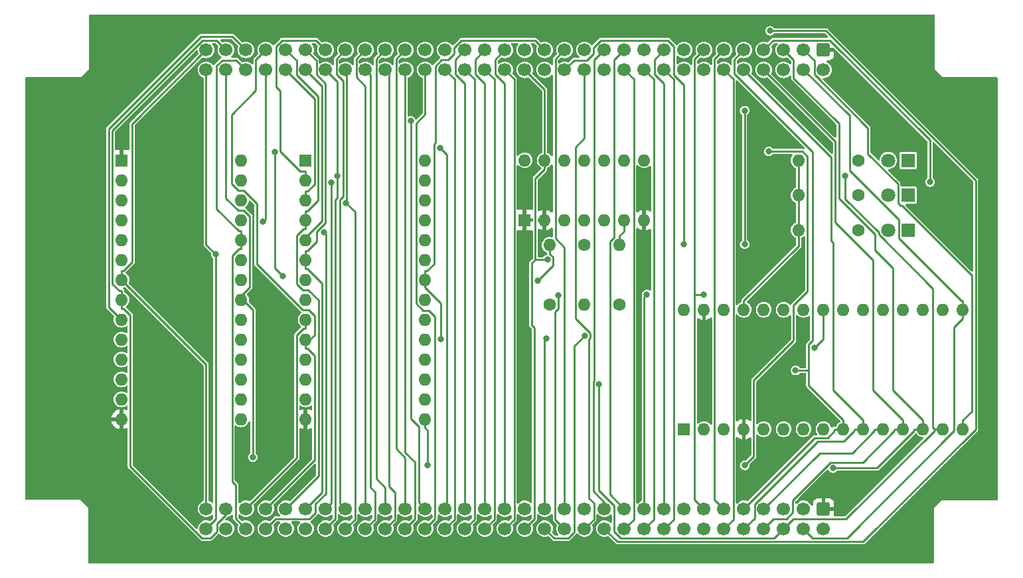
<source format=gbr>
%TF.GenerationSoftware,KiCad,Pcbnew,7.0.1*%
%TF.CreationDate,2023-09-10T23:04:21+01:00*%
%TF.ProjectId,Memory_board,4d656d6f-7279-45f6-926f-6172642e6b69,rev?*%
%TF.SameCoordinates,Original*%
%TF.FileFunction,Copper,L2,Bot*%
%TF.FilePolarity,Positive*%
%FSLAX46Y46*%
G04 Gerber Fmt 4.6, Leading zero omitted, Abs format (unit mm)*
G04 Created by KiCad (PCBNEW 7.0.1) date 2023-09-10 23:04:21*
%MOMM*%
%LPD*%
G01*
G04 APERTURE LIST*
G04 Aperture macros list*
%AMRoundRect*
0 Rectangle with rounded corners*
0 $1 Rounding radius*
0 $2 $3 $4 $5 $6 $7 $8 $9 X,Y pos of 4 corners*
0 Add a 4 corners polygon primitive as box body*
4,1,4,$2,$3,$4,$5,$6,$7,$8,$9,$2,$3,0*
0 Add four circle primitives for the rounded corners*
1,1,$1+$1,$2,$3*
1,1,$1+$1,$4,$5*
1,1,$1+$1,$6,$7*
1,1,$1+$1,$8,$9*
0 Add four rect primitives between the rounded corners*
20,1,$1+$1,$2,$3,$4,$5,0*
20,1,$1+$1,$4,$5,$6,$7,0*
20,1,$1+$1,$6,$7,$8,$9,0*
20,1,$1+$1,$8,$9,$2,$3,0*%
G04 Aperture macros list end*
%TA.AperFunction,ComponentPad*%
%ADD10C,1.600000*%
%TD*%
%TA.AperFunction,ComponentPad*%
%ADD11O,1.600000X1.600000*%
%TD*%
%TA.AperFunction,ComponentPad*%
%ADD12R,1.800000X1.800000*%
%TD*%
%TA.AperFunction,ComponentPad*%
%ADD13C,1.800000*%
%TD*%
%TA.AperFunction,ComponentPad*%
%ADD14R,1.600000X1.600000*%
%TD*%
%TA.AperFunction,ComponentPad*%
%ADD15RoundRect,0.250000X-0.600000X0.600000X-0.600000X-0.600000X0.600000X-0.600000X0.600000X0.600000X0*%
%TD*%
%TA.AperFunction,ComponentPad*%
%ADD16C,1.700000*%
%TD*%
%TA.AperFunction,ViaPad*%
%ADD17C,0.800000*%
%TD*%
%TA.AperFunction,Conductor*%
%ADD18C,0.250000*%
%TD*%
G04 APERTURE END LIST*
D10*
%TO.P,R5,1*%
%TO.N,+5V*%
X229870000Y-80010000D03*
D11*
%TO.P,R5,2*%
%TO.N,/~{RAM_CE}*%
X229870000Y-72390000D03*
%TD*%
D10*
%TO.P,R4,1*%
%TO.N,Net-(D3-A)*%
X269240000Y-70485000D03*
D11*
%TO.P,R4,2*%
%TO.N,+5V*%
X261620000Y-70485000D03*
%TD*%
D12*
%TO.P,D2,1,K*%
%TO.N,/~{ROM_CE}*%
X275590000Y-61595000D03*
D13*
%TO.P,D2,2,A*%
%TO.N,Net-(D2-A)*%
X273050000Y-61595000D03*
%TD*%
D10*
%TO.P,R3,1*%
%TO.N,Net-(D2-A)*%
X269240000Y-61595000D03*
D11*
%TO.P,R3,2*%
%TO.N,+5V*%
X261620000Y-61595000D03*
%TD*%
D14*
%TO.P,U1,1,A14*%
%TO.N,/A14*%
X198750000Y-61595000D03*
D11*
%TO.P,U1,2,A12*%
%TO.N,/A12*%
X198750000Y-64135000D03*
%TO.P,U1,3,A7*%
%TO.N,/A7*%
X198750000Y-66675000D03*
%TO.P,U1,4,A6*%
%TO.N,/A6*%
X198750000Y-69215000D03*
%TO.P,U1,5,A5*%
%TO.N,/A5*%
X198750000Y-71755000D03*
%TO.P,U1,6,A4*%
%TO.N,/A4*%
X198750000Y-74295000D03*
%TO.P,U1,7,A3*%
%TO.N,/A3*%
X198750000Y-76835000D03*
%TO.P,U1,8,A2*%
%TO.N,/A2*%
X198750000Y-79375000D03*
%TO.P,U1,9,A1*%
%TO.N,/A1*%
X198750000Y-81915000D03*
%TO.P,U1,10,A0*%
%TO.N,/A0*%
X198750000Y-84455000D03*
%TO.P,U1,11,Q0*%
%TO.N,/D0*%
X198750000Y-86995000D03*
%TO.P,U1,12,Q1*%
%TO.N,/D1*%
X198750000Y-89535000D03*
%TO.P,U1,13,Q2*%
%TO.N,/D2*%
X198750000Y-92075000D03*
%TO.P,U1,14,GND*%
%TO.N,GND*%
X198750000Y-94615000D03*
%TO.P,U1,15,Q3*%
%TO.N,/D3*%
X213990000Y-94615000D03*
%TO.P,U1,16,Q4*%
%TO.N,/D4*%
X213990000Y-92075000D03*
%TO.P,U1,17,Q5*%
%TO.N,/D5*%
X213990000Y-89535000D03*
%TO.P,U1,18,Q6*%
%TO.N,/D6*%
X213990000Y-86995000D03*
%TO.P,U1,19,Q7*%
%TO.N,/D7*%
X213990000Y-84455000D03*
%TO.P,U1,20,~{CS}*%
%TO.N,/~{RAM_CE}*%
X213990000Y-81915000D03*
%TO.P,U1,21,A10*%
%TO.N,/A10*%
X213990000Y-79375000D03*
%TO.P,U1,22,~{OE}*%
%TO.N,/~{MEM_OUT}*%
X213990000Y-76835000D03*
%TO.P,U1,23,A11*%
%TO.N,/A11*%
X213990000Y-74295000D03*
%TO.P,U1,24,A9*%
%TO.N,/A9*%
X213990000Y-71755000D03*
%TO.P,U1,25,A8*%
%TO.N,/A8*%
X213990000Y-69215000D03*
%TO.P,U1,26,A13*%
%TO.N,/A13*%
X213990000Y-66675000D03*
%TO.P,U1,27,~{WE}*%
%TO.N,/~{MEM_LOAD}*%
X213990000Y-64135000D03*
%TO.P,U1,28,VCC*%
%TO.N,+5V*%
X213990000Y-61595000D03*
%TD*%
D14*
%TO.P,U3,1*%
%TO.N,GND*%
X226690000Y-69205000D03*
D11*
%TO.P,U3,2*%
X229230000Y-69205000D03*
%TO.P,U3,3*%
%TO.N,unconnected-(U3-Pad3)*%
X231770000Y-69205000D03*
%TO.P,U3,4*%
%TO.N,Net-(U3-Pad4)*%
X234310000Y-69205000D03*
%TO.P,U3,5*%
%TO.N,/~{MEM_INHIBIT}*%
X236850000Y-69205000D03*
%TO.P,U3,6*%
%TO.N,/~{ROM_CE}*%
X239390000Y-69205000D03*
%TO.P,U3,7,GND*%
%TO.N,GND*%
X241930000Y-69205000D03*
%TO.P,U3,8*%
%TO.N,Net-(U3-Pad4)*%
X241930000Y-61585000D03*
%TO.P,U3,9*%
%TO.N,/A15*%
X239390000Y-61585000D03*
%TO.P,U3,10*%
X236850000Y-61585000D03*
%TO.P,U3,11*%
%TO.N,/~{RAM_CE}*%
X234310000Y-61585000D03*
%TO.P,U3,12*%
%TO.N,/A15*%
X231770000Y-61585000D03*
%TO.P,U3,13*%
%TO.N,/~{MEM_INHIBIT}*%
X229230000Y-61585000D03*
%TO.P,U3,14,VCC*%
%TO.N,+5V*%
X226690000Y-61585000D03*
%TD*%
D14*
%TO.P,U2,1,A15*%
%TO.N,GND*%
X175260000Y-61595000D03*
D11*
%TO.P,U2,2,A12*%
%TO.N,/A12*%
X175260000Y-64135000D03*
%TO.P,U2,3,A7*%
%TO.N,/A7*%
X175260000Y-66675000D03*
%TO.P,U2,4,A6*%
%TO.N,/A6*%
X175260000Y-69215000D03*
%TO.P,U2,5,A5*%
%TO.N,/A5*%
X175260000Y-71755000D03*
%TO.P,U2,6,A4*%
%TO.N,/A4*%
X175260000Y-74295000D03*
%TO.P,U2,7,A3*%
%TO.N,/A3*%
X175260000Y-76835000D03*
%TO.P,U2,8,A2*%
%TO.N,/A2*%
X175260000Y-79375000D03*
%TO.P,U2,9,A1*%
%TO.N,/A1*%
X175260000Y-81915000D03*
%TO.P,U2,10,A0*%
%TO.N,/A0*%
X175260000Y-84455000D03*
%TO.P,U2,11,D0*%
%TO.N,/D0*%
X175260000Y-86995000D03*
%TO.P,U2,12,D1*%
%TO.N,/D1*%
X175260000Y-89535000D03*
%TO.P,U2,13,D2*%
%TO.N,/D2*%
X175260000Y-92075000D03*
%TO.P,U2,14,GND*%
%TO.N,GND*%
X175260000Y-94615000D03*
%TO.P,U2,15,D3*%
%TO.N,/D3*%
X190500000Y-94615000D03*
%TO.P,U2,16,D4*%
%TO.N,/D4*%
X190500000Y-92075000D03*
%TO.P,U2,17,D5*%
%TO.N,/D5*%
X190500000Y-89535000D03*
%TO.P,U2,18,D6*%
%TO.N,/D6*%
X190500000Y-86995000D03*
%TO.P,U2,19,D7*%
%TO.N,/D7*%
X190500000Y-84455000D03*
%TO.P,U2,20,~{CE}*%
%TO.N,/~{ROM_CE}*%
X190500000Y-81915000D03*
%TO.P,U2,21,A10*%
%TO.N,/A10*%
X190500000Y-79375000D03*
%TO.P,U2,22,~{OE}*%
%TO.N,/~{MEM_OUT}*%
X190500000Y-76835000D03*
%TO.P,U2,23,A11*%
%TO.N,/A11*%
X190500000Y-74295000D03*
%TO.P,U2,24,A9*%
%TO.N,/A9*%
X190500000Y-71755000D03*
%TO.P,U2,25,A8*%
%TO.N,/A8*%
X190500000Y-69215000D03*
%TO.P,U2,26,A13*%
%TO.N,/A13*%
X190500000Y-66675000D03*
%TO.P,U2,27,A14*%
%TO.N,/A14*%
X190500000Y-64135000D03*
%TO.P,U2,28,VCC*%
%TO.N,+5V*%
X190500000Y-61595000D03*
%TD*%
D10*
%TO.P,R1,1*%
%TO.N,/~{MEM_INHIBIT}*%
X234315000Y-72390000D03*
D11*
%TO.P,R1,2*%
%TO.N,+5V*%
X234315000Y-80010000D03*
%TD*%
D15*
%TO.P,J1,1,Pin_1*%
%TO.N,GND*%
X264795000Y-47507500D03*
D16*
%TO.P,J1,2,Pin_2*%
%TO.N,+5V*%
X264795000Y-50047500D03*
%TO.P,J1,3,Pin_3*%
%TO.N,/D6*%
X262255000Y-47507500D03*
%TO.P,J1,4,Pin_4*%
%TO.N,/D7*%
X262255000Y-50047500D03*
%TO.P,J1,5,Pin_5*%
%TO.N,/D4*%
X259715000Y-47507500D03*
%TO.P,J1,6,Pin_6*%
%TO.N,/D5*%
X259715000Y-50047500D03*
%TO.P,J1,7,Pin_7*%
%TO.N,/D2*%
X257175000Y-47507500D03*
%TO.P,J1,8,Pin_8*%
%TO.N,/D3*%
X257175000Y-50047500D03*
%TO.P,J1,9,Pin_9*%
%TO.N,/D0*%
X254635000Y-47507500D03*
%TO.P,J1,10,Pin_10*%
%TO.N,/D1*%
X254635000Y-50047500D03*
%TO.P,J1,11,Pin_11*%
%TO.N,/EQUAL_FLAG*%
X252095000Y-47507500D03*
%TO.P,J1,12,Pin_12*%
%TO.N,/CARRY_FLAG*%
X252095000Y-50047500D03*
%TO.P,J1,13,Pin_13*%
%TO.N,/~{INTERRUPT_FLAG}*%
X249555000Y-47507500D03*
%TO.P,J1,14,Pin_14*%
%TO.N,unconnected-(J1-Pin_14-Pad14)*%
X249555000Y-50047500D03*
%TO.P,J1,15,Pin_15*%
%TO.N,unconnected-(J1-Pin_15-Pad15)*%
X247015000Y-47507500D03*
%TO.P,J1,16,Pin_16*%
%TO.N,unconnected-(J1-Pin_16-Pad16)*%
X247015000Y-50047500D03*
%TO.P,J1,17,Pin_17*%
%TO.N,/A_LOAD*%
X244475000Y-47507500D03*
%TO.P,J1,18,Pin_18*%
%TO.N,/T_LOAD*%
X244475000Y-50047500D03*
%TO.P,J1,19,Pin_19*%
%TO.N,/ALU_S2*%
X241935000Y-47507500D03*
%TO.P,J1,20,Pin_20*%
%TO.N,/ALU_S3*%
X241935000Y-50047500D03*
%TO.P,J1,21,Pin_21*%
%TO.N,/ALU_S0*%
X239395000Y-47507500D03*
%TO.P,J1,22,Pin_22*%
%TO.N,/ALU_S1*%
X239395000Y-50047500D03*
%TO.P,J1,23,Pin_23*%
%TO.N,/D_LOAD*%
X236855000Y-47507500D03*
%TO.P,J1,24,Pin_24*%
%TO.N,/~{ALU_CIN}*%
X236855000Y-50047500D03*
%TO.P,J1,25,Pin_25*%
%TO.N,/~{ADR_L_OUT}*%
X234315000Y-47507500D03*
%TO.P,J1,26,Pin_26*%
%TO.N,/ALU_M*%
X234315000Y-50047500D03*
%TO.P,J1,27,Pin_27*%
%TO.N,/CLK*%
X231775000Y-47507500D03*
%TO.P,J1,28,Pin_28*%
%TO.N,/~{RESET}*%
X231775000Y-50047500D03*
%TO.P,J1,29,Pin_29*%
%TO.N,/~{MEM_OUT}*%
X229235000Y-47507500D03*
%TO.P,J1,30,Pin_30*%
%TO.N,/~{MEM_LOAD}*%
X229235000Y-50047500D03*
%TO.P,J1,31,Pin_31*%
%TO.N,unconnected-(J1-Pin_31-Pad31)*%
X226695000Y-47507500D03*
%TO.P,J1,32,Pin_32*%
%TO.N,/~{MEM_INHIBIT}*%
X226695000Y-50047500D03*
%TO.P,J1,33,Pin_33*%
%TO.N,/CONTROL_DISABLE*%
X224155000Y-47507500D03*
%TO.P,J1,34,Pin_34*%
%TO.N,/E_LOAD*%
X224155000Y-50047500D03*
%TO.P,J1,35,Pin_35*%
%TO.N,/C_LOAD*%
X221615000Y-47507500D03*
%TO.P,J1,36,Pin_36*%
%TO.N,/SP_L_LOAD*%
X221615000Y-50047500D03*
%TO.P,J1,37,Pin_37*%
%TO.N,/PC_L_LOAD*%
X219075000Y-47507500D03*
%TO.P,J1,38,Pin_38*%
%TO.N,/~{DE_OUT}*%
X219075000Y-50047500D03*
%TO.P,J1,39,Pin_39*%
%TO.N,/B_LOAD*%
X216535000Y-47507500D03*
%TO.P,J1,40,Pin_40*%
%TO.N,/~{BC_OUT}*%
X216535000Y-50047500D03*
%TO.P,J1,41,Pin_41*%
%TO.N,/SP_H_LOAD*%
X213995000Y-47507500D03*
%TO.P,J1,42,Pin_42*%
%TO.N,/~{ADR_H_OUT}*%
X213995000Y-50047500D03*
%TO.P,J1,43,Pin_43*%
%TO.N,/~{A_OUT}*%
X211455000Y-47507500D03*
%TO.P,J1,44,Pin_44*%
%TO.N,/~{T_OUT}*%
X211455000Y-50047500D03*
%TO.P,J1,45,Pin_45*%
%TO.N,/~{ALU_OUT}*%
X208915000Y-47507500D03*
%TO.P,J1,46,Pin_46*%
%TO.N,/~{PC_OUT}*%
X208915000Y-50047500D03*
%TO.P,J1,47,Pin_47*%
%TO.N,/PC_H_LOAD*%
X206375000Y-47507500D03*
%TO.P,J1,48,Pin_48*%
%TO.N,/~{SP_OUT}*%
X206375000Y-50047500D03*
%TO.P,J1,49,Pin_49*%
%TO.N,/A14*%
X203835000Y-47507500D03*
%TO.P,J1,50,Pin_50*%
%TO.N,/A13*%
X203835000Y-50047500D03*
%TO.P,J1,51,Pin_51*%
%TO.N,/A12*%
X201295000Y-47507500D03*
%TO.P,J1,52,Pin_52*%
%TO.N,/A15*%
X201295000Y-50047500D03*
%TO.P,J1,53,Pin_53*%
%TO.N,/A4*%
X198755000Y-47507500D03*
%TO.P,J1,54,Pin_54*%
%TO.N,/A5*%
X198755000Y-50047500D03*
%TO.P,J1,55,Pin_55*%
%TO.N,/A6*%
X196215000Y-47507500D03*
%TO.P,J1,56,Pin_56*%
%TO.N,/A7*%
X196215000Y-50047500D03*
%TO.P,J1,57,Pin_57*%
%TO.N,/A0*%
X193675000Y-47507500D03*
%TO.P,J1,58,Pin_58*%
%TO.N,/A8*%
X193675000Y-50047500D03*
%TO.P,J1,59,Pin_59*%
%TO.N,/A1*%
X191135000Y-47507500D03*
%TO.P,J1,60,Pin_60*%
%TO.N,/A9*%
X191135000Y-50047500D03*
%TO.P,J1,61,Pin_61*%
%TO.N,/A2*%
X188595000Y-47507500D03*
%TO.P,J1,62,Pin_62*%
%TO.N,/A10*%
X188595000Y-50047500D03*
%TO.P,J1,63,Pin_63*%
%TO.N,/A3*%
X186055000Y-47507500D03*
%TO.P,J1,64,Pin_64*%
%TO.N,/A11*%
X186055000Y-50047500D03*
%TD*%
D12*
%TO.P,D3,1,K*%
%TO.N,/~{MEM_INHIBIT}*%
X275595000Y-70485000D03*
D13*
%TO.P,D3,2,A*%
%TO.N,Net-(D3-A)*%
X273055000Y-70485000D03*
%TD*%
D14*
%TO.P,A1,1,D1/TX*%
%TO.N,unconnected-(A1-D1{slash}TX-Pad1)*%
X247015000Y-95885000D03*
D11*
%TO.P,A1,2,D0/RX*%
%TO.N,unconnected-(A1-D0{slash}RX-Pad2)*%
X249555000Y-95885000D03*
%TO.P,A1,3,~{RESET}*%
%TO.N,unconnected-(A1-~{RESET}-Pad3)*%
X252095000Y-95885000D03*
%TO.P,A1,4,GND*%
%TO.N,GND*%
X254635000Y-95885000D03*
%TO.P,A1,5,D2*%
%TO.N,/A12*%
X257175000Y-95885000D03*
%TO.P,A1,6,D3*%
%TO.N,/A13*%
X259715000Y-95885000D03*
%TO.P,A1,7,D4*%
%TO.N,/A14*%
X262255000Y-95885000D03*
%TO.P,A1,8,D5*%
%TO.N,/A15*%
X264795000Y-95885000D03*
%TO.P,A1,9,D6*%
%TO.N,/D0*%
X267335000Y-95885000D03*
%TO.P,A1,10,D7*%
%TO.N,/D1*%
X269875000Y-95885000D03*
%TO.P,A1,11,D8*%
%TO.N,/D2*%
X272415000Y-95885000D03*
%TO.P,A1,12,D9*%
%TO.N,/D3*%
X274955000Y-95885000D03*
%TO.P,A1,13,D10*%
%TO.N,/D4*%
X277495000Y-95885000D03*
%TO.P,A1,14,D11*%
%TO.N,/D5*%
X280035000Y-95885000D03*
%TO.P,A1,15,D12*%
%TO.N,/D6*%
X282575000Y-95885000D03*
%TO.P,A1,16,D13*%
%TO.N,/D7*%
X282575000Y-80645000D03*
%TO.P,A1,17,3V3*%
%TO.N,unconnected-(A1-3V3-Pad17)*%
X280035000Y-80645000D03*
%TO.P,A1,18,AREF*%
%TO.N,unconnected-(A1-AREF-Pad18)*%
X277495000Y-80645000D03*
%TO.P,A1,19,A0*%
%TO.N,/~{MEM_OUT}*%
X274955000Y-80645000D03*
%TO.P,A1,20,A1*%
%TO.N,/~{MEM_LOAD}*%
X272415000Y-80645000D03*
%TO.P,A1,21,A2*%
%TO.N,/~{MEM_INHIBIT}*%
X269875000Y-80645000D03*
%TO.P,A1,22,A3*%
%TO.N,/~{INTERRUPT_FLAG}*%
X267335000Y-80645000D03*
%TO.P,A1,23,A4*%
%TO.N,/A0*%
X264795000Y-80645000D03*
%TO.P,A1,24,A5*%
%TO.N,/A1*%
X262255000Y-80645000D03*
%TO.P,A1,25,A6*%
%TO.N,unconnected-(A1-A6-Pad25)*%
X259715000Y-80645000D03*
%TO.P,A1,26,A7*%
%TO.N,unconnected-(A1-A7-Pad26)*%
X257175000Y-80645000D03*
%TO.P,A1,27,+5V*%
%TO.N,+5V*%
X254635000Y-80645000D03*
%TO.P,A1,28,~{RESET}*%
%TO.N,unconnected-(A1-~{RESET}-Pad28)*%
X252095000Y-80645000D03*
%TO.P,A1,29,GND*%
%TO.N,GND*%
X249555000Y-80645000D03*
%TO.P,A1,30,VIN*%
%TO.N,unconnected-(A1-VIN-Pad30)*%
X247015000Y-80645000D03*
%TD*%
D10*
%TO.P,R2,1*%
%TO.N,Net-(D1-A)*%
X269240000Y-66040000D03*
D11*
%TO.P,R2,2*%
%TO.N,+5V*%
X261620000Y-66040000D03*
%TD*%
D15*
%TO.P,J2,1,Pin_1*%
%TO.N,GND*%
X264795000Y-106045000D03*
D16*
%TO.P,J2,2,Pin_2*%
%TO.N,+5V*%
X264795000Y-108585000D03*
%TO.P,J2,3,Pin_3*%
%TO.N,/D6*%
X262255000Y-106045000D03*
%TO.P,J2,4,Pin_4*%
%TO.N,/D7*%
X262255000Y-108585000D03*
%TO.P,J2,5,Pin_5*%
%TO.N,/D4*%
X259715000Y-106045000D03*
%TO.P,J2,6,Pin_6*%
%TO.N,/D5*%
X259715000Y-108585000D03*
%TO.P,J2,7,Pin_7*%
%TO.N,/D2*%
X257175000Y-106045000D03*
%TO.P,J2,8,Pin_8*%
%TO.N,/D3*%
X257175000Y-108585000D03*
%TO.P,J2,9,Pin_9*%
%TO.N,/D0*%
X254635000Y-106045000D03*
%TO.P,J2,10,Pin_10*%
%TO.N,/D1*%
X254635000Y-108585000D03*
%TO.P,J2,11,Pin_11*%
%TO.N,/EQUAL_FLAG*%
X252095000Y-106045000D03*
%TO.P,J2,12,Pin_12*%
%TO.N,/CARRY_FLAG*%
X252095000Y-108585000D03*
%TO.P,J2,13,Pin_13*%
%TO.N,/~{INTERRUPT_FLAG}*%
X249555000Y-106045000D03*
%TO.P,J2,14,Pin_14*%
%TO.N,unconnected-(J2-Pin_14-Pad14)*%
X249555000Y-108585000D03*
%TO.P,J2,15,Pin_15*%
%TO.N,unconnected-(J2-Pin_15-Pad15)*%
X247015000Y-106045000D03*
%TO.P,J2,16,Pin_16*%
%TO.N,unconnected-(J2-Pin_16-Pad16)*%
X247015000Y-108585000D03*
%TO.P,J2,17,Pin_17*%
%TO.N,/A_LOAD*%
X244475000Y-106045000D03*
%TO.P,J2,18,Pin_18*%
%TO.N,/T_LOAD*%
X244475000Y-108585000D03*
%TO.P,J2,19,Pin_19*%
%TO.N,/ALU_S2*%
X241935000Y-106045000D03*
%TO.P,J2,20,Pin_20*%
%TO.N,/ALU_S3*%
X241935000Y-108585000D03*
%TO.P,J2,21,Pin_21*%
%TO.N,/ALU_S0*%
X239395000Y-106045000D03*
%TO.P,J2,22,Pin_22*%
%TO.N,/ALU_S1*%
X239395000Y-108585000D03*
%TO.P,J2,23,Pin_23*%
%TO.N,/D_LOAD*%
X236855000Y-106045000D03*
%TO.P,J2,24,Pin_24*%
%TO.N,/~{ALU_CIN}*%
X236855000Y-108585000D03*
%TO.P,J2,25,Pin_25*%
%TO.N,/~{ADR_L_OUT}*%
X234315000Y-106045000D03*
%TO.P,J2,26,Pin_26*%
%TO.N,/ALU_M*%
X234315000Y-108585000D03*
%TO.P,J2,27,Pin_27*%
%TO.N,/CLK*%
X231775000Y-106045000D03*
%TO.P,J2,28,Pin_28*%
%TO.N,/~{RESET}*%
X231775000Y-108585000D03*
%TO.P,J2,29,Pin_29*%
%TO.N,/~{MEM_OUT}*%
X229235000Y-106045000D03*
%TO.P,J2,30,Pin_30*%
%TO.N,/~{MEM_LOAD}*%
X229235000Y-108585000D03*
%TO.P,J2,31,Pin_31*%
%TO.N,unconnected-(J2-Pin_31-Pad31)*%
X226695000Y-106045000D03*
%TO.P,J2,32,Pin_32*%
%TO.N,/~{MEM_INHIBIT}*%
X226695000Y-108585000D03*
%TO.P,J2,33,Pin_33*%
%TO.N,/CONTROL_DISABLE*%
X224155000Y-106045000D03*
%TO.P,J2,34,Pin_34*%
%TO.N,/E_LOAD*%
X224155000Y-108585000D03*
%TO.P,J2,35,Pin_35*%
%TO.N,/C_LOAD*%
X221615000Y-106045000D03*
%TO.P,J2,36,Pin_36*%
%TO.N,/SP_L_LOAD*%
X221615000Y-108585000D03*
%TO.P,J2,37,Pin_37*%
%TO.N,/PC_L_LOAD*%
X219075000Y-106045000D03*
%TO.P,J2,38,Pin_38*%
%TO.N,/~{DE_OUT}*%
X219075000Y-108585000D03*
%TO.P,J2,39,Pin_39*%
%TO.N,/B_LOAD*%
X216535000Y-106045000D03*
%TO.P,J2,40,Pin_40*%
%TO.N,/~{BC_OUT}*%
X216535000Y-108585000D03*
%TO.P,J2,41,Pin_41*%
%TO.N,/SP_H_LOAD*%
X213995000Y-106045000D03*
%TO.P,J2,42,Pin_42*%
%TO.N,/~{ADR_H_OUT}*%
X213995000Y-108585000D03*
%TO.P,J2,43,Pin_43*%
%TO.N,/~{A_OUT}*%
X211455000Y-106045000D03*
%TO.P,J2,44,Pin_44*%
%TO.N,/~{T_OUT}*%
X211455000Y-108585000D03*
%TO.P,J2,45,Pin_45*%
%TO.N,/~{ALU_OUT}*%
X208915000Y-106045000D03*
%TO.P,J2,46,Pin_46*%
%TO.N,/~{PC_OUT}*%
X208915000Y-108585000D03*
%TO.P,J2,47,Pin_47*%
%TO.N,/PC_H_LOAD*%
X206375000Y-106045000D03*
%TO.P,J2,48,Pin_48*%
%TO.N,/~{SP_OUT}*%
X206375000Y-108585000D03*
%TO.P,J2,49,Pin_49*%
%TO.N,/A14*%
X203835000Y-106045000D03*
%TO.P,J2,50,Pin_50*%
%TO.N,/A13*%
X203835000Y-108585000D03*
%TO.P,J2,51,Pin_51*%
%TO.N,/A12*%
X201295000Y-106045000D03*
%TO.P,J2,52,Pin_52*%
%TO.N,/A15*%
X201295000Y-108585000D03*
%TO.P,J2,53,Pin_53*%
%TO.N,/A4*%
X198755000Y-106045000D03*
%TO.P,J2,54,Pin_54*%
%TO.N,/A5*%
X198755000Y-108585000D03*
%TO.P,J2,55,Pin_55*%
%TO.N,/A6*%
X196215000Y-106045000D03*
%TO.P,J2,56,Pin_56*%
%TO.N,/A7*%
X196215000Y-108585000D03*
%TO.P,J2,57,Pin_57*%
%TO.N,/A0*%
X193675000Y-106045000D03*
%TO.P,J2,58,Pin_58*%
%TO.N,/A8*%
X193675000Y-108585000D03*
%TO.P,J2,59,Pin_59*%
%TO.N,/A1*%
X191135000Y-106045000D03*
%TO.P,J2,60,Pin_60*%
%TO.N,/A9*%
X191135000Y-108585000D03*
%TO.P,J2,61,Pin_61*%
%TO.N,/A2*%
X188595000Y-106045000D03*
%TO.P,J2,62,Pin_62*%
%TO.N,/A10*%
X188595000Y-108585000D03*
%TO.P,J2,63,Pin_63*%
%TO.N,/A3*%
X186055000Y-106045000D03*
%TO.P,J2,64,Pin_64*%
%TO.N,/A11*%
X186055000Y-108585000D03*
%TD*%
D12*
%TO.P,D1,1,K*%
%TO.N,/~{RAM_CE}*%
X275595000Y-66040000D03*
D13*
%TO.P,D1,2,A*%
%TO.N,Net-(D1-A)*%
X273055000Y-66040000D03*
%TD*%
D10*
%TO.P,R6,1*%
%TO.N,+5V*%
X238760000Y-80010000D03*
D11*
%TO.P,R6,2*%
%TO.N,/~{ROM_CE}*%
X238760000Y-72390000D03*
%TD*%
D17*
%TO.N,GND*%
X226695000Y-81915000D03*
X179705000Y-61595000D03*
X182880000Y-111760000D03*
X259080000Y-62865000D03*
X191135000Y-104140000D03*
X184785000Y-69215000D03*
X187325000Y-44450000D03*
X184785000Y-81915000D03*
X254635000Y-53340000D03*
X258445000Y-57785000D03*
X172720000Y-82550000D03*
X184785000Y-89535000D03*
X241935000Y-75565000D03*
X262000000Y-83000000D03*
X184785000Y-71755000D03*
X184785000Y-94615000D03*
X184785000Y-63500000D03*
X255905000Y-60325000D03*
X255270000Y-76835000D03*
X184785000Y-66675000D03*
X175260000Y-59055000D03*
X265430000Y-111760000D03*
X165100000Y-55880000D03*
X262890000Y-57150000D03*
X179070000Y-84455000D03*
X226695000Y-66675000D03*
X198755000Y-102235000D03*
X182245000Y-101600000D03*
X243840000Y-111125000D03*
X285115000Y-62230000D03*
X178435000Y-66675000D03*
X190500000Y-97155000D03*
X220345000Y-44450000D03*
X178435000Y-92075000D03*
X241935000Y-71755000D03*
X208280000Y-45085000D03*
X196215000Y-94615000D03*
X178435000Y-94615000D03*
X178435000Y-57785000D03*
X262000000Y-77000000D03*
X180340000Y-79375000D03*
X178435000Y-69215000D03*
X183515000Y-86995000D03*
X179070000Y-71755000D03*
X178435000Y-81915000D03*
X165735000Y-101600000D03*
X165735000Y-71755000D03*
X272415000Y-111125000D03*
X231775000Y-45720000D03*
X273050000Y-50165000D03*
X260350000Y-71755000D03*
X167640000Y-88265000D03*
X179070000Y-89535000D03*
X229235000Y-65405000D03*
X271780000Y-44450000D03*
X263525000Y-55245000D03*
X269875000Y-102235000D03*
X170180000Y-62230000D03*
X256000000Y-82000000D03*
X282575000Y-64135000D03*
X174625000Y-47625000D03*
X264160000Y-102870000D03*
X179070000Y-86995000D03*
X259000000Y-77000000D03*
X283210000Y-100330000D03*
X184785000Y-92075000D03*
X184785000Y-54610000D03*
X196215000Y-97155000D03*
X280670000Y-52705000D03*
X196850000Y-111760000D03*
X186055000Y-76835000D03*
X179070000Y-74295000D03*
X278130000Y-104775000D03*
X174625000Y-103505000D03*
X175260000Y-111125000D03*
X193040000Y-94615000D03*
X179070000Y-64135000D03*
X256540000Y-73025000D03*
X273050000Y-55880000D03*
X226060000Y-112395000D03*
X212725000Y-111760000D03*
X186055000Y-79375000D03*
X185420000Y-84455000D03*
X266700000Y-50165000D03*
X255905000Y-68580000D03*
X196850000Y-101600000D03*
X198755000Y-97155000D03*
%TO.N,/A12*%
X202047600Y-64449000D03*
%TO.N,/A13*%
X203902200Y-67008900D03*
%TO.N,/A15*%
X202805200Y-63579100D03*
%TO.N,/D0*%
X261239200Y-88410000D03*
%TO.N,/D2*%
X278362400Y-64370700D03*
%TO.N,/D3*%
X214290200Y-100518400D03*
%TO.N,/D4*%
X266014400Y-100867600D03*
%TO.N,/D5*%
X267544600Y-63539900D03*
X236172600Y-90190000D03*
%TO.N,/~{MEM_OUT}*%
X195812500Y-76374300D03*
X216015700Y-84375600D03*
X229475800Y-84320100D03*
X194813300Y-60533200D03*
%TO.N,/~{MEM_LOAD}*%
X234337900Y-83938000D03*
%TO.N,/~{INTERRUPT_FLAG}*%
X249534000Y-78695000D03*
%TO.N,/A0*%
X263670300Y-85525400D03*
%TO.N,/~{RAM_CE}*%
X228325800Y-76983300D03*
%TO.N,/ALU_S2*%
X254730900Y-55234700D03*
X254730900Y-72303300D03*
X242247900Y-78695000D03*
%TO.N,/~{ALU_CIN}*%
X257991900Y-45067600D03*
%TO.N,/~{ADR_L_OUT}*%
X257820600Y-60450000D03*
X254730900Y-100520000D03*
%TO.N,/~{RESET}*%
X230984300Y-78780700D03*
X247015000Y-72303300D03*
%TO.N,/B_LOAD*%
X215861600Y-59983700D03*
%TO.N,/SP_H_LOAD*%
X212149200Y-56550000D03*
%TO.N,/A8*%
X193303100Y-69424400D03*
X201115000Y-70804800D03*
%TO.N,/A10*%
X192009800Y-99450000D03*
%TO.N,/A11*%
X187292100Y-73581400D03*
%TO.N,/~{MEM_INHIBIT}*%
X229579200Y-74276400D03*
%TD*%
D18*
%TO.N,/A12*%
X195005100Y-47038500D02*
X195736000Y-46307600D01*
X202047600Y-105292400D02*
X202047600Y-64449000D01*
X195540200Y-52749200D02*
X195005100Y-52214100D01*
X198750000Y-64135000D02*
X198750000Y-63008100D01*
X201295000Y-106045000D02*
X202047600Y-105292400D01*
X198750000Y-63008100D02*
X198075500Y-63008100D01*
X195736000Y-46307600D02*
X200095100Y-46307600D01*
X198075500Y-63008100D02*
X195540200Y-60472800D01*
X195005100Y-52214100D02*
X195005100Y-47038500D01*
X195540200Y-60472800D02*
X195540200Y-52749200D01*
X200095100Y-46307600D02*
X201295000Y-47507500D01*
%TO.N,/A13*%
X205025600Y-68132300D02*
X205025600Y-107394400D01*
X203987500Y-50200000D02*
X203835000Y-50047500D01*
X203987500Y-66923600D02*
X203987500Y-50200000D01*
X203902200Y-67008900D02*
X203987500Y-66923600D01*
X203902200Y-67008900D02*
X205025600Y-68132300D01*
X205025600Y-107394400D02*
X203835000Y-108585000D01*
%TO.N,/A14*%
X203534000Y-51491500D02*
X203534000Y-66211000D01*
X203534000Y-66211000D02*
X203158200Y-66586800D01*
X202658100Y-50615600D02*
X203534000Y-51491500D01*
X203158200Y-105368200D02*
X203835000Y-106045000D01*
X203158200Y-66586800D02*
X203158200Y-105368200D01*
X203835000Y-47507500D02*
X202658100Y-48684400D01*
X202658100Y-48684400D02*
X202658100Y-50615600D01*
%TO.N,/A15*%
X202509600Y-107370400D02*
X201295000Y-108585000D01*
X202775700Y-63579100D02*
X202805200Y-63579100D01*
X201295000Y-50047500D02*
X202775700Y-51528200D01*
X202775700Y-51528200D02*
X202775700Y-63579100D01*
X202775700Y-63579100D02*
X202775700Y-66330200D01*
X202775700Y-66330200D02*
X202509600Y-66596300D01*
X202509600Y-66596300D02*
X202509600Y-107370400D01*
%TO.N,/D0*%
X267335000Y-95885000D02*
X266208100Y-95885000D01*
X263384500Y-60501900D02*
X263384500Y-84603900D01*
X254635000Y-106045000D02*
X263660100Y-97019900D01*
X262917200Y-90340300D02*
X267335000Y-94758100D01*
X262917200Y-88410000D02*
X262917200Y-90340300D01*
X254635000Y-47507500D02*
X253426600Y-48715900D01*
X262917200Y-85071200D02*
X262917200Y-88410000D01*
X263384500Y-84603900D02*
X262917200Y-85071200D01*
X253426600Y-50544000D02*
X263384500Y-60501900D01*
X262917200Y-88410000D02*
X261239200Y-88410000D01*
X253426600Y-48715900D02*
X253426600Y-50544000D01*
X263660100Y-97019900D02*
X265306700Y-97019900D01*
X266208100Y-96118500D02*
X266208100Y-95885000D01*
X265306700Y-97019900D02*
X266208100Y-96118500D01*
X267335000Y-95885000D02*
X267335000Y-94758100D01*
%TO.N,/D1*%
X255998100Y-107221900D02*
X255998100Y-105521700D01*
X254635000Y-50047500D02*
X265804300Y-61216800D01*
X266065000Y-72121800D02*
X266065000Y-90948100D01*
X255998100Y-105521700D02*
X264038700Y-97481100D01*
X268748100Y-96118500D02*
X268748100Y-95885000D01*
X269875000Y-95885000D02*
X269875000Y-94758100D01*
X269875000Y-95885000D02*
X268748100Y-95885000D01*
X266065000Y-90948100D02*
X269875000Y-94758100D01*
X267385500Y-97481100D02*
X268748100Y-96118500D01*
X264038700Y-97481100D02*
X267385500Y-97481100D01*
X265804300Y-71861100D02*
X266065000Y-72121800D01*
X254635000Y-108585000D02*
X255998100Y-107221900D01*
X265804300Y-61216800D02*
X265804300Y-71861100D01*
%TO.N,/D2*%
X265623700Y-46280400D02*
X278362400Y-59019100D01*
X271288100Y-96118500D02*
X268480100Y-98926500D01*
X268480100Y-98926500D02*
X264293500Y-98926500D01*
X272415000Y-95885000D02*
X271288100Y-95885000D01*
X278362400Y-59019100D02*
X278362400Y-64370700D01*
X264293500Y-98926500D02*
X257175000Y-106045000D01*
X258402100Y-46280400D02*
X265623700Y-46280400D01*
X257175000Y-47507500D02*
X258402100Y-46280400D01*
X271288100Y-95885000D02*
X271288100Y-96118500D01*
%TO.N,/D3*%
X273828100Y-95885000D02*
X273828100Y-96118500D01*
X274955000Y-95885000D02*
X273828100Y-95885000D01*
X260109400Y-107315000D02*
X258445000Y-107315000D01*
X273828100Y-96118500D02*
X269805900Y-100140700D01*
X266308900Y-59181400D02*
X266308900Y-69458900D01*
X266308900Y-69458900D02*
X271145000Y-74295000D01*
X214290200Y-100518400D02*
X214290200Y-96042100D01*
X260891900Y-104962200D02*
X260891900Y-106532500D01*
X257175000Y-50047500D02*
X266308900Y-59181400D01*
X274955000Y-95885000D02*
X274955000Y-94758100D01*
X271145000Y-74295000D02*
X271145000Y-90948100D01*
X258445000Y-107315000D02*
X257175000Y-108585000D01*
X260891900Y-106532500D02*
X260109400Y-107315000D01*
X269805900Y-100140700D02*
X265713400Y-100140700D01*
X271145000Y-90948100D02*
X274955000Y-94758100D01*
X214290200Y-96042100D02*
X213990000Y-95741900D01*
X265713400Y-100140700D02*
X260891900Y-104962200D01*
X213990000Y-94615000D02*
X213990000Y-95741900D01*
%TO.N,/D4*%
X266014400Y-100867600D02*
X271619000Y-100867600D01*
X277495000Y-95885000D02*
X277495000Y-94758100D01*
X273685000Y-75329800D02*
X273685000Y-90948100D01*
X277495000Y-95885000D02*
X276368100Y-95885000D01*
X266767600Y-66418900D02*
X271370100Y-71021400D01*
X271370100Y-71021400D02*
X271370100Y-73014900D01*
X260985000Y-48777500D02*
X260985000Y-51092200D01*
X271619000Y-100867600D02*
X276368100Y-96118500D01*
X259715000Y-47507500D02*
X260985000Y-48777500D01*
X266767600Y-56874800D02*
X266767600Y-66418900D01*
X260985000Y-51092200D02*
X266767600Y-56874800D01*
X271370100Y-73014900D02*
X273685000Y-75329800D01*
X276368100Y-96118500D02*
X276368100Y-95885000D01*
X273685000Y-90948100D02*
X277495000Y-94758100D01*
%TO.N,/D5*%
X278765000Y-95671900D02*
X278765000Y-77930000D01*
X260931700Y-107368300D02*
X259715000Y-108585000D01*
X271828100Y-70993100D02*
X271828100Y-70800000D01*
X258497700Y-109802300D02*
X238938200Y-109802300D01*
X267658300Y-107368300D02*
X260931700Y-107368300D01*
X271828100Y-70800000D02*
X267544600Y-66516500D01*
X267544600Y-66516500D02*
X267544600Y-63539900D01*
X280035000Y-95885000D02*
X278978100Y-95885000D01*
X278765000Y-77930000D02*
X271828100Y-70993100D01*
X236172600Y-103672700D02*
X236172600Y-90190000D01*
X278978100Y-96048500D02*
X267658300Y-107368300D01*
X278978100Y-95885000D02*
X278978100Y-96048500D01*
X259715000Y-108585000D02*
X258497700Y-109802300D01*
X238125000Y-108989100D02*
X238125000Y-105625100D01*
X278978100Y-95885000D02*
X278765000Y-95671900D01*
X238938200Y-109802300D02*
X238125000Y-108989100D01*
X238125000Y-105625100D02*
X236172600Y-103672700D01*
%TO.N,/D6*%
X274281900Y-67012900D02*
X274647700Y-67378700D01*
X283707800Y-93625300D02*
X282575000Y-94758100D01*
X262255000Y-47507500D02*
X263618100Y-48870600D01*
X274647700Y-67378700D02*
X274851400Y-67378700D01*
X274851400Y-67378700D02*
X283707800Y-76235100D01*
X274281900Y-64566800D02*
X274281900Y-67012900D01*
X282575000Y-95885000D02*
X282575000Y-94758100D01*
X263618100Y-50654300D02*
X270465400Y-57501600D01*
X263618100Y-48870600D02*
X263618100Y-50654300D01*
X283707800Y-76235100D02*
X283707800Y-93625300D01*
X270465400Y-60750300D02*
X274281900Y-64566800D01*
X270465400Y-57501600D02*
X270465400Y-60750300D01*
%TO.N,/D7*%
X262255000Y-50047500D02*
X268103200Y-55895700D01*
X281448100Y-96084900D02*
X267769300Y-109763700D01*
X282575000Y-81771900D02*
X281448100Y-82898800D01*
X282575000Y-80645000D02*
X282575000Y-79518100D01*
X281448100Y-82898800D02*
X281448100Y-96084900D01*
X268103200Y-62878200D02*
X274368100Y-69143100D01*
X282341500Y-79518100D02*
X282575000Y-79518100D01*
X263433700Y-109763700D02*
X262255000Y-108585000D01*
X282575000Y-80645000D02*
X282575000Y-81771900D01*
X267769300Y-109763700D02*
X263433700Y-109763700D01*
X268103200Y-55895700D02*
X268103200Y-62878200D01*
X274368100Y-69143100D02*
X274368100Y-71544700D01*
X274368100Y-71544700D02*
X282341500Y-79518100D01*
%TO.N,/~{MEM_OUT}*%
X229235000Y-106045000D02*
X229235000Y-84560900D01*
X228048900Y-46321400D02*
X218583900Y-46321400D01*
X218583900Y-46321400D02*
X217711900Y-47193400D01*
X194813300Y-75375100D02*
X194813300Y-60533200D01*
X213990000Y-76835000D02*
X213990000Y-75708100D01*
X213990000Y-76835000D02*
X213990000Y-77774700D01*
X229235000Y-47507500D02*
X228048900Y-46321400D01*
X216104100Y-48777500D02*
X215316200Y-49565400D01*
X213990000Y-77774700D02*
X216015700Y-79800400D01*
X216015700Y-79800400D02*
X216015700Y-84375600D01*
X215316200Y-49565400D02*
X215316200Y-59314400D01*
X215124600Y-74807000D02*
X214223500Y-75708100D01*
X217711900Y-47193400D02*
X217711900Y-48010000D01*
X229235000Y-84560900D02*
X229475800Y-84320100D01*
X195812500Y-76374300D02*
X194813300Y-75375100D01*
X217711900Y-48010000D02*
X216944400Y-48777500D01*
X216944400Y-48777500D02*
X216104100Y-48777500D01*
X215316200Y-59314400D02*
X215124600Y-59506000D01*
X215124600Y-59506000D02*
X215124600Y-74807000D01*
X214223500Y-75708100D02*
X213990000Y-75708100D01*
%TO.N,/~{MEM_LOAD}*%
X234337900Y-83938000D02*
X233045000Y-85230900D01*
X230435900Y-109785900D02*
X229235000Y-108585000D01*
X232264800Y-109785900D02*
X230435900Y-109785900D01*
X233045000Y-109005700D02*
X232264800Y-109785900D01*
X233045000Y-85230900D02*
X233045000Y-109005700D01*
%TO.N,/~{INTERRUPT_FLAG}*%
X248364400Y-78695000D02*
X248364400Y-48698100D01*
X248364400Y-78695000D02*
X249534000Y-78695000D01*
X248364400Y-48698100D02*
X249555000Y-47507500D01*
X249555000Y-106045000D02*
X248364400Y-104854400D01*
X248364400Y-104854400D02*
X248364400Y-78695000D01*
%TO.N,/A0*%
X264795000Y-80645000D02*
X264795000Y-84400700D01*
X192530700Y-67102300D02*
X190833400Y-65405000D01*
X198750000Y-85018400D02*
X198750000Y-85581900D01*
X198750000Y-84455000D02*
X198750000Y-85018400D01*
X192405000Y-48777500D02*
X193675000Y-47507500D01*
X192405000Y-52687900D02*
X192405000Y-48777500D01*
X190160000Y-65405000D02*
X189347400Y-64592400D01*
X198382100Y-80645000D02*
X192530700Y-74793600D01*
X198750000Y-85581900D02*
X198983500Y-85581900D01*
X199139700Y-80645000D02*
X198382100Y-80645000D01*
X264795000Y-84400700D02*
X263670300Y-85525400D01*
X190833400Y-65405000D02*
X190160000Y-65405000D01*
X189347400Y-64592400D02*
X189347400Y-55745500D01*
X192530700Y-74793600D02*
X192530700Y-67102300D01*
X198750000Y-85018400D02*
X199914900Y-83853500D01*
X199899400Y-99820600D02*
X193675000Y-106045000D01*
X199899400Y-86497800D02*
X199899400Y-99820600D01*
X198983500Y-85581900D02*
X199899400Y-86497800D01*
X199914900Y-81420200D02*
X199139700Y-80645000D01*
X199914900Y-83853500D02*
X199914900Y-81420200D01*
X189347400Y-55745500D02*
X192405000Y-52687900D01*
%TO.N,/A1*%
X173644500Y-80299500D02*
X175260000Y-81915000D01*
X191135000Y-47507500D02*
X189435600Y-45808100D01*
X197623100Y-99556900D02*
X191135000Y-106045000D01*
X198750000Y-83041900D02*
X198468200Y-83041900D01*
X198468200Y-83041900D02*
X197623100Y-83887000D01*
X198750000Y-81915000D02*
X198750000Y-83041900D01*
X197623100Y-83887000D02*
X197623100Y-99556900D01*
X185389800Y-45808100D02*
X173644500Y-57553400D01*
X189435600Y-45808100D02*
X185389800Y-45808100D01*
X173644500Y-57553400D02*
X173644500Y-80299500D01*
%TO.N,+5V*%
X261620000Y-72533100D02*
X254635000Y-79518100D01*
X261620000Y-66040000D02*
X261620000Y-61595000D01*
X254635000Y-80645000D02*
X254635000Y-79518100D01*
X261620000Y-66040000D02*
X261620000Y-70485000D01*
X261620000Y-70485000D02*
X261620000Y-72533100D01*
%TO.N,/~{RAM_CE}*%
X229870000Y-73516900D02*
X230328000Y-73974900D01*
X230328000Y-73974900D02*
X230328000Y-74981100D01*
X229870000Y-72390000D02*
X229870000Y-73516900D01*
X230328000Y-74981100D02*
X228325800Y-76983300D01*
%TO.N,/~{ROM_CE}*%
X238760000Y-72390000D02*
X238760000Y-71263100D01*
X238760000Y-71263100D02*
X239390000Y-70633100D01*
X239390000Y-70633100D02*
X239390000Y-69205000D01*
%TO.N,/EQUAL_FLAG*%
X252095000Y-47507500D02*
X250904400Y-48698100D01*
X250904400Y-104854400D02*
X252095000Y-106045000D01*
X250904400Y-48698100D02*
X250904400Y-104854400D01*
%TO.N,/CARRY_FLAG*%
X252095000Y-50047500D02*
X253285600Y-51238100D01*
X253285600Y-107394400D02*
X252095000Y-108585000D01*
X253285600Y-51238100D02*
X253285600Y-107394400D01*
%TO.N,/A_LOAD*%
X243266600Y-50621800D02*
X244475000Y-51830200D01*
X243266600Y-48715900D02*
X243266600Y-50621800D01*
X244475000Y-51830200D02*
X244475000Y-106045000D01*
X244475000Y-47507500D02*
X243266600Y-48715900D01*
%TO.N,/T_LOAD*%
X245665600Y-107394400D02*
X244475000Y-108585000D01*
X244475000Y-50049700D02*
X245665600Y-51240300D01*
X245665600Y-51240300D02*
X245665600Y-107394400D01*
X244475000Y-50047500D02*
X244475000Y-50049700D01*
%TO.N,/ALU_S2*%
X241935000Y-79007900D02*
X241935000Y-106045000D01*
X242247900Y-78695000D02*
X241935000Y-79007900D01*
X254730900Y-55234700D02*
X254730900Y-72303300D01*
%TO.N,/ALU_S3*%
X243125600Y-51238100D02*
X243125600Y-107394400D01*
X243125600Y-107394400D02*
X241935000Y-108585000D01*
X241935000Y-50047500D02*
X243125600Y-51238100D01*
%TO.N,/ALU_S0*%
X237580600Y-104230600D02*
X237580600Y-71975700D01*
X239395000Y-106045000D02*
X237580600Y-104230600D01*
X238125000Y-48777500D02*
X239395000Y-47507500D01*
X237580600Y-71975700D02*
X238125000Y-71431300D01*
X238125000Y-71431300D02*
X238125000Y-48777500D01*
%TO.N,/ALU_S1*%
X240585600Y-51238100D02*
X240585600Y-107394400D01*
X239395000Y-50047500D02*
X240585600Y-51238100D01*
X240585600Y-107394400D02*
X239395000Y-108585000D01*
%TO.N,/D_LOAD*%
X236855000Y-105246700D02*
X235421300Y-103813000D01*
X235421300Y-103813000D02*
X235421300Y-89909700D01*
X235575500Y-89755500D02*
X235575500Y-48787000D01*
X236855000Y-106045000D02*
X236855000Y-105246700D01*
X235575500Y-48787000D02*
X236855000Y-47507500D01*
X235421300Y-89909700D02*
X235575500Y-89755500D01*
%TO.N,/~{ALU_CIN}*%
X269864200Y-110254200D02*
X284195900Y-95922500D01*
X236855000Y-108585000D02*
X238524200Y-110254200D01*
X284195900Y-64128600D02*
X265134900Y-45067600D01*
X238524200Y-110254200D02*
X269864200Y-110254200D01*
X284195900Y-95922500D02*
X284195900Y-64128600D01*
X265134900Y-45067600D02*
X257991900Y-45067600D01*
%TO.N,/~{ADR_L_OUT}*%
X260985000Y-80114800D02*
X260985000Y-84601300D01*
X262093600Y-60450000D02*
X262753300Y-61109700D01*
X255905000Y-99345900D02*
X254730900Y-100520000D01*
X255905000Y-89681300D02*
X255905000Y-99345900D01*
X260985000Y-84601300D02*
X255905000Y-89681300D01*
X257820600Y-60450000D02*
X262093600Y-60450000D01*
X262753300Y-61109700D02*
X262753300Y-78346500D01*
X262753300Y-78346500D02*
X260985000Y-80114800D01*
%TO.N,/ALU_M*%
X234315000Y-108585000D02*
X235505600Y-107394400D01*
X235505600Y-105332500D02*
X234904600Y-104731500D01*
X233173400Y-59927900D02*
X234315000Y-58786300D01*
X235064800Y-83636900D02*
X233173400Y-81745500D01*
X234315000Y-58786300D02*
X234315000Y-50047500D01*
X235505600Y-107394400D02*
X235505600Y-105332500D01*
X234904600Y-84399300D02*
X235064800Y-84239100D01*
X233173400Y-81745500D02*
X233173400Y-59927900D01*
X235064800Y-84239100D02*
X235064800Y-83636900D01*
X234904600Y-104731500D02*
X234904600Y-84399300D01*
%TO.N,/CLK*%
X231775000Y-72701300D02*
X231775000Y-106045000D01*
X230598100Y-71524400D02*
X231775000Y-72701300D01*
X231775000Y-47507500D02*
X230598100Y-48684400D01*
X230598100Y-48684400D02*
X230598100Y-71524400D01*
%TO.N,/~{RESET}*%
X232971400Y-48851100D02*
X231775000Y-50047500D01*
X234650800Y-48851100D02*
X232971400Y-48851100D01*
X247015000Y-51950600D02*
X245745000Y-50680600D01*
X247015000Y-72303300D02*
X247015000Y-51950600D01*
X245745000Y-50680600D02*
X245745000Y-47057900D01*
X230996900Y-78793300D02*
X230984300Y-78780700D01*
X235491900Y-48010000D02*
X234650800Y-48851100D01*
X235491900Y-47193400D02*
X235491900Y-48010000D01*
X245745000Y-47057900D02*
X244956600Y-46269500D01*
X236415800Y-46269500D02*
X235491900Y-47193400D01*
X244956600Y-46269500D02*
X236415800Y-46269500D01*
X230581400Y-80892300D02*
X230996900Y-80476800D01*
X230996900Y-80476800D02*
X230996900Y-78793300D01*
X231775000Y-108585000D02*
X230581400Y-107391400D01*
X230581400Y-107391400D02*
X230581400Y-80892300D01*
%TO.N,/CONTROL_DISABLE*%
X222946600Y-50621800D02*
X224155000Y-51830200D01*
X222946600Y-48715900D02*
X222946600Y-50621800D01*
X224155000Y-47507500D02*
X222946600Y-48715900D01*
X224155000Y-51830200D02*
X224155000Y-106045000D01*
%TO.N,/E_LOAD*%
X225345600Y-51238100D02*
X225345600Y-107394400D01*
X224155000Y-50047500D02*
X225345600Y-51238100D01*
X225345600Y-107394400D02*
X224155000Y-108585000D01*
%TO.N,/C_LOAD*%
X221615000Y-47507500D02*
X220406600Y-48715900D01*
X221615000Y-51830200D02*
X221615000Y-106045000D01*
X220406600Y-48715900D02*
X220406600Y-50621800D01*
X220406600Y-50621800D02*
X221615000Y-51830200D01*
%TO.N,/SP_L_LOAD*%
X222805600Y-107394400D02*
X221615000Y-108585000D01*
X222805600Y-51238100D02*
X222805600Y-107394400D01*
X221615000Y-50047500D02*
X222805600Y-51238100D01*
%TO.N,/PC_L_LOAD*%
X217866600Y-50621800D02*
X219075000Y-51830200D01*
X219075000Y-51830200D02*
X219075000Y-106045000D01*
X219075000Y-47507500D02*
X217866600Y-48715900D01*
X217866600Y-48715900D02*
X217866600Y-50621800D01*
%TO.N,/~{DE_OUT}*%
X219075000Y-50047500D02*
X220265600Y-51238100D01*
X220265600Y-107394400D02*
X219075000Y-108585000D01*
X220265600Y-51238100D02*
X220265600Y-107394400D01*
%TO.N,/B_LOAD*%
X216746900Y-60869000D02*
X216746900Y-105833100D01*
X216746900Y-105833100D02*
X216535000Y-106045000D01*
X215861600Y-59983700D02*
X216746900Y-60869000D01*
%TO.N,/~{BC_OUT}*%
X217725600Y-107394400D02*
X216535000Y-108585000D01*
X217725600Y-51238100D02*
X217725600Y-107394400D01*
X216535000Y-50047500D02*
X217725600Y-51238100D01*
%TO.N,/SP_H_LOAD*%
X213181900Y-105231900D02*
X213995000Y-106045000D01*
X212149200Y-94538000D02*
X213181900Y-95570700D01*
X212149200Y-56550000D02*
X212149200Y-94538000D01*
X213181900Y-95570700D02*
X213181900Y-105231900D01*
%TO.N,/~{ADR_H_OUT}*%
X214467600Y-80732400D02*
X213732200Y-80732400D01*
X213732200Y-80732400D02*
X212843300Y-79843500D01*
X212843300Y-56883900D02*
X213995000Y-55732200D01*
X215265000Y-107315000D02*
X215265000Y-81529800D01*
X215265000Y-81529800D02*
X214467600Y-80732400D01*
X213995000Y-55732200D02*
X213995000Y-50047500D01*
X213995000Y-108585000D02*
X215265000Y-107315000D01*
X212843300Y-79843500D02*
X212843300Y-56883900D01*
%TO.N,/~{A_OUT}*%
X211455000Y-99521800D02*
X211455000Y-106045000D01*
X211455000Y-47507500D02*
X210277700Y-48684800D01*
X210277700Y-98344500D02*
X211455000Y-99521800D01*
X210277700Y-48684800D02*
X210277700Y-98344500D01*
%TO.N,/~{T_OUT}*%
X211455000Y-50047500D02*
X211422300Y-50080200D01*
X212673100Y-107366900D02*
X211455000Y-108585000D01*
X211422300Y-98850000D02*
X212673100Y-100100800D01*
X212673100Y-100100800D02*
X212673100Y-107366900D01*
X211422300Y-50080200D02*
X211422300Y-98850000D01*
%TO.N,/~{ALU_OUT}*%
X207737900Y-102217500D02*
X208915000Y-103394600D01*
X207737900Y-48684600D02*
X207737900Y-102217500D01*
X208915000Y-47507500D02*
X207737900Y-48684600D01*
X208915000Y-103394600D02*
X208915000Y-106045000D01*
%TO.N,/~{PC_OUT}*%
X208915000Y-108585000D02*
X210105600Y-107394400D01*
X209366900Y-50499400D02*
X208915000Y-50047500D01*
X210105600Y-107394400D02*
X210105600Y-103948300D01*
X210105600Y-103948300D02*
X209366900Y-103209600D01*
X209366900Y-103209600D02*
X209366900Y-50499400D01*
%TO.N,/PC_H_LOAD*%
X206375000Y-47507500D02*
X205197700Y-48684800D01*
X205197700Y-48684800D02*
X205197700Y-50944600D01*
X206375000Y-52121900D02*
X206375000Y-106045000D01*
X205197700Y-50944600D02*
X206375000Y-52121900D01*
%TO.N,/~{SP_OUT}*%
X207014500Y-50687000D02*
X207014500Y-103351300D01*
X207566200Y-103903000D02*
X207566200Y-107393800D01*
X207014500Y-103351300D02*
X207566200Y-103903000D01*
X207566200Y-107393800D02*
X206375000Y-108585000D01*
X206375000Y-50047500D02*
X207014500Y-50687000D01*
%TO.N,/A4*%
X200118100Y-48870600D02*
X198755000Y-47507500D01*
X200856600Y-103939000D02*
X198755000Y-106040600D01*
X200118100Y-50654300D02*
X200118100Y-48870600D01*
X200164600Y-71987000D02*
X200164600Y-70727300D01*
X198750000Y-75421900D02*
X198983500Y-75421900D01*
X201296700Y-51832900D02*
X200118100Y-50654300D01*
X198750000Y-74295000D02*
X198750000Y-75421900D01*
X198750000Y-73168100D02*
X198983500Y-73168100D01*
X198750000Y-74295000D02*
X198750000Y-73168100D01*
X198983500Y-73168100D02*
X200164600Y-71987000D01*
X198983500Y-75421900D02*
X200856600Y-77295000D01*
X198755000Y-106040600D02*
X198755000Y-106045000D01*
X201296700Y-69595200D02*
X201296700Y-51832900D01*
X200164600Y-70727300D02*
X201296700Y-69595200D01*
X200856600Y-77295000D02*
X200856600Y-103939000D01*
%TO.N,/A5*%
X198750000Y-71442100D02*
X198750000Y-71755000D01*
X200831100Y-69361000D02*
X198750000Y-71442100D01*
X198755000Y-50047500D02*
X200831100Y-52123600D01*
X200831100Y-52123600D02*
X200831100Y-69361000D01*
%TO.N,/A6*%
X197609400Y-71200800D02*
X197609400Y-77359800D01*
X197578100Y-50666200D02*
X200365400Y-53453500D01*
X197578100Y-48870600D02*
X197578100Y-50666200D01*
X200403200Y-101856800D02*
X196215000Y-106045000D01*
X198750000Y-69215000D02*
X198750000Y-70341900D01*
X199073700Y-78105000D02*
X200403200Y-79434500D01*
X198750000Y-69215000D02*
X198750000Y-68088100D01*
X198983500Y-68088100D02*
X198750000Y-68088100D01*
X200365400Y-53453500D02*
X200365400Y-66706200D01*
X200365400Y-66706200D02*
X198983500Y-68088100D01*
X198468300Y-70341900D02*
X197609400Y-71200800D01*
X198750000Y-70341900D02*
X198468300Y-70341900D01*
X196215000Y-47507500D02*
X197578100Y-48870600D01*
X198354600Y-78105000D02*
X199073700Y-78105000D01*
X197609400Y-77359800D02*
X198354600Y-78105000D01*
X200403200Y-79434500D02*
X200403200Y-101856800D01*
%TO.N,/A7*%
X199896000Y-64635600D02*
X198983500Y-65548100D01*
X199896000Y-53728500D02*
X199896000Y-64635600D01*
X198983500Y-65548100D02*
X198750000Y-65548100D01*
X198750000Y-66675000D02*
X198750000Y-65548100D01*
X196215000Y-50047500D02*
X199896000Y-53728500D01*
%TO.N,/A8*%
X194945000Y-107315000D02*
X193675000Y-108585000D01*
X193675000Y-50047500D02*
X193675000Y-69052500D01*
X200025000Y-105411900D02*
X200025000Y-106542200D01*
X201319600Y-71009400D02*
X201319600Y-104117300D01*
X193675000Y-69052500D02*
X193303100Y-69424400D01*
X200025000Y-106542200D02*
X199252200Y-107315000D01*
X201115000Y-70804800D02*
X201319600Y-71009400D01*
X199252200Y-107315000D02*
X194945000Y-107315000D01*
X201319600Y-104117300D02*
X200025000Y-105411900D01*
%TO.N,/A9*%
X188111700Y-48829900D02*
X187411600Y-49530000D01*
X190500000Y-71755000D02*
X190500000Y-70628100D01*
X191135000Y-50047500D02*
X189917400Y-48829900D01*
X189834600Y-107284600D02*
X189834600Y-103035800D01*
X191135000Y-108585000D02*
X189834600Y-107284600D01*
X189367200Y-102568400D02*
X189367200Y-73733000D01*
X189834600Y-103035800D02*
X189367200Y-102568400D01*
X190218300Y-72881900D02*
X190500000Y-72881900D01*
X190266500Y-70628100D02*
X190500000Y-70628100D01*
X189917400Y-48829900D02*
X188111700Y-48829900D01*
X187411600Y-49530000D02*
X187411600Y-67773200D01*
X187411600Y-67773200D02*
X190266500Y-70628100D01*
X190500000Y-71755000D02*
X190500000Y-72881900D01*
X189367200Y-73733000D02*
X190218300Y-72881900D01*
%TO.N,/A2*%
X176386900Y-100639600D02*
X185541900Y-109794600D01*
X174107200Y-57788600D02*
X185593600Y-46302200D01*
X175260000Y-80501900D02*
X175541800Y-80501900D01*
X175260000Y-78248100D02*
X174985200Y-78248100D01*
X187418100Y-108964400D02*
X187418100Y-107979200D01*
X175260000Y-79375000D02*
X175260000Y-80501900D01*
X176386900Y-81347000D02*
X176386900Y-100639600D01*
X186587900Y-109794600D02*
X187418100Y-108964400D01*
X187418100Y-107979200D02*
X188595000Y-106802300D01*
X174107200Y-77370100D02*
X174107200Y-57788600D01*
X185541900Y-109794600D02*
X186587900Y-109794600D01*
X175541800Y-80501900D02*
X176386900Y-81347000D01*
X174985200Y-78248100D02*
X174107200Y-77370100D01*
X185593600Y-46302200D02*
X187389700Y-46302200D01*
X187389700Y-46302200D02*
X188595000Y-47507500D01*
X188595000Y-106802300D02*
X188595000Y-106045000D01*
X175260000Y-79375000D02*
X175260000Y-78248100D01*
%TO.N,/A10*%
X191629200Y-68700600D02*
X191629200Y-77767100D01*
X190873600Y-67945000D02*
X191629200Y-68700600D01*
X190500000Y-79135600D02*
X192009800Y-80645400D01*
X190121800Y-67945000D02*
X190873600Y-67945000D01*
X188595000Y-50047500D02*
X188595000Y-66418200D01*
X191629200Y-77767100D02*
X190500000Y-78896300D01*
X190500000Y-79135600D02*
X190500000Y-78896300D01*
X188595000Y-66418200D02*
X190121800Y-67945000D01*
X190500000Y-79375000D02*
X190500000Y-79135600D01*
X192009800Y-80645400D02*
X192009800Y-99450000D01*
%TO.N,/A3*%
X175260000Y-76835000D02*
X175260000Y-75708100D01*
X176612000Y-74589600D02*
X175493500Y-75708100D01*
X175493500Y-75708100D02*
X175260000Y-75708100D01*
X186055000Y-87630000D02*
X175260000Y-76835000D01*
X186055000Y-106045000D02*
X186055000Y-87630000D01*
X176612000Y-56950500D02*
X176612000Y-74589600D01*
X186055000Y-47507500D02*
X176612000Y-56950500D01*
%TO.N,/A11*%
X186055000Y-108585000D02*
X187292100Y-107347900D01*
X187292100Y-107347900D02*
X187292100Y-73581400D01*
X186055000Y-50047500D02*
X186055000Y-72344300D01*
X186055000Y-72344300D02*
X187292100Y-73581400D01*
%TO.N,/~{MEM_INHIBIT}*%
X228050400Y-74276400D02*
X228050400Y-63891500D01*
X229230000Y-61585000D02*
X229230000Y-60458100D01*
X227918000Y-82954400D02*
X227598900Y-82635300D01*
X227918000Y-107362000D02*
X227918000Y-82954400D01*
X229230000Y-61585000D02*
X229230000Y-62711900D01*
X227598900Y-82635300D02*
X227598900Y-74727900D01*
X227598900Y-74727900D02*
X228050400Y-74276400D01*
X228050400Y-74276400D02*
X229579200Y-74276400D01*
X228050400Y-63891500D02*
X229230000Y-62711900D01*
X226695000Y-108585000D02*
X227918000Y-107362000D01*
X229230000Y-60458100D02*
X229230000Y-52582500D01*
X229230000Y-52582500D02*
X226695000Y-50047500D01*
%TD*%
%TA.AperFunction,Conductor*%
%TO.N,GND*%
G36*
X175761546Y-77796872D02*
G01*
X180733196Y-82768523D01*
X185693181Y-87728508D01*
X185720061Y-87768736D01*
X185729500Y-87816189D01*
X185729500Y-104954004D01*
X185718447Y-105005179D01*
X185687260Y-105047231D01*
X185660730Y-105061975D01*
X185661818Y-105064010D01*
X185468549Y-105167315D01*
X185308589Y-105298589D01*
X185177314Y-105458551D01*
X185079769Y-105641043D01*
X185019699Y-105839067D01*
X184999417Y-106045000D01*
X185019699Y-106250932D01*
X185031100Y-106288515D01*
X185079768Y-106448954D01*
X185177315Y-106631450D01*
X185214198Y-106676392D01*
X185308589Y-106791410D01*
X185368565Y-106840630D01*
X185468550Y-106922685D01*
X185651046Y-107020232D01*
X185849066Y-107080300D01*
X186055000Y-107100583D01*
X186260934Y-107080300D01*
X186458954Y-107020232D01*
X186641450Y-106922685D01*
X186763935Y-106822164D01*
X186827421Y-106794950D01*
X186895617Y-106805923D01*
X186947362Y-106851678D01*
X186966600Y-106918018D01*
X186966600Y-107161712D01*
X186957161Y-107209165D01*
X186930281Y-107249393D01*
X186596287Y-107583386D01*
X186552285Y-107611757D01*
X186500496Y-107619439D01*
X186471310Y-107611105D01*
X186470641Y-107613313D01*
X186260932Y-107549699D01*
X186055000Y-107529417D01*
X185849067Y-107549699D01*
X185716915Y-107589787D01*
X185659799Y-107607113D01*
X185651043Y-107609769D01*
X185468551Y-107707314D01*
X185308589Y-107838589D01*
X185177314Y-107998551D01*
X185079769Y-108181043D01*
X185019699Y-108379067D01*
X185006573Y-108512336D01*
X184980925Y-108576470D01*
X184924944Y-108616933D01*
X184856001Y-108621168D01*
X184795489Y-108587862D01*
X176748719Y-100541093D01*
X176721839Y-100500865D01*
X176712400Y-100453412D01*
X176712400Y-81366627D01*
X176712872Y-81355819D01*
X176716164Y-81318192D01*
X176706387Y-81281706D01*
X176704045Y-81271143D01*
X176700600Y-81251607D01*
X176697488Y-81233955D01*
X176697487Y-81233954D01*
X176697300Y-81232891D01*
X176687071Y-81208198D01*
X176686454Y-81207317D01*
X176686454Y-81207316D01*
X176664792Y-81176379D01*
X176658980Y-81167256D01*
X176640094Y-81134544D01*
X176611155Y-81110262D01*
X176603180Y-81102954D01*
X175856289Y-80356063D01*
X175823209Y-80296540D01*
X175826551Y-80228524D01*
X175865305Y-80172529D01*
X175970883Y-80085883D01*
X176095910Y-79933538D01*
X176188814Y-79759727D01*
X176246024Y-79571132D01*
X176265341Y-79375000D01*
X176246024Y-79178868D01*
X176188814Y-78990273D01*
X176095910Y-78816462D01*
X175970883Y-78664117D01*
X175818538Y-78539090D01*
X175816942Y-78538237D01*
X175651046Y-78449563D01*
X175603142Y-78403954D01*
X175585500Y-78340205D01*
X175585500Y-78190705D01*
X175579319Y-78173722D01*
X175573725Y-78152846D01*
X175570588Y-78135056D01*
X175570588Y-78135055D01*
X175561551Y-78119402D01*
X175552420Y-78099822D01*
X175546240Y-78082840D01*
X175534622Y-78068994D01*
X175522229Y-78051294D01*
X175513194Y-78035645D01*
X175513193Y-78035644D01*
X175499350Y-78024028D01*
X175484072Y-78008750D01*
X175473553Y-77996215D01*
X175447124Y-77941694D01*
X175449683Y-77881160D01*
X175480618Y-77829064D01*
X175532543Y-77797845D01*
X175637870Y-77765894D01*
X175703995Y-77764270D01*
X175761546Y-77796872D01*
G37*
%TD.AperFunction*%
%TA.AperFunction,Conductor*%
G36*
X276619704Y-96425021D02*
G01*
X276675697Y-96463773D01*
X276784117Y-96595883D01*
X276936462Y-96720910D01*
X277110273Y-96813814D01*
X277298868Y-96871024D01*
X277398797Y-96880866D01*
X277462930Y-96906512D01*
X277503393Y-96962493D01*
X277507629Y-97031436D01*
X277474323Y-97091949D01*
X267559793Y-107006481D01*
X267519565Y-107033361D01*
X267472112Y-107042800D01*
X266225007Y-107042800D01*
X266168551Y-107029203D01*
X266124477Y-106991393D01*
X266102450Y-106937663D01*
X266107301Y-106879796D01*
X266134506Y-106797696D01*
X266145000Y-106694979D01*
X266145000Y-106295000D01*
X264669000Y-106295000D01*
X264607000Y-106278387D01*
X264561613Y-106233000D01*
X264545000Y-106171000D01*
X264545000Y-104695001D01*
X264145021Y-104695001D01*
X264042304Y-104705493D01*
X263875877Y-104760642D01*
X263726654Y-104852683D01*
X263602683Y-104976654D01*
X263510642Y-105125877D01*
X263455493Y-105292303D01*
X263445000Y-105395021D01*
X263445000Y-105547814D01*
X263427979Y-105610515D01*
X263381589Y-105656003D01*
X263318566Y-105671790D01*
X263256210Y-105653541D01*
X263211642Y-105606267D01*
X263208035Y-105599519D01*
X263132685Y-105458550D01*
X263056159Y-105365302D01*
X263001410Y-105298589D01*
X262884473Y-105202623D01*
X262841450Y-105167315D01*
X262712603Y-105098444D01*
X262658956Y-105069769D01*
X262658955Y-105069768D01*
X262658954Y-105069768D01*
X262519762Y-105027545D01*
X262460932Y-105009699D01*
X262255000Y-104989417D01*
X262049067Y-105009699D01*
X261851043Y-105069769D01*
X261668551Y-105167314D01*
X261508589Y-105298589D01*
X261437254Y-105385513D01*
X261388853Y-105421410D01*
X261329246Y-105430252D01*
X261272509Y-105409951D01*
X261232042Y-105365302D01*
X261217400Y-105306849D01*
X261217400Y-105148388D01*
X261226839Y-105100935D01*
X261253719Y-105060707D01*
X261619426Y-104695000D01*
X265045000Y-104695000D01*
X265045000Y-105795000D01*
X266144999Y-105795000D01*
X266144999Y-105395021D01*
X266134506Y-105292304D01*
X266079357Y-105125877D01*
X265987316Y-104976654D01*
X265863345Y-104852683D01*
X265714122Y-104760642D01*
X265547696Y-104705493D01*
X265444979Y-104695000D01*
X265045000Y-104695000D01*
X261619426Y-104695000D01*
X262232300Y-104082126D01*
X265257335Y-101057089D01*
X265309018Y-101026111D01*
X265369205Y-101023155D01*
X265423678Y-101048918D01*
X265459575Y-101097318D01*
X265489864Y-101170442D01*
X265586117Y-101295882D01*
X265711559Y-101392136D01*
X265857638Y-101452644D01*
X266014400Y-101473282D01*
X266171162Y-101452644D01*
X266317241Y-101392136D01*
X266442682Y-101295882D01*
X266484323Y-101241613D01*
X266527855Y-101205888D01*
X266582699Y-101193100D01*
X271599373Y-101193100D01*
X271610180Y-101193571D01*
X271647807Y-101196864D01*
X271684324Y-101187078D01*
X271694830Y-101184749D01*
X271732045Y-101178188D01*
X271732047Y-101178186D01*
X271733112Y-101177999D01*
X271757799Y-101167773D01*
X271758682Y-101167154D01*
X271758684Y-101167154D01*
X271789625Y-101145487D01*
X271798722Y-101139691D01*
X271831455Y-101120794D01*
X271855748Y-101091841D01*
X271863036Y-101083888D01*
X276492167Y-96454757D01*
X276551688Y-96421679D01*
X276619704Y-96425021D01*
G37*
%TD.AperFunction*%
%TA.AperFunction,Conductor*%
G36*
X262356816Y-71266426D02*
G01*
X262408562Y-71312181D01*
X262427800Y-71378521D01*
X262427800Y-78160312D01*
X262418361Y-78207765D01*
X262391481Y-78247993D01*
X260768714Y-79870758D01*
X260760741Y-79878064D01*
X260731806Y-79902344D01*
X260712914Y-79935064D01*
X260707105Y-79944181D01*
X260689633Y-79969137D01*
X260675182Y-79989776D01*
X260632953Y-80027530D01*
X260578340Y-80042565D01*
X260522739Y-80031742D01*
X260477753Y-79997321D01*
X260425883Y-79934117D01*
X260273538Y-79809090D01*
X260199850Y-79769703D01*
X260099726Y-79716185D01*
X259911133Y-79658976D01*
X259715000Y-79639659D01*
X259518866Y-79658976D01*
X259330273Y-79716185D01*
X259156463Y-79809089D01*
X259004117Y-79934117D01*
X258879089Y-80086463D01*
X258786185Y-80260273D01*
X258728976Y-80448866D01*
X258712457Y-80616592D01*
X258709659Y-80645000D01*
X258713205Y-80681001D01*
X258728976Y-80841133D01*
X258786185Y-81029726D01*
X258826769Y-81105653D01*
X258879090Y-81203538D01*
X259004117Y-81355883D01*
X259156462Y-81480910D01*
X259330273Y-81573814D01*
X259518868Y-81631024D01*
X259715000Y-81650341D01*
X259911132Y-81631024D01*
X260099727Y-81573814D01*
X260273538Y-81480910D01*
X260425883Y-81355883D01*
X260439650Y-81339107D01*
X260488048Y-81303215D01*
X260547655Y-81294373D01*
X260604391Y-81314674D01*
X260644858Y-81359323D01*
X260659500Y-81417776D01*
X260659500Y-84415112D01*
X260650061Y-84462565D01*
X260623181Y-84502793D01*
X255688714Y-89437258D01*
X255680741Y-89444564D01*
X255651806Y-89468844D01*
X255632914Y-89501564D01*
X255627106Y-89510680D01*
X255604831Y-89542493D01*
X255594597Y-89567199D01*
X255587852Y-89605448D01*
X255585512Y-89616004D01*
X255575735Y-89652492D01*
X255579028Y-89690120D01*
X255579500Y-89700928D01*
X255579500Y-94721137D01*
X255561509Y-94785465D01*
X255512757Y-94831126D01*
X255447390Y-94844872D01*
X255384376Y-94822712D01*
X255287480Y-94754865D01*
X255081326Y-94658733D01*
X254885000Y-94606128D01*
X254885000Y-97163871D01*
X255081326Y-97111266D01*
X255287480Y-97015134D01*
X255384376Y-96947288D01*
X255447390Y-96925128D01*
X255512757Y-96938874D01*
X255561509Y-96984535D01*
X255579500Y-97048863D01*
X255579500Y-99159712D01*
X255570061Y-99207165D01*
X255543181Y-99247393D01*
X254902584Y-99887988D01*
X254854762Y-99917726D01*
X254798718Y-99923246D01*
X254730900Y-99914317D01*
X254574137Y-99934956D01*
X254428059Y-99995463D01*
X254302617Y-100091717D01*
X254206363Y-100217159D01*
X254145856Y-100363237D01*
X254125217Y-100520000D01*
X254145856Y-100676762D01*
X254206363Y-100822840D01*
X254302617Y-100948282D01*
X254404047Y-101026111D01*
X254428059Y-101044536D01*
X254574138Y-101105044D01*
X254730900Y-101125682D01*
X254887662Y-101105044D01*
X255033741Y-101044536D01*
X255159182Y-100948282D01*
X255255436Y-100822841D01*
X255315944Y-100676762D01*
X255336582Y-100520000D01*
X255327652Y-100452180D01*
X255333173Y-100396136D01*
X255362909Y-100348315D01*
X256121290Y-99589934D01*
X256129258Y-99582634D01*
X256158192Y-99558357D01*
X256158192Y-99558356D01*
X256158194Y-99558355D01*
X256177091Y-99525622D01*
X256182887Y-99516525D01*
X256204554Y-99485584D01*
X256204554Y-99485582D01*
X256205173Y-99484699D01*
X256215398Y-99460012D01*
X256215585Y-99458949D01*
X256215588Y-99458945D01*
X256222150Y-99421722D01*
X256224479Y-99411216D01*
X256234263Y-99374707D01*
X256230971Y-99337088D01*
X256230500Y-99326282D01*
X256230500Y-96657776D01*
X256245142Y-96599323D01*
X256285609Y-96554674D01*
X256342345Y-96534373D01*
X256401952Y-96543215D01*
X256450349Y-96579107D01*
X256464117Y-96595883D01*
X256616462Y-96720910D01*
X256790273Y-96813814D01*
X256978868Y-96871024D01*
X257175000Y-96890341D01*
X257371132Y-96871024D01*
X257559727Y-96813814D01*
X257733538Y-96720910D01*
X257885883Y-96595883D01*
X258010910Y-96443538D01*
X258103814Y-96269727D01*
X258161024Y-96081132D01*
X258180341Y-95885000D01*
X258180341Y-95884999D01*
X258709659Y-95884999D01*
X258728976Y-96081133D01*
X258786185Y-96269726D01*
X258825842Y-96343919D01*
X258879090Y-96443538D01*
X259004117Y-96595883D01*
X259156462Y-96720910D01*
X259330273Y-96813814D01*
X259518868Y-96871024D01*
X259715000Y-96890341D01*
X259911132Y-96871024D01*
X260099727Y-96813814D01*
X260273538Y-96720910D01*
X260425883Y-96595883D01*
X260550910Y-96443538D01*
X260643814Y-96269727D01*
X260701024Y-96081132D01*
X260720341Y-95885000D01*
X261249659Y-95885000D01*
X261268976Y-96081133D01*
X261326185Y-96269726D01*
X261365842Y-96343919D01*
X261419090Y-96443538D01*
X261544117Y-96595883D01*
X261696462Y-96720910D01*
X261870273Y-96813814D01*
X262058868Y-96871024D01*
X262255000Y-96890341D01*
X262451132Y-96871024D01*
X262639727Y-96813814D01*
X262813538Y-96720910D01*
X262965883Y-96595883D01*
X263090910Y-96443538D01*
X263183814Y-96269727D01*
X263241024Y-96081132D01*
X263260341Y-95885000D01*
X263241024Y-95688868D01*
X263183814Y-95500273D01*
X263090910Y-95326462D01*
X262965883Y-95174117D01*
X262813538Y-95049090D01*
X262734361Y-95006769D01*
X262639726Y-94956185D01*
X262451133Y-94898976D01*
X262255000Y-94879659D01*
X262058866Y-94898976D01*
X261870273Y-94956185D01*
X261696463Y-95049089D01*
X261544117Y-95174117D01*
X261419089Y-95326463D01*
X261326185Y-95500273D01*
X261268976Y-95688866D01*
X261249659Y-95885000D01*
X260720341Y-95885000D01*
X260701024Y-95688868D01*
X260643814Y-95500273D01*
X260550910Y-95326462D01*
X260425883Y-95174117D01*
X260273538Y-95049090D01*
X260194361Y-95006769D01*
X260099726Y-94956185D01*
X259911133Y-94898976D01*
X259715000Y-94879659D01*
X259518866Y-94898976D01*
X259330273Y-94956185D01*
X259156463Y-95049089D01*
X259004117Y-95174117D01*
X258879089Y-95326463D01*
X258786185Y-95500273D01*
X258728976Y-95688866D01*
X258709659Y-95884999D01*
X258180341Y-95884999D01*
X258161024Y-95688868D01*
X258103814Y-95500273D01*
X258010910Y-95326462D01*
X257885883Y-95174117D01*
X257733538Y-95049090D01*
X257654361Y-95006769D01*
X257559726Y-94956185D01*
X257371133Y-94898976D01*
X257175000Y-94879659D01*
X256978866Y-94898976D01*
X256790273Y-94956185D01*
X256616463Y-95049089D01*
X256464823Y-95173538D01*
X256464117Y-95174117D01*
X256450349Y-95190892D01*
X256401952Y-95226785D01*
X256342345Y-95235627D01*
X256285609Y-95215326D01*
X256245142Y-95170677D01*
X256230500Y-95112224D01*
X256230500Y-89867488D01*
X256239939Y-89820035D01*
X256266819Y-89779807D01*
X257497650Y-88548976D01*
X261201290Y-84845334D01*
X261209258Y-84838034D01*
X261211821Y-84835884D01*
X261229309Y-84821210D01*
X261238192Y-84813757D01*
X261238192Y-84813756D01*
X261238194Y-84813755D01*
X261257091Y-84781022D01*
X261262887Y-84771925D01*
X261284554Y-84740984D01*
X261284554Y-84740982D01*
X261285173Y-84740099D01*
X261295399Y-84715412D01*
X261295586Y-84714347D01*
X261295588Y-84714345D01*
X261302149Y-84677130D01*
X261304478Y-84666624D01*
X261314264Y-84630107D01*
X261310971Y-84592480D01*
X261310500Y-84581673D01*
X261310500Y-81417776D01*
X261325142Y-81359323D01*
X261365609Y-81314674D01*
X261422345Y-81294373D01*
X261481952Y-81303215D01*
X261530349Y-81339107D01*
X261544117Y-81355883D01*
X261696462Y-81480910D01*
X261870273Y-81573814D01*
X262058868Y-81631024D01*
X262255000Y-81650341D01*
X262451132Y-81631024D01*
X262639727Y-81573814D01*
X262813538Y-81480910D01*
X262856335Y-81445786D01*
X262919821Y-81418573D01*
X262988017Y-81429545D01*
X263039762Y-81475300D01*
X263059000Y-81541640D01*
X263059000Y-84417712D01*
X263049561Y-84465165D01*
X263022683Y-84505390D01*
X262779691Y-84748382D01*
X262700914Y-84827159D01*
X262692941Y-84834464D01*
X262664006Y-84858744D01*
X262645114Y-84891464D01*
X262639306Y-84900580D01*
X262617031Y-84932393D01*
X262606797Y-84957099D01*
X262600052Y-84995348D01*
X262597712Y-85005904D01*
X262587935Y-85042392D01*
X262591228Y-85080020D01*
X262591700Y-85090828D01*
X262591700Y-87960500D01*
X262575087Y-88022500D01*
X262529700Y-88067887D01*
X262467700Y-88084500D01*
X261807499Y-88084500D01*
X261752655Y-88071712D01*
X261709123Y-88035986D01*
X261667481Y-87981717D01*
X261542040Y-87885463D01*
X261395962Y-87824956D01*
X261239200Y-87804317D01*
X261082437Y-87824956D01*
X260936359Y-87885463D01*
X260810917Y-87981717D01*
X260714663Y-88107159D01*
X260654156Y-88253237D01*
X260633517Y-88410000D01*
X260654156Y-88566762D01*
X260714663Y-88712840D01*
X260810917Y-88838282D01*
X260880560Y-88891720D01*
X260936359Y-88934536D01*
X261082438Y-88995044D01*
X261239200Y-89015682D01*
X261395962Y-88995044D01*
X261542041Y-88934536D01*
X261667482Y-88838282D01*
X261709123Y-88784013D01*
X261752655Y-88748288D01*
X261807499Y-88735500D01*
X262467700Y-88735500D01*
X262529700Y-88752113D01*
X262575087Y-88797500D01*
X262591700Y-88859500D01*
X262591700Y-90320672D01*
X262591228Y-90331480D01*
X262587935Y-90369107D01*
X262597712Y-90405596D01*
X262600053Y-90416152D01*
X262606799Y-90454407D01*
X262617029Y-90479103D01*
X262617646Y-90479984D01*
X262639312Y-90510927D01*
X262645115Y-90520036D01*
X262664006Y-90552755D01*
X262692942Y-90577035D01*
X262700918Y-90584344D01*
X266911870Y-94795296D01*
X266941930Y-94844080D01*
X266946847Y-94901171D01*
X266925570Y-94954377D01*
X266882642Y-94992335D01*
X266776463Y-95049089D01*
X266624117Y-95174117D01*
X266499090Y-95326461D01*
X266409563Y-95493954D01*
X266363954Y-95541858D01*
X266300205Y-95559500D01*
X266150705Y-95559500D01*
X266133714Y-95565683D01*
X266112848Y-95571273D01*
X266095056Y-95574410D01*
X266079406Y-95583446D01*
X266059824Y-95592577D01*
X266042838Y-95598760D01*
X266028991Y-95610378D01*
X266011294Y-95622770D01*
X265995644Y-95631806D01*
X265984026Y-95645651D01*
X265968748Y-95660929D01*
X265956211Y-95671449D01*
X265901690Y-95697875D01*
X265841157Y-95695315D01*
X265789062Y-95664380D01*
X265757845Y-95612459D01*
X265723814Y-95500273D01*
X265630910Y-95326462D01*
X265505883Y-95174117D01*
X265353538Y-95049090D01*
X265274361Y-95006769D01*
X265179726Y-94956185D01*
X264991133Y-94898976D01*
X264795000Y-94879659D01*
X264598866Y-94898976D01*
X264410273Y-94956185D01*
X264236463Y-95049089D01*
X264084117Y-95174117D01*
X263959089Y-95326463D01*
X263866185Y-95500273D01*
X263808976Y-95688866D01*
X263789659Y-95885000D01*
X263808976Y-96081133D01*
X263866185Y-96269726D01*
X263905842Y-96343919D01*
X263959090Y-96443538D01*
X263961494Y-96446467D01*
X263998645Y-96491736D01*
X264025858Y-96555221D01*
X264014886Y-96623417D01*
X263969131Y-96675162D01*
X263902791Y-96694400D01*
X263679728Y-96694400D01*
X263668920Y-96693928D01*
X263631292Y-96690635D01*
X263594804Y-96700412D01*
X263584248Y-96702752D01*
X263545999Y-96709497D01*
X263521293Y-96719731D01*
X263489480Y-96742006D01*
X263480364Y-96747814D01*
X263447645Y-96766705D01*
X263423362Y-96795644D01*
X263416056Y-96803616D01*
X255176287Y-105043385D01*
X255132300Y-105071751D01*
X255080528Y-105079441D01*
X255051310Y-105071107D01*
X255050641Y-105073313D01*
X254840932Y-105009699D01*
X254635000Y-104989417D01*
X254429067Y-105009699D01*
X254231043Y-105069769D01*
X254048551Y-105167314D01*
X253888589Y-105298589D01*
X253830954Y-105368820D01*
X253782554Y-105404717D01*
X253722946Y-105413559D01*
X253666210Y-105393258D01*
X253625742Y-105348609D01*
X253611100Y-105290156D01*
X253611100Y-96993266D01*
X253629091Y-96928938D01*
X253677843Y-96883277D01*
X253743210Y-96869532D01*
X253806224Y-96891691D01*
X253982519Y-97015134D01*
X254188673Y-97111266D01*
X254384999Y-97163871D01*
X254385000Y-97163872D01*
X254385000Y-94606128D01*
X254384999Y-94606128D01*
X254188673Y-94658733D01*
X253982519Y-94754865D01*
X253806224Y-94878309D01*
X253743210Y-94900468D01*
X253677843Y-94886723D01*
X253629091Y-94841062D01*
X253611100Y-94776734D01*
X253611100Y-81321028D01*
X253625742Y-81262575D01*
X253666209Y-81217926D01*
X253722945Y-81197625D01*
X253782552Y-81206467D01*
X253830953Y-81242363D01*
X253924117Y-81355883D01*
X254076462Y-81480910D01*
X254250273Y-81573814D01*
X254438868Y-81631024D01*
X254635000Y-81650341D01*
X254831132Y-81631024D01*
X255019727Y-81573814D01*
X255193538Y-81480910D01*
X255345883Y-81355883D01*
X255470910Y-81203538D01*
X255563814Y-81029727D01*
X255621024Y-80841132D01*
X255640341Y-80645000D01*
X256169659Y-80645000D01*
X256173205Y-80681001D01*
X256188976Y-80841133D01*
X256246185Y-81029726D01*
X256286769Y-81105653D01*
X256339090Y-81203538D01*
X256464117Y-81355883D01*
X256616462Y-81480910D01*
X256790273Y-81573814D01*
X256978868Y-81631024D01*
X257175000Y-81650341D01*
X257371132Y-81631024D01*
X257559727Y-81573814D01*
X257733538Y-81480910D01*
X257885883Y-81355883D01*
X258010910Y-81203538D01*
X258103814Y-81029727D01*
X258161024Y-80841132D01*
X258180341Y-80645000D01*
X258161024Y-80448868D01*
X258103814Y-80260273D01*
X258010910Y-80086462D01*
X257885883Y-79934117D01*
X257733538Y-79809090D01*
X257659850Y-79769703D01*
X257559726Y-79716185D01*
X257371133Y-79658976D01*
X257175000Y-79639659D01*
X256978866Y-79658976D01*
X256790273Y-79716185D01*
X256616463Y-79809089D01*
X256464117Y-79934117D01*
X256339089Y-80086463D01*
X256246185Y-80260273D01*
X256188976Y-80448866D01*
X256172457Y-80616592D01*
X256169659Y-80645000D01*
X255640341Y-80645000D01*
X255621024Y-80448868D01*
X255563814Y-80260273D01*
X255470910Y-80086462D01*
X255345883Y-79934117D01*
X255193538Y-79809090D01*
X255173733Y-79798504D01*
X255087356Y-79752334D01*
X255044429Y-79714376D01*
X255023152Y-79661170D01*
X255028069Y-79604079D01*
X255058125Y-79555300D01*
X261836290Y-72777134D01*
X261844258Y-72769834D01*
X261873192Y-72745557D01*
X261873192Y-72745556D01*
X261873194Y-72745555D01*
X261892091Y-72712822D01*
X261897887Y-72703725D01*
X261919554Y-72672784D01*
X261919554Y-72672782D01*
X261920173Y-72671899D01*
X261930399Y-72647212D01*
X261930586Y-72646147D01*
X261930588Y-72646145D01*
X261937149Y-72608930D01*
X261939478Y-72598424D01*
X261949264Y-72561907D01*
X261945971Y-72524276D01*
X261945500Y-72513470D01*
X261945500Y-71519795D01*
X261963142Y-71456046D01*
X262011046Y-71410437D01*
X262115368Y-71354675D01*
X262178538Y-71320910D01*
X262225137Y-71282666D01*
X262288620Y-71255454D01*
X262356816Y-71266426D01*
G37*
%TD.AperFunction*%
%TA.AperFunction,Conductor*%
G36*
X241082552Y-62152559D02*
G01*
X241130952Y-62188454D01*
X241219117Y-62295883D01*
X241371462Y-62420910D01*
X241545273Y-62513814D01*
X241733868Y-62571024D01*
X241930000Y-62590341D01*
X242126132Y-62571024D01*
X242314727Y-62513814D01*
X242488538Y-62420910D01*
X242597435Y-62331539D01*
X242660921Y-62304326D01*
X242729117Y-62315298D01*
X242780862Y-62361053D01*
X242800100Y-62427393D01*
X242800100Y-67989042D01*
X242782109Y-68053370D01*
X242733356Y-68099032D01*
X242667989Y-68112776D01*
X242604975Y-68090616D01*
X242582481Y-68074865D01*
X242376326Y-67978733D01*
X242180000Y-67926128D01*
X242180000Y-70483871D01*
X242376326Y-70431266D01*
X242582481Y-70335134D01*
X242604975Y-70319384D01*
X242667989Y-70297224D01*
X242733356Y-70310968D01*
X242782109Y-70356630D01*
X242800100Y-70420958D01*
X242800100Y-78110356D01*
X242781401Y-78175836D01*
X242730944Y-78221568D01*
X242663946Y-78233759D01*
X242600614Y-78208732D01*
X242550740Y-78170463D01*
X242404662Y-78109956D01*
X242247900Y-78089317D01*
X242091137Y-78109956D01*
X241945059Y-78170463D01*
X241819617Y-78266717D01*
X241723363Y-78392159D01*
X241662856Y-78538237D01*
X241642217Y-78695000D01*
X241654047Y-78784854D01*
X241651555Y-78830510D01*
X241636856Y-78862951D01*
X241635905Y-78866502D01*
X241624597Y-78893799D01*
X241617852Y-78932048D01*
X241615512Y-78942604D01*
X241605735Y-78979092D01*
X241609028Y-79016720D01*
X241609500Y-79027528D01*
X241609500Y-104954004D01*
X241598447Y-105005179D01*
X241567260Y-105047231D01*
X241540730Y-105061975D01*
X241541818Y-105064010D01*
X241348549Y-105167315D01*
X241188589Y-105298589D01*
X241130954Y-105368820D01*
X241082554Y-105404717D01*
X241022946Y-105413559D01*
X240966210Y-105393258D01*
X240925742Y-105348609D01*
X240911100Y-105290156D01*
X240911100Y-70316767D01*
X240929091Y-70252439D01*
X240977843Y-70206778D01*
X241043210Y-70193033D01*
X241106224Y-70215192D01*
X241277519Y-70335134D01*
X241483673Y-70431266D01*
X241679999Y-70483871D01*
X241680000Y-70483872D01*
X241680000Y-67926128D01*
X241679999Y-67926128D01*
X241483673Y-67978733D01*
X241277519Y-68074865D01*
X241106224Y-68194808D01*
X241043210Y-68216967D01*
X240977843Y-68203222D01*
X240929091Y-68157561D01*
X240911100Y-68093233D01*
X240911100Y-62267120D01*
X240925742Y-62208667D01*
X240966209Y-62164018D01*
X241022946Y-62143717D01*
X241082552Y-62152559D01*
G37*
%TD.AperFunction*%
%TA.AperFunction,Conductor*%
G36*
X191703076Y-66735002D02*
G01*
X192168881Y-67200807D01*
X192195761Y-67241035D01*
X192205200Y-67288488D01*
X192205200Y-68650751D01*
X192200042Y-68671829D01*
X192205200Y-68691655D01*
X192205200Y-74773972D01*
X192204728Y-74784780D01*
X192202228Y-74813353D01*
X192200392Y-74818513D01*
X192211212Y-74858897D01*
X192213553Y-74869452D01*
X192220299Y-74907707D01*
X192230529Y-74932403D01*
X192231146Y-74933284D01*
X192252812Y-74964227D01*
X192258615Y-74973336D01*
X192277406Y-75005882D01*
X192277506Y-75006055D01*
X192305053Y-75029170D01*
X192306442Y-75030335D01*
X192314418Y-75037644D01*
X198138055Y-80861282D01*
X198145363Y-80869256D01*
X198169492Y-80898012D01*
X198183699Y-80914942D01*
X198182754Y-80915734D01*
X198199446Y-80931757D01*
X198218271Y-80987963D01*
X198208856Y-81046486D01*
X198173352Y-81093951D01*
X198039118Y-81204116D01*
X198039117Y-81204117D01*
X197984110Y-81271143D01*
X197914089Y-81356463D01*
X197821185Y-81530273D01*
X197763976Y-81718866D01*
X197747514Y-81886012D01*
X197744659Y-81915000D01*
X197748269Y-81951653D01*
X197763976Y-82111133D01*
X197821185Y-82299726D01*
X197821186Y-82299727D01*
X197914090Y-82473538D01*
X198039117Y-82625883D01*
X198136526Y-82705825D01*
X198144694Y-82712528D01*
X198183448Y-82768523D01*
X198186790Y-82836539D01*
X198153710Y-82896062D01*
X197406814Y-83642958D01*
X197398841Y-83650264D01*
X197369906Y-83674544D01*
X197351014Y-83707264D01*
X197345206Y-83716380D01*
X197322931Y-83748193D01*
X197312697Y-83772899D01*
X197305952Y-83811148D01*
X197303612Y-83821704D01*
X197293835Y-83858192D01*
X197297128Y-83895820D01*
X197297600Y-83906628D01*
X197297600Y-99370712D01*
X197288161Y-99418165D01*
X197261281Y-99458393D01*
X191676287Y-105043386D01*
X191632285Y-105071757D01*
X191580496Y-105079439D01*
X191551310Y-105071105D01*
X191550641Y-105073313D01*
X191340932Y-105009699D01*
X191135000Y-104989417D01*
X190929067Y-105009699D01*
X190731043Y-105069769D01*
X190548551Y-105167314D01*
X190388588Y-105298590D01*
X190379953Y-105309113D01*
X190331553Y-105345009D01*
X190271946Y-105353851D01*
X190215209Y-105333550D01*
X190174742Y-105288901D01*
X190160100Y-105230448D01*
X190160100Y-103055416D01*
X190160572Y-103044608D01*
X190163863Y-103006993D01*
X190154086Y-102970506D01*
X190151745Y-102959943D01*
X190145002Y-102921701D01*
X190134769Y-102896995D01*
X190112494Y-102865182D01*
X190106683Y-102856061D01*
X190087794Y-102823345D01*
X190058861Y-102799067D01*
X190050886Y-102791759D01*
X189729019Y-102469893D01*
X189702139Y-102429665D01*
X189692700Y-102382212D01*
X189692700Y-95508932D01*
X189711938Y-95442592D01*
X189763683Y-95396837D01*
X189831879Y-95385865D01*
X189895365Y-95413079D01*
X189941462Y-95450910D01*
X190115273Y-95543814D01*
X190303868Y-95601024D01*
X190500000Y-95620341D01*
X190696132Y-95601024D01*
X190884727Y-95543814D01*
X191058538Y-95450910D01*
X191210883Y-95325883D01*
X191335910Y-95173538D01*
X191428814Y-94999727D01*
X191441639Y-94957446D01*
X191479769Y-94899151D01*
X191543311Y-94870611D01*
X191612214Y-94880832D01*
X191664735Y-94926589D01*
X191684300Y-94993442D01*
X191684300Y-98881701D01*
X191671512Y-98936545D01*
X191635786Y-98980077D01*
X191581517Y-99021718D01*
X191485263Y-99147159D01*
X191424756Y-99293237D01*
X191404117Y-99450000D01*
X191424756Y-99606762D01*
X191485263Y-99752840D01*
X191581517Y-99878282D01*
X191698295Y-99967888D01*
X191706959Y-99974536D01*
X191853038Y-100035044D01*
X192009800Y-100055682D01*
X192166562Y-100035044D01*
X192312641Y-99974536D01*
X192438082Y-99878282D01*
X192534336Y-99752841D01*
X192594844Y-99606762D01*
X192615482Y-99450000D01*
X192594844Y-99293238D01*
X192534336Y-99147159D01*
X192438082Y-99021718D01*
X192383813Y-98980076D01*
X192348088Y-98936545D01*
X192335300Y-98881701D01*
X192335300Y-80665027D01*
X192335772Y-80654219D01*
X192339064Y-80616592D01*
X192329287Y-80580106D01*
X192326945Y-80569543D01*
X192325138Y-80559294D01*
X192320388Y-80532355D01*
X192320387Y-80532354D01*
X192320200Y-80531291D01*
X192309971Y-80506598D01*
X192309354Y-80505717D01*
X192309354Y-80505716D01*
X192287692Y-80474779D01*
X192281880Y-80465656D01*
X192262994Y-80432944D01*
X192234055Y-80408662D01*
X192226080Y-80401354D01*
X191517592Y-79692866D01*
X191484987Y-79635308D01*
X191486264Y-79583428D01*
X191484827Y-79583287D01*
X191491123Y-79519360D01*
X191505341Y-79375000D01*
X191486024Y-79178868D01*
X191428814Y-78990273D01*
X191335910Y-78816462D01*
X191306561Y-78780700D01*
X191273898Y-78740900D01*
X191248134Y-78686426D01*
X191251090Y-78626240D01*
X191282068Y-78574556D01*
X191845490Y-78011134D01*
X191853458Y-78003834D01*
X191882392Y-77979557D01*
X191882392Y-77979556D01*
X191882394Y-77979555D01*
X191901291Y-77946822D01*
X191907087Y-77937725D01*
X191928754Y-77906784D01*
X191928754Y-77906782D01*
X191929373Y-77905899D01*
X191939599Y-77881212D01*
X191939786Y-77880147D01*
X191939788Y-77880145D01*
X191946349Y-77842930D01*
X191948678Y-77832424D01*
X191958464Y-77795907D01*
X191955171Y-77758280D01*
X191954700Y-77747473D01*
X191954700Y-74843449D01*
X191959857Y-74822370D01*
X191954700Y-74802545D01*
X191954700Y-68720227D01*
X191955172Y-68709419D01*
X191957672Y-68680847D01*
X191959507Y-68675687D01*
X191956003Y-68662611D01*
X191948687Y-68635306D01*
X191946345Y-68624743D01*
X191939600Y-68586491D01*
X191929371Y-68561798D01*
X191928754Y-68560917D01*
X191928754Y-68560916D01*
X191907092Y-68529979D01*
X191901280Y-68520856D01*
X191882394Y-68488144D01*
X191853455Y-68463862D01*
X191845480Y-68456554D01*
X191117643Y-67728717D01*
X191110334Y-67720741D01*
X191096992Y-67704841D01*
X191086055Y-67691806D01*
X191086054Y-67691805D01*
X191072001Y-67675057D01*
X191072233Y-67674862D01*
X191052903Y-67656306D01*
X191034081Y-67600100D01*
X191043497Y-67541579D01*
X191078998Y-67494118D01*
X191210883Y-67385883D01*
X191335910Y-67233538D01*
X191428814Y-67059727D01*
X191486024Y-66871132D01*
X191491992Y-66810527D01*
X191517639Y-66746395D01*
X191573620Y-66705932D01*
X191642563Y-66701696D01*
X191703076Y-66735002D01*
G37*
%TD.AperFunction*%
%TA.AperFunction,Conductor*%
G36*
X187250965Y-46637139D02*
G01*
X187291193Y-46664019D01*
X187593386Y-46966212D01*
X187621754Y-47010206D01*
X187629441Y-47061986D01*
X187621106Y-47091189D01*
X187623313Y-47091859D01*
X187559699Y-47301567D01*
X187539417Y-47507499D01*
X187539417Y-47507500D01*
X187541293Y-47526543D01*
X187559699Y-47713432D01*
X187619769Y-47911456D01*
X187641954Y-47952960D01*
X187717315Y-48093950D01*
X187768609Y-48156452D01*
X187848589Y-48253910D01*
X187960834Y-48346026D01*
X187995256Y-48391013D01*
X188006080Y-48446615D01*
X187991045Y-48501228D01*
X187953290Y-48543457D01*
X187941080Y-48552006D01*
X187931964Y-48557814D01*
X187899245Y-48576705D01*
X187874962Y-48605644D01*
X187867656Y-48613616D01*
X187195314Y-49285958D01*
X187187341Y-49293264D01*
X187158406Y-49317544D01*
X187139514Y-49350264D01*
X187133706Y-49359380D01*
X187099508Y-49408223D01*
X187097377Y-49406731D01*
X187081810Y-49432939D01*
X187022486Y-49464330D01*
X186955494Y-49460211D01*
X186900463Y-49421787D01*
X186801410Y-49301089D01*
X186687318Y-49207458D01*
X186641450Y-49169815D01*
X186458954Y-49072268D01*
X186333644Y-49034256D01*
X186260932Y-49012199D01*
X186055000Y-48991917D01*
X185849067Y-49012199D01*
X185651043Y-49072269D01*
X185468551Y-49169814D01*
X185308589Y-49301089D01*
X185177314Y-49461051D01*
X185079769Y-49643543D01*
X185019699Y-49841567D01*
X184999417Y-50047500D01*
X185019699Y-50253432D01*
X185079769Y-50451456D01*
X185101000Y-50491176D01*
X185177315Y-50633950D01*
X185214238Y-50678941D01*
X185308589Y-50793910D01*
X185409229Y-50876502D01*
X185468550Y-50925185D01*
X185596718Y-50993693D01*
X185661818Y-51028490D01*
X185660730Y-51030524D01*
X185687260Y-51045269D01*
X185718447Y-51087321D01*
X185729500Y-51138496D01*
X185729500Y-72324672D01*
X185729028Y-72335480D01*
X185725735Y-72373107D01*
X185735512Y-72409596D01*
X185737853Y-72420152D01*
X185744599Y-72458407D01*
X185754829Y-72483103D01*
X185755446Y-72483984D01*
X185777112Y-72514927D01*
X185782915Y-72524036D01*
X185793097Y-72541671D01*
X185801806Y-72556755D01*
X185824338Y-72575662D01*
X185830742Y-72581035D01*
X185838718Y-72588344D01*
X186660088Y-73409714D01*
X186689826Y-73457536D01*
X186695346Y-73513580D01*
X186686417Y-73581399D01*
X186707056Y-73738162D01*
X186767563Y-73884240D01*
X186863817Y-74009681D01*
X186918086Y-74051323D01*
X186953812Y-74094855D01*
X186966600Y-74149699D01*
X186966600Y-105171982D01*
X186947362Y-105238322D01*
X186895617Y-105284077D01*
X186827421Y-105295050D01*
X186763936Y-105267836D01*
X186641450Y-105167315D01*
X186448182Y-105064010D01*
X186449269Y-105061975D01*
X186422740Y-105047231D01*
X186391553Y-105005179D01*
X186380500Y-104954004D01*
X186380500Y-87649616D01*
X186380972Y-87638808D01*
X186384263Y-87601193D01*
X186374486Y-87564706D01*
X186372145Y-87554143D01*
X186365402Y-87515901D01*
X186355169Y-87491195D01*
X186332894Y-87459382D01*
X186327083Y-87450261D01*
X186308194Y-87417545D01*
X186279261Y-87393267D01*
X186271286Y-87385959D01*
X176221873Y-77336547D01*
X176189270Y-77278995D01*
X176190894Y-77212870D01*
X176212980Y-77140062D01*
X176246024Y-77031132D01*
X176265341Y-76835000D01*
X176246024Y-76638868D01*
X176188814Y-76450273D01*
X176095910Y-76276462D01*
X175970883Y-76124117D01*
X175838773Y-76015697D01*
X175800021Y-75959704D01*
X175796679Y-75891688D01*
X175829757Y-75832167D01*
X176828290Y-74833634D01*
X176836258Y-74826334D01*
X176840983Y-74822370D01*
X176865194Y-74802055D01*
X176884091Y-74769322D01*
X176889887Y-74760225D01*
X176911554Y-74729284D01*
X176911554Y-74729282D01*
X176912173Y-74728399D01*
X176922399Y-74703712D01*
X176922586Y-74702647D01*
X176922588Y-74702645D01*
X176929149Y-74665430D01*
X176931478Y-74654924D01*
X176941264Y-74618407D01*
X176937971Y-74580776D01*
X176937500Y-74569970D01*
X176937500Y-57136688D01*
X176946939Y-57089235D01*
X176973819Y-57049007D01*
X179090967Y-54931859D01*
X185513714Y-48509110D01*
X185557721Y-48480738D01*
X185609519Y-48473060D01*
X185638688Y-48481394D01*
X185639359Y-48479186D01*
X185651042Y-48482730D01*
X185651046Y-48482732D01*
X185849066Y-48542800D01*
X186055000Y-48563083D01*
X186260934Y-48542800D01*
X186458954Y-48482732D01*
X186641450Y-48385185D01*
X186801410Y-48253910D01*
X186932685Y-48093950D01*
X187030232Y-47911454D01*
X187090300Y-47713434D01*
X187110583Y-47507500D01*
X187090300Y-47301566D01*
X187030232Y-47103546D01*
X186932685Y-46921050D01*
X186881569Y-46858764D01*
X186858262Y-46830364D01*
X186831048Y-46766878D01*
X186842022Y-46698683D01*
X186887776Y-46646938D01*
X186954116Y-46627700D01*
X187203512Y-46627700D01*
X187250965Y-46637139D01*
G37*
%TD.AperFunction*%
%TA.AperFunction,Conductor*%
G36*
X249743000Y-80411613D02*
G01*
X249788387Y-80457000D01*
X249805000Y-80519000D01*
X249805000Y-81923871D01*
X250001326Y-81871266D01*
X250207480Y-81775134D01*
X250383776Y-81651691D01*
X250446790Y-81629532D01*
X250512157Y-81643277D01*
X250560909Y-81688938D01*
X250578900Y-81753266D01*
X250578900Y-95208972D01*
X250564258Y-95267425D01*
X250523791Y-95312074D01*
X250467055Y-95332375D01*
X250407448Y-95323533D01*
X250359047Y-95287637D01*
X250342459Y-95267425D01*
X250265883Y-95174117D01*
X250113538Y-95049090D01*
X250034361Y-95006769D01*
X249939726Y-94956185D01*
X249751133Y-94898976D01*
X249555000Y-94879659D01*
X249358866Y-94898976D01*
X249170273Y-94956185D01*
X248996463Y-95049089D01*
X248981552Y-95061326D01*
X248892563Y-95134357D01*
X248829079Y-95161571D01*
X248760883Y-95150599D01*
X248709138Y-95104844D01*
X248689900Y-95038504D01*
X248689900Y-81864459D01*
X248707891Y-81800131D01*
X248756644Y-81754469D01*
X248822011Y-81740725D01*
X248885025Y-81762885D01*
X248902518Y-81775134D01*
X249108673Y-81871266D01*
X249304999Y-81923871D01*
X249305000Y-81923872D01*
X249305000Y-80519000D01*
X249321613Y-80457000D01*
X249367000Y-80411613D01*
X249429000Y-80395000D01*
X249681000Y-80395000D01*
X249743000Y-80411613D01*
G37*
%TD.AperFunction*%
%TA.AperFunction,Conductor*%
G36*
X253773418Y-51370257D02*
G01*
X253822781Y-51400507D01*
X262369730Y-59947457D01*
X262401824Y-60003045D01*
X262401823Y-60067233D01*
X262369728Y-60122821D01*
X262314139Y-60154914D01*
X262249951Y-60154912D01*
X262234999Y-60150905D01*
X262207707Y-60139599D01*
X262169452Y-60132853D01*
X262158896Y-60130512D01*
X262122407Y-60120735D01*
X262084780Y-60124028D01*
X262073972Y-60124500D01*
X258388899Y-60124500D01*
X258334055Y-60111712D01*
X258290523Y-60075986D01*
X258248881Y-60021717D01*
X258123440Y-59925463D01*
X257977362Y-59864956D01*
X257820600Y-59844317D01*
X257663837Y-59864956D01*
X257517759Y-59925463D01*
X257392317Y-60021717D01*
X257296063Y-60147159D01*
X257235556Y-60293237D01*
X257214917Y-60450000D01*
X257235556Y-60606762D01*
X257296063Y-60752840D01*
X257392317Y-60878282D01*
X257474197Y-60941110D01*
X257517759Y-60974536D01*
X257663838Y-61035044D01*
X257820600Y-61055682D01*
X257977362Y-61035044D01*
X258123441Y-60974536D01*
X258248882Y-60878282D01*
X258290523Y-60824013D01*
X258334055Y-60788288D01*
X258388899Y-60775500D01*
X260736080Y-60775500D01*
X260802420Y-60794738D01*
X260848175Y-60846483D01*
X260859147Y-60914679D01*
X260831933Y-60978165D01*
X260784089Y-61036462D01*
X260691185Y-61210273D01*
X260633976Y-61398866D01*
X260614659Y-61595000D01*
X260633976Y-61791133D01*
X260691185Y-61979726D01*
X260763405Y-62114839D01*
X260784090Y-62153538D01*
X260909117Y-62305883D01*
X261061462Y-62430910D01*
X261091271Y-62446843D01*
X261228954Y-62520437D01*
X261276858Y-62566046D01*
X261294500Y-62629795D01*
X261294500Y-65005205D01*
X261276858Y-65068954D01*
X261228954Y-65114563D01*
X261061461Y-65204090D01*
X260909117Y-65329117D01*
X260784089Y-65481463D01*
X260691185Y-65655273D01*
X260633976Y-65843866D01*
X260614659Y-66040000D01*
X260633976Y-66236133D01*
X260691185Y-66424726D01*
X260748121Y-66531245D01*
X260784090Y-66598538D01*
X260909117Y-66750883D01*
X261061462Y-66875910D01*
X261100206Y-66896619D01*
X261228954Y-66965437D01*
X261276858Y-67011046D01*
X261294500Y-67074795D01*
X261294500Y-69450205D01*
X261276858Y-69513954D01*
X261228954Y-69559563D01*
X261061461Y-69649090D01*
X260909117Y-69774117D01*
X260784089Y-69926463D01*
X260691185Y-70100273D01*
X260633976Y-70288866D01*
X260614659Y-70484999D01*
X260633976Y-70681133D01*
X260691185Y-70869726D01*
X260736213Y-70953967D01*
X260784090Y-71043538D01*
X260909117Y-71195883D01*
X261061462Y-71320910D01*
X261124632Y-71354675D01*
X261228954Y-71410437D01*
X261276858Y-71456046D01*
X261294500Y-71519795D01*
X261294500Y-72346912D01*
X261285061Y-72394365D01*
X261258181Y-72434593D01*
X254418714Y-79274058D01*
X254410741Y-79281364D01*
X254381806Y-79305644D01*
X254362914Y-79338364D01*
X254357106Y-79347480D01*
X254334831Y-79379293D01*
X254324597Y-79403999D01*
X254317852Y-79442248D01*
X254315512Y-79452804D01*
X254305735Y-79489292D01*
X254309028Y-79526920D01*
X254309500Y-79537728D01*
X254309500Y-79610205D01*
X254291858Y-79673954D01*
X254243954Y-79719563D01*
X254076461Y-79809090D01*
X253924117Y-79934117D01*
X253830953Y-80047637D01*
X253782552Y-80083533D01*
X253722945Y-80092375D01*
X253666209Y-80072074D01*
X253625742Y-80027425D01*
X253611100Y-79968972D01*
X253611100Y-72303300D01*
X254125217Y-72303300D01*
X254145856Y-72460062D01*
X254206363Y-72606140D01*
X254302617Y-72731582D01*
X254391531Y-72799807D01*
X254428059Y-72827836D01*
X254574138Y-72888344D01*
X254730900Y-72908982D01*
X254887662Y-72888344D01*
X255033741Y-72827836D01*
X255159182Y-72731582D01*
X255255436Y-72606141D01*
X255315944Y-72460062D01*
X255336582Y-72303300D01*
X255315944Y-72146538D01*
X255255436Y-72000459D01*
X255159182Y-71875018D01*
X255104913Y-71833376D01*
X255069188Y-71789845D01*
X255056400Y-71735001D01*
X255056400Y-55802999D01*
X255069188Y-55748155D01*
X255104914Y-55704623D01*
X255159182Y-55662982D01*
X255255436Y-55537541D01*
X255315944Y-55391462D01*
X255336582Y-55234700D01*
X255315944Y-55077938D01*
X255255436Y-54931859D01*
X255255435Y-54931858D01*
X255159182Y-54806417D01*
X255033740Y-54710163D01*
X254887662Y-54649656D01*
X254730899Y-54629017D01*
X254574137Y-54649656D01*
X254428059Y-54710163D01*
X254302617Y-54806417D01*
X254206363Y-54931859D01*
X254145856Y-55077937D01*
X254125217Y-55234700D01*
X254145856Y-55391462D01*
X254206363Y-55537540D01*
X254206364Y-55537541D01*
X254302618Y-55662982D01*
X254356886Y-55704623D01*
X254392612Y-55748155D01*
X254405400Y-55802999D01*
X254405400Y-71735001D01*
X254392612Y-71789845D01*
X254356886Y-71833377D01*
X254302617Y-71875018D01*
X254206363Y-72000459D01*
X254145856Y-72146537D01*
X254125217Y-72303300D01*
X253611100Y-72303300D01*
X253611100Y-51488188D01*
X253624615Y-51431893D01*
X253662215Y-51387870D01*
X253715702Y-51365715D01*
X253773418Y-51370257D01*
G37*
%TD.AperFunction*%
%TA.AperFunction,Conductor*%
G36*
X266136565Y-47266939D02*
G01*
X266176792Y-47293818D01*
X272709980Y-53827007D01*
X278000581Y-59117608D01*
X278027461Y-59157836D01*
X278036900Y-59205289D01*
X278036900Y-63802401D01*
X278024112Y-63857245D01*
X277988386Y-63900777D01*
X277934117Y-63942418D01*
X277837863Y-64067859D01*
X277777356Y-64213937D01*
X277756717Y-64370700D01*
X277777356Y-64527462D01*
X277837863Y-64673540D01*
X277934117Y-64798982D01*
X278025228Y-64868893D01*
X278059559Y-64895236D01*
X278205638Y-64955744D01*
X278362400Y-64976382D01*
X278519162Y-64955744D01*
X278665241Y-64895236D01*
X278790682Y-64798982D01*
X278886936Y-64673541D01*
X278947444Y-64527462D01*
X278968082Y-64370700D01*
X278947444Y-64213938D01*
X278886936Y-64067859D01*
X278790682Y-63942418D01*
X278736413Y-63900776D01*
X278700688Y-63857245D01*
X278687900Y-63802401D01*
X278687900Y-59380288D01*
X278701415Y-59323993D01*
X278739015Y-59279970D01*
X278792502Y-59257815D01*
X278850218Y-59262357D01*
X278899581Y-59292607D01*
X283834081Y-64227107D01*
X283860961Y-64267335D01*
X283870400Y-64314788D01*
X283870400Y-75638012D01*
X283856885Y-75694307D01*
X283819285Y-75738330D01*
X283765798Y-75760485D01*
X283708082Y-75755943D01*
X283658719Y-75725693D01*
X275285207Y-67352181D01*
X275254957Y-67302818D01*
X275250415Y-67245102D01*
X275272570Y-67191615D01*
X275316593Y-67154015D01*
X275372888Y-67140500D01*
X276514749Y-67140500D01*
X276543989Y-67134683D01*
X276573231Y-67128867D01*
X276639552Y-67084552D01*
X276683867Y-67018231D01*
X276693697Y-66968814D01*
X276695500Y-66959749D01*
X276695500Y-65120251D01*
X276683867Y-65061769D01*
X276639552Y-64995447D01*
X276573230Y-64951132D01*
X276514749Y-64939500D01*
X276514748Y-64939500D01*
X274731400Y-64939500D01*
X274669400Y-64922887D01*
X274624013Y-64877500D01*
X274607400Y-64815500D01*
X274607400Y-64586427D01*
X274607872Y-64575619D01*
X274611164Y-64537992D01*
X274601387Y-64501506D01*
X274599045Y-64490943D01*
X274592300Y-64452691D01*
X274582071Y-64427998D01*
X274581454Y-64427117D01*
X274581454Y-64427116D01*
X274559792Y-64396179D01*
X274553980Y-64387056D01*
X274535094Y-64354344D01*
X274506155Y-64330062D01*
X274498180Y-64322754D01*
X273081532Y-62906106D01*
X273048843Y-62848207D01*
X273050762Y-62781745D01*
X273086739Y-62725829D01*
X273146428Y-62696536D01*
X273151970Y-62695500D01*
X273151976Y-62695500D01*
X273352456Y-62658024D01*
X273542637Y-62584348D01*
X273655043Y-62514749D01*
X274489500Y-62514749D01*
X274501132Y-62573230D01*
X274545447Y-62639552D01*
X274611769Y-62683867D01*
X274670251Y-62695500D01*
X274670252Y-62695500D01*
X276509748Y-62695500D01*
X276509749Y-62695500D01*
X276538989Y-62689683D01*
X276568231Y-62683867D01*
X276634552Y-62639552D01*
X276678867Y-62573231D01*
X276688697Y-62523814D01*
X276690500Y-62514749D01*
X276690500Y-60675251D01*
X276678867Y-60616769D01*
X276634552Y-60550447D01*
X276568230Y-60506132D01*
X276509749Y-60494500D01*
X276509748Y-60494500D01*
X274670252Y-60494500D01*
X274670251Y-60494500D01*
X274611769Y-60506132D01*
X274545447Y-60550447D01*
X274501132Y-60616769D01*
X274489500Y-60675251D01*
X274489500Y-62514749D01*
X273655043Y-62514749D01*
X273716041Y-62476981D01*
X273820591Y-62381671D01*
X273866763Y-62339580D01*
X273893386Y-62304326D01*
X273989673Y-62176821D01*
X273989673Y-62176819D01*
X273989675Y-62176818D01*
X274055369Y-62044885D01*
X274080582Y-61994250D01*
X274136397Y-61798083D01*
X274155215Y-61595000D01*
X274136397Y-61391917D01*
X274135529Y-61388868D01*
X274101271Y-61268465D01*
X274080582Y-61195750D01*
X274034612Y-61103429D01*
X273989675Y-61013181D01*
X273866763Y-60850419D01*
X273716041Y-60713018D01*
X273542638Y-60605652D01*
X273352457Y-60531976D01*
X273267564Y-60516107D01*
X273151976Y-60494500D01*
X272948024Y-60494500D01*
X272861297Y-60510712D01*
X272747542Y-60531976D01*
X272557361Y-60605652D01*
X272383958Y-60713018D01*
X272233236Y-60850419D01*
X272110324Y-61013181D01*
X272019418Y-61195748D01*
X271963602Y-61391916D01*
X271954370Y-61491552D01*
X271928983Y-61555976D01*
X271873010Y-61596741D01*
X271803905Y-61601137D01*
X271743218Y-61567792D01*
X270827219Y-60651793D01*
X270800339Y-60611565D01*
X270790900Y-60564112D01*
X270790900Y-57521228D01*
X270791372Y-57510420D01*
X270793324Y-57488104D01*
X270794664Y-57472794D01*
X270784878Y-57436276D01*
X270782547Y-57425761D01*
X270775988Y-57388555D01*
X270775987Y-57388553D01*
X270775800Y-57387491D01*
X270765574Y-57362801D01*
X270743292Y-57330979D01*
X270737480Y-57321856D01*
X270718594Y-57289144D01*
X270689655Y-57264862D01*
X270681680Y-57257554D01*
X264736605Y-51312479D01*
X264703299Y-51251966D01*
X264707535Y-51183024D01*
X264747997Y-51127043D01*
X264812129Y-51101395D01*
X265000934Y-51082800D01*
X265198954Y-51022732D01*
X265381450Y-50925185D01*
X265541410Y-50793910D01*
X265672685Y-50633950D01*
X265770232Y-50451454D01*
X265830300Y-50253434D01*
X265850583Y-50047500D01*
X265830300Y-49841566D01*
X265770232Y-49643546D01*
X265672685Y-49461050D01*
X265596159Y-49367802D01*
X265541410Y-49301089D01*
X265427318Y-49207458D01*
X265381450Y-49169815D01*
X265233730Y-49090856D01*
X265186457Y-49046289D01*
X265168208Y-48983933D01*
X265183995Y-48920910D01*
X265229483Y-48874520D01*
X265292184Y-48857499D01*
X265444979Y-48857499D01*
X265547695Y-48847006D01*
X265714122Y-48791857D01*
X265863345Y-48699816D01*
X265987316Y-48575845D01*
X266079357Y-48426622D01*
X266134506Y-48260196D01*
X266145000Y-48157479D01*
X266145000Y-47757500D01*
X264669000Y-47757500D01*
X264607000Y-47740887D01*
X264561613Y-47695500D01*
X264545000Y-47633500D01*
X264545000Y-47381500D01*
X264561613Y-47319500D01*
X264607000Y-47274113D01*
X264669000Y-47257500D01*
X266089112Y-47257500D01*
X266136565Y-47266939D01*
G37*
%TD.AperFunction*%
%TA.AperFunction,Conductor*%
G36*
X230217491Y-62135140D02*
G01*
X230257958Y-62179789D01*
X230272600Y-62238242D01*
X230272600Y-68109828D01*
X230254609Y-68174156D01*
X230205857Y-68219817D01*
X230140490Y-68233562D01*
X230077476Y-68211403D01*
X229882480Y-68074865D01*
X229676326Y-67978733D01*
X229480000Y-67926128D01*
X229480000Y-70483871D01*
X229676326Y-70431266D01*
X229882480Y-70335134D01*
X230077476Y-70198597D01*
X230140490Y-70176438D01*
X230205857Y-70190183D01*
X230254609Y-70235844D01*
X230272600Y-70300172D01*
X230272600Y-71299413D01*
X230259360Y-71355165D01*
X230222466Y-71399011D01*
X230169799Y-71421588D01*
X230112604Y-71418073D01*
X230066133Y-71403976D01*
X229870000Y-71384659D01*
X229673866Y-71403976D01*
X229485273Y-71461185D01*
X229311463Y-71554089D01*
X229159117Y-71679117D01*
X229034089Y-71831463D01*
X228941185Y-72005273D01*
X228883976Y-72193866D01*
X228864659Y-72390000D01*
X228883976Y-72586133D01*
X228941185Y-72774726D01*
X229008385Y-72900447D01*
X229034090Y-72948538D01*
X229159117Y-73100883D01*
X229311462Y-73225910D01*
X229348464Y-73245688D01*
X229478954Y-73315437D01*
X229526858Y-73361046D01*
X229544500Y-73424795D01*
X229544500Y-73497272D01*
X229544028Y-73508080D01*
X229538830Y-73567488D01*
X229537095Y-73567336D01*
X229536291Y-73604155D01*
X229497737Y-73661855D01*
X229434219Y-73689805D01*
X229422437Y-73691356D01*
X229276359Y-73751863D01*
X229150918Y-73848117D01*
X229109277Y-73902386D01*
X229065745Y-73938112D01*
X229010901Y-73950900D01*
X228499900Y-73950900D01*
X228437900Y-73934287D01*
X228392513Y-73888900D01*
X228375900Y-73826900D01*
X228375900Y-70432162D01*
X228393891Y-70367834D01*
X228442643Y-70322173D01*
X228508009Y-70308427D01*
X228571023Y-70330587D01*
X228577515Y-70335133D01*
X228783673Y-70431266D01*
X228979999Y-70483871D01*
X228980000Y-70483872D01*
X228980000Y-69455000D01*
X228499900Y-69455000D01*
X228437900Y-69438387D01*
X228392513Y-69393000D01*
X228375900Y-69331000D01*
X228375900Y-69079000D01*
X228392513Y-69017000D01*
X228437900Y-68971613D01*
X228499900Y-68955000D01*
X228980000Y-68955000D01*
X228980000Y-67926128D01*
X228979999Y-67926128D01*
X228783673Y-67978733D01*
X228577515Y-68074866D01*
X228571023Y-68079413D01*
X228508009Y-68101573D01*
X228442643Y-68087827D01*
X228393891Y-68042166D01*
X228375900Y-67977838D01*
X228375900Y-64077688D01*
X228385339Y-64030235D01*
X228412219Y-63990007D01*
X228902670Y-63499556D01*
X229446296Y-62955929D01*
X229454249Y-62948641D01*
X229483194Y-62924355D01*
X229502082Y-62891638D01*
X229507881Y-62882535D01*
X229529554Y-62851584D01*
X229529554Y-62851582D01*
X229530173Y-62850699D01*
X229540398Y-62826012D01*
X229540585Y-62824949D01*
X229540588Y-62824945D01*
X229547150Y-62787722D01*
X229549479Y-62777216D01*
X229559263Y-62740707D01*
X229555971Y-62703088D01*
X229555500Y-62692282D01*
X229555500Y-62619795D01*
X229573142Y-62556046D01*
X229621046Y-62510437D01*
X229691679Y-62472682D01*
X229788538Y-62420910D01*
X229940883Y-62295883D01*
X230052747Y-62159576D01*
X230101148Y-62123681D01*
X230160755Y-62114839D01*
X230217491Y-62135140D01*
G37*
%TD.AperFunction*%
%TA.AperFunction,Conductor*%
G36*
X184929965Y-47526543D02*
G01*
X184985945Y-47567006D01*
X185011594Y-47631140D01*
X185019699Y-47713432D01*
X185083313Y-47923141D01*
X185081107Y-47923810D01*
X185089441Y-47953028D01*
X185081751Y-48004800D01*
X185053385Y-48048787D01*
X176395714Y-56706458D01*
X176387741Y-56713764D01*
X176358806Y-56738044D01*
X176339914Y-56770764D01*
X176334106Y-56779880D01*
X176311831Y-56811693D01*
X176301597Y-56836399D01*
X176294852Y-56874648D01*
X176292512Y-56885204D01*
X176282735Y-56921692D01*
X176286028Y-56959320D01*
X176286500Y-56970128D01*
X176286500Y-60176163D01*
X176267606Y-60241956D01*
X176216682Y-60287699D01*
X176149246Y-60299453D01*
X176107824Y-60295000D01*
X175510000Y-60295000D01*
X175510000Y-61721000D01*
X175493387Y-61783000D01*
X175448000Y-61828387D01*
X175386000Y-61845000D01*
X175134000Y-61845000D01*
X175072000Y-61828387D01*
X175026613Y-61783000D01*
X175010000Y-61721000D01*
X175010000Y-60295000D01*
X174556700Y-60295000D01*
X174494700Y-60278387D01*
X174449313Y-60233000D01*
X174432700Y-60171000D01*
X174432700Y-57974788D01*
X174442139Y-57927335D01*
X174469019Y-57887107D01*
X176964664Y-55391462D01*
X184800512Y-47555612D01*
X184861022Y-47522308D01*
X184929965Y-47526543D01*
G37*
%TD.AperFunction*%
%TA.AperFunction,Conductor*%
G36*
X278938000Y-43017113D02*
G01*
X278983387Y-43062500D01*
X279000000Y-43124500D01*
X279000000Y-50000000D01*
X280000000Y-51000000D01*
X286875500Y-51000000D01*
X286937500Y-51016613D01*
X286982887Y-51062000D01*
X286999500Y-51124000D01*
X286999500Y-104876000D01*
X286982887Y-104938000D01*
X286937500Y-104983387D01*
X286875500Y-105000000D01*
X279864999Y-105000000D01*
X278865000Y-105999999D01*
X278865000Y-112875500D01*
X278848387Y-112937500D01*
X278803000Y-112982887D01*
X278741000Y-112999500D01*
X171124000Y-112999500D01*
X171062000Y-112982887D01*
X171016613Y-112937500D01*
X171000000Y-112875500D01*
X171000000Y-105865001D01*
X170999999Y-105864999D01*
X170000000Y-104865000D01*
X163124500Y-104865000D01*
X163062500Y-104848387D01*
X163017113Y-104803000D01*
X163000500Y-104741000D01*
X163000500Y-94865000D01*
X173981128Y-94865000D01*
X174033733Y-95061326D01*
X174129865Y-95267480D01*
X174260341Y-95453819D01*
X174421180Y-95614658D01*
X174607519Y-95745134D01*
X174813673Y-95841266D01*
X175009999Y-95893871D01*
X175010000Y-95893872D01*
X175010000Y-94865000D01*
X173981128Y-94865000D01*
X163000500Y-94865000D01*
X163000500Y-94365000D01*
X173981128Y-94365000D01*
X175010000Y-94365000D01*
X175010000Y-93336128D01*
X175009999Y-93336128D01*
X174813673Y-93388733D01*
X174607519Y-93484865D01*
X174421180Y-93615341D01*
X174260341Y-93776180D01*
X174129865Y-93962519D01*
X174033733Y-94168673D01*
X173981128Y-94364999D01*
X173981128Y-94365000D01*
X163000500Y-94365000D01*
X163000500Y-80328307D01*
X173315235Y-80328307D01*
X173325012Y-80364796D01*
X173327353Y-80375352D01*
X173334099Y-80413607D01*
X173344329Y-80438303D01*
X173344946Y-80439184D01*
X173366612Y-80470127D01*
X173372415Y-80479236D01*
X173391306Y-80511955D01*
X173420242Y-80536235D01*
X173428218Y-80543544D01*
X174298126Y-81413452D01*
X174330729Y-81471003D01*
X174329106Y-81537128D01*
X174273975Y-81718869D01*
X174254995Y-81911584D01*
X174254659Y-81915000D01*
X174258269Y-81951653D01*
X174273976Y-82111133D01*
X174331185Y-82299726D01*
X174331186Y-82299727D01*
X174424090Y-82473538D01*
X174549117Y-82625883D01*
X174701462Y-82750910D01*
X174875273Y-82843814D01*
X175063868Y-82901024D01*
X175260000Y-82920341D01*
X175456132Y-82901024D01*
X175644727Y-82843814D01*
X175818538Y-82750910D01*
X175858734Y-82717921D01*
X175922221Y-82690707D01*
X175990417Y-82701679D01*
X176042162Y-82747434D01*
X176061400Y-82813774D01*
X176061400Y-83556226D01*
X176042162Y-83622566D01*
X175990417Y-83668321D01*
X175922221Y-83679293D01*
X175858735Y-83652079D01*
X175818537Y-83619089D01*
X175644726Y-83526185D01*
X175456133Y-83468976D01*
X175260000Y-83449659D01*
X175063866Y-83468976D01*
X174875273Y-83526185D01*
X174701463Y-83619089D01*
X174549117Y-83744117D01*
X174424089Y-83896463D01*
X174331185Y-84070273D01*
X174273976Y-84258866D01*
X174254659Y-84455000D01*
X174273976Y-84651133D01*
X174331185Y-84839726D01*
X174401029Y-84970394D01*
X174424090Y-85013538D01*
X174549117Y-85165883D01*
X174701462Y-85290910D01*
X174875273Y-85383814D01*
X175063868Y-85441024D01*
X175260000Y-85460341D01*
X175456132Y-85441024D01*
X175644727Y-85383814D01*
X175818538Y-85290910D01*
X175858734Y-85257921D01*
X175922221Y-85230707D01*
X175990417Y-85241679D01*
X176042162Y-85287434D01*
X176061400Y-85353774D01*
X176061400Y-86096226D01*
X176042162Y-86162566D01*
X175990417Y-86208321D01*
X175922221Y-86219293D01*
X175858735Y-86192079D01*
X175818537Y-86159089D01*
X175644726Y-86066185D01*
X175456133Y-86008976D01*
X175260000Y-85989659D01*
X175063866Y-86008976D01*
X174875273Y-86066185D01*
X174701463Y-86159089D01*
X174549117Y-86284117D01*
X174424089Y-86436463D01*
X174331185Y-86610273D01*
X174273976Y-86798866D01*
X174254659Y-86995000D01*
X174273976Y-87191133D01*
X174331185Y-87379726D01*
X174390297Y-87490316D01*
X174424090Y-87553538D01*
X174549117Y-87705883D01*
X174701462Y-87830910D01*
X174875273Y-87923814D01*
X175063868Y-87981024D01*
X175260000Y-88000341D01*
X175456132Y-87981024D01*
X175644727Y-87923814D01*
X175818538Y-87830910D01*
X175858734Y-87797921D01*
X175922221Y-87770707D01*
X175990417Y-87781679D01*
X176042162Y-87827434D01*
X176061400Y-87893774D01*
X176061400Y-88636226D01*
X176042162Y-88702566D01*
X175990417Y-88748321D01*
X175922221Y-88759293D01*
X175858735Y-88732079D01*
X175818537Y-88699089D01*
X175644726Y-88606185D01*
X175456133Y-88548976D01*
X175358065Y-88539317D01*
X175260000Y-88529659D01*
X175259999Y-88529659D01*
X175063866Y-88548976D01*
X174875273Y-88606185D01*
X174701463Y-88699089D01*
X174549117Y-88824117D01*
X174424089Y-88976463D01*
X174331185Y-89150273D01*
X174273976Y-89338866D01*
X174254659Y-89535000D01*
X174273976Y-89731133D01*
X174331185Y-89919726D01*
X174331186Y-89919727D01*
X174424090Y-90093538D01*
X174549117Y-90245883D01*
X174701462Y-90370910D01*
X174875273Y-90463814D01*
X175063868Y-90521024D01*
X175260000Y-90540341D01*
X175456132Y-90521024D01*
X175644727Y-90463814D01*
X175818538Y-90370910D01*
X175858734Y-90337921D01*
X175922221Y-90310707D01*
X175990417Y-90321679D01*
X176042162Y-90367434D01*
X176061400Y-90433774D01*
X176061400Y-91176226D01*
X176042162Y-91242566D01*
X175990417Y-91288321D01*
X175922221Y-91299293D01*
X175858735Y-91272079D01*
X175818537Y-91239089D01*
X175644726Y-91146185D01*
X175456133Y-91088976D01*
X175260000Y-91069659D01*
X175063866Y-91088976D01*
X174875273Y-91146185D01*
X174701463Y-91239089D01*
X174549117Y-91364117D01*
X174424089Y-91516463D01*
X174331185Y-91690273D01*
X174273976Y-91878866D01*
X174254659Y-92074999D01*
X174273976Y-92271133D01*
X174331185Y-92459726D01*
X174331186Y-92459727D01*
X174424090Y-92633538D01*
X174549117Y-92785883D01*
X174701462Y-92910910D01*
X174875273Y-93003814D01*
X175063868Y-93061024D01*
X175260000Y-93080341D01*
X175456132Y-93061024D01*
X175644727Y-93003814D01*
X175818538Y-92910910D01*
X175858734Y-92877921D01*
X175922221Y-92850707D01*
X175990417Y-92861679D01*
X176042162Y-92907434D01*
X176061400Y-92973774D01*
X176061400Y-93359666D01*
X176046114Y-93419309D01*
X176004025Y-93464246D01*
X175945510Y-93483400D01*
X175884996Y-93472048D01*
X175706328Y-93388734D01*
X175510000Y-93336128D01*
X175510000Y-95893871D01*
X175706328Y-95841265D01*
X175884996Y-95757952D01*
X175945510Y-95746600D01*
X176004025Y-95765754D01*
X176046114Y-95810691D01*
X176061400Y-95870334D01*
X176061400Y-100619972D01*
X176060928Y-100630780D01*
X176057635Y-100668407D01*
X176067412Y-100704896D01*
X176069753Y-100715452D01*
X176076499Y-100753707D01*
X176086729Y-100778403D01*
X176087346Y-100779284D01*
X176109012Y-100810227D01*
X176114815Y-100819336D01*
X176133706Y-100852055D01*
X176162642Y-100876335D01*
X176170618Y-100883644D01*
X185297855Y-110010882D01*
X185305162Y-110018855D01*
X185329445Y-110047794D01*
X185362166Y-110066685D01*
X185371260Y-110072478D01*
X185402216Y-110094154D01*
X185402217Y-110094154D01*
X185403101Y-110094773D01*
X185427791Y-110105000D01*
X185428854Y-110105187D01*
X185428855Y-110105188D01*
X185466046Y-110111745D01*
X185476604Y-110114086D01*
X185513091Y-110123863D01*
X185513092Y-110123862D01*
X185513093Y-110123863D01*
X185550711Y-110120571D01*
X185561518Y-110120100D01*
X186568273Y-110120100D01*
X186579080Y-110120571D01*
X186616707Y-110123864D01*
X186653224Y-110114078D01*
X186663730Y-110111749D01*
X186700945Y-110105188D01*
X186700947Y-110105186D01*
X186702012Y-110104999D01*
X186726699Y-110094773D01*
X186727582Y-110094154D01*
X186727584Y-110094154D01*
X186758525Y-110072487D01*
X186767622Y-110066691D01*
X186800355Y-110047794D01*
X186824648Y-110018841D01*
X186831936Y-110010888D01*
X187599867Y-109242957D01*
X187659389Y-109209879D01*
X187727405Y-109213221D01*
X187783400Y-109251976D01*
X187848589Y-109331410D01*
X187919272Y-109389417D01*
X188008550Y-109462685D01*
X188191046Y-109560232D01*
X188389066Y-109620300D01*
X188595000Y-109640583D01*
X188800934Y-109620300D01*
X188998954Y-109560232D01*
X189181450Y-109462685D01*
X189341410Y-109331410D01*
X189472685Y-109171450D01*
X189570232Y-108988954D01*
X189630300Y-108790934D01*
X189650583Y-108585000D01*
X189630300Y-108379066D01*
X189570232Y-108181046D01*
X189472685Y-107998550D01*
X189388906Y-107896464D01*
X189341410Y-107838589D01*
X189243952Y-107758609D01*
X189181450Y-107707315D01*
X189045435Y-107634613D01*
X188998956Y-107609769D01*
X188998955Y-107609768D01*
X188998954Y-107609768D01*
X188864087Y-107568857D01*
X188800932Y-107549699D01*
X188632509Y-107533111D01*
X188613040Y-107531193D01*
X188548906Y-107505546D01*
X188508444Y-107449565D01*
X188504208Y-107380622D01*
X188537512Y-107320112D01*
X188745083Y-107112541D01*
X188796767Y-107081563D01*
X188800928Y-107080300D01*
X188800934Y-107080300D01*
X188998954Y-107020232D01*
X189181450Y-106922685D01*
X189281435Y-106840630D01*
X189306436Y-106820113D01*
X189369922Y-106792899D01*
X189438117Y-106803873D01*
X189489862Y-106849627D01*
X189509100Y-106915967D01*
X189509100Y-107264972D01*
X189508628Y-107275780D01*
X189505335Y-107313407D01*
X189515112Y-107349896D01*
X189517453Y-107360452D01*
X189524199Y-107398707D01*
X189534429Y-107423403D01*
X189535046Y-107424284D01*
X189556712Y-107455227D01*
X189562515Y-107464336D01*
X189575968Y-107487637D01*
X189581406Y-107497055D01*
X189591707Y-107505699D01*
X189610342Y-107521335D01*
X189618317Y-107528643D01*
X190133387Y-108043714D01*
X190161754Y-108087706D01*
X190169441Y-108139486D01*
X190161106Y-108168689D01*
X190163313Y-108169359D01*
X190099699Y-108379067D01*
X190079417Y-108585000D01*
X190099699Y-108790932D01*
X190159769Y-108988956D01*
X190181963Y-109030478D01*
X190257315Y-109171450D01*
X190295645Y-109218155D01*
X190388589Y-109331410D01*
X190459272Y-109389417D01*
X190548550Y-109462685D01*
X190731046Y-109560232D01*
X190929066Y-109620300D01*
X191135000Y-109640583D01*
X191340934Y-109620300D01*
X191538954Y-109560232D01*
X191721450Y-109462685D01*
X191881410Y-109331410D01*
X192012685Y-109171450D01*
X192110232Y-108988954D01*
X192170300Y-108790934D01*
X192190583Y-108585000D01*
X192170300Y-108379066D01*
X192110232Y-108181046D01*
X192012685Y-107998550D01*
X191928906Y-107896464D01*
X191881410Y-107838589D01*
X191783952Y-107758609D01*
X191721450Y-107707315D01*
X191585435Y-107634613D01*
X191538956Y-107609769D01*
X191538955Y-107609768D01*
X191538954Y-107609768D01*
X191404087Y-107568857D01*
X191340932Y-107549699D01*
X191135000Y-107529417D01*
X190929067Y-107549699D01*
X190719359Y-107613313D01*
X190718689Y-107611106D01*
X190689486Y-107619441D01*
X190637706Y-107611754D01*
X190593714Y-107583387D01*
X190196418Y-107186092D01*
X190169539Y-107145865D01*
X190160100Y-107098412D01*
X190160100Y-106859552D01*
X190174742Y-106801099D01*
X190215209Y-106756450D01*
X190271946Y-106736149D01*
X190331553Y-106744991D01*
X190379953Y-106780887D01*
X190388588Y-106791409D01*
X190445064Y-106837757D01*
X190548550Y-106922685D01*
X190731046Y-107020232D01*
X190929066Y-107080300D01*
X191135000Y-107100583D01*
X191340934Y-107080300D01*
X191538954Y-107020232D01*
X191721450Y-106922685D01*
X191881410Y-106791410D01*
X192012685Y-106631450D01*
X192110232Y-106448954D01*
X192170300Y-106250934D01*
X192190583Y-106045000D01*
X192170300Y-105839066D01*
X192110232Y-105641046D01*
X192110230Y-105641042D01*
X192106686Y-105629359D01*
X192108894Y-105628688D01*
X192100560Y-105599519D01*
X192108238Y-105547721D01*
X192136610Y-105503714D01*
X197839390Y-99800934D01*
X197847358Y-99793634D01*
X197876292Y-99769357D01*
X197876292Y-99769356D01*
X197876294Y-99769355D01*
X197895191Y-99736622D01*
X197900987Y-99727525D01*
X197922654Y-99696584D01*
X197922654Y-99696582D01*
X197923273Y-99695699D01*
X197933499Y-99671012D01*
X197933686Y-99669947D01*
X197933688Y-99669945D01*
X197940249Y-99632730D01*
X197942578Y-99622224D01*
X197952364Y-99585707D01*
X197949071Y-99548080D01*
X197948600Y-99537273D01*
X197948600Y-95870334D01*
X197963886Y-95810691D01*
X198005975Y-95765754D01*
X198064490Y-95746600D01*
X198125004Y-95757952D01*
X198303671Y-95841265D01*
X198499999Y-95893871D01*
X198500000Y-95893872D01*
X198500000Y-93336128D01*
X198499999Y-93336128D01*
X198303671Y-93388734D01*
X198125004Y-93472048D01*
X198064490Y-93483400D01*
X198005975Y-93464246D01*
X197963886Y-93419309D01*
X197948600Y-93359666D01*
X197948600Y-92973774D01*
X197967838Y-92907434D01*
X198019583Y-92861679D01*
X198087779Y-92850707D01*
X198151265Y-92877921D01*
X198191462Y-92910910D01*
X198365273Y-93003814D01*
X198553868Y-93061024D01*
X198750000Y-93080341D01*
X198946132Y-93061024D01*
X199134727Y-93003814D01*
X199308538Y-92910910D01*
X199371236Y-92859454D01*
X199434720Y-92832241D01*
X199502916Y-92843213D01*
X199554662Y-92888968D01*
X199573900Y-92955308D01*
X199573900Y-93370158D01*
X199558614Y-93429801D01*
X199516525Y-93474738D01*
X199458010Y-93493892D01*
X199397495Y-93482540D01*
X199196326Y-93388733D01*
X199000000Y-93336128D01*
X199000000Y-95893871D01*
X199196326Y-95841266D01*
X199397495Y-95747460D01*
X199458010Y-95736108D01*
X199516525Y-95755262D01*
X199558614Y-95800199D01*
X199573900Y-95859842D01*
X199573900Y-99634412D01*
X199564461Y-99681865D01*
X199537581Y-99722093D01*
X194216287Y-105043386D01*
X194172285Y-105071757D01*
X194120496Y-105079439D01*
X194091310Y-105071105D01*
X194090641Y-105073313D01*
X193880932Y-105009699D01*
X193675000Y-104989417D01*
X193469067Y-105009699D01*
X193271043Y-105069769D01*
X193088551Y-105167314D01*
X192928589Y-105298589D01*
X192797314Y-105458551D01*
X192699769Y-105641043D01*
X192639699Y-105839067D01*
X192619417Y-106045000D01*
X192639699Y-106250932D01*
X192651100Y-106288515D01*
X192699768Y-106448954D01*
X192797315Y-106631450D01*
X192834198Y-106676392D01*
X192928589Y-106791410D01*
X192988565Y-106840630D01*
X193088550Y-106922685D01*
X193271046Y-107020232D01*
X193469066Y-107080300D01*
X193675000Y-107100583D01*
X193880934Y-107080300D01*
X194078954Y-107020232D01*
X194261450Y-106922685D01*
X194421410Y-106791410D01*
X194552685Y-106631450D01*
X194650232Y-106448954D01*
X194710300Y-106250934D01*
X194730583Y-106045000D01*
X194710300Y-105839066D01*
X194650232Y-105641046D01*
X194650230Y-105641042D01*
X194646686Y-105629359D01*
X194648894Y-105628688D01*
X194640560Y-105599519D01*
X194648238Y-105547721D01*
X194676610Y-105503714D01*
X199866018Y-100314307D01*
X199915382Y-100284057D01*
X199973098Y-100279515D01*
X200026585Y-100301670D01*
X200064185Y-100345693D01*
X200077700Y-100401988D01*
X200077700Y-101670611D01*
X200068261Y-101718064D01*
X200041381Y-101758292D01*
X196756287Y-105043385D01*
X196712300Y-105071751D01*
X196660528Y-105079441D01*
X196631310Y-105071107D01*
X196630641Y-105073313D01*
X196420932Y-105009699D01*
X196215000Y-104989417D01*
X196009067Y-105009699D01*
X195811043Y-105069769D01*
X195628551Y-105167314D01*
X195468589Y-105298589D01*
X195337314Y-105458551D01*
X195239769Y-105641043D01*
X195179699Y-105839067D01*
X195159417Y-106045000D01*
X195179699Y-106250932D01*
X195191100Y-106288515D01*
X195239768Y-106448954D01*
X195337315Y-106631450D01*
X195414899Y-106725987D01*
X195464836Y-106786836D01*
X195492050Y-106850321D01*
X195481077Y-106918517D01*
X195435322Y-106970262D01*
X195368982Y-106989500D01*
X194964619Y-106989500D01*
X194953812Y-106989028D01*
X194951298Y-106988808D01*
X194916191Y-106985736D01*
X194879710Y-106995511D01*
X194869155Y-106997852D01*
X194857814Y-106999851D01*
X194831955Y-107004412D01*
X194831953Y-107004412D01*
X194830897Y-107004599D01*
X194806192Y-107014832D01*
X194774378Y-107037107D01*
X194765261Y-107042915D01*
X194732545Y-107061804D01*
X194708262Y-107090743D01*
X194700956Y-107098715D01*
X194216285Y-107583386D01*
X194172282Y-107611758D01*
X194120491Y-107619439D01*
X194091310Y-107611105D01*
X194090641Y-107613314D01*
X194078957Y-107609769D01*
X194078954Y-107609768D01*
X193929470Y-107564423D01*
X193880932Y-107549699D01*
X193675000Y-107529417D01*
X193469067Y-107549699D01*
X193336915Y-107589787D01*
X193279799Y-107607113D01*
X193271043Y-107609769D01*
X193088551Y-107707314D01*
X192928589Y-107838589D01*
X192797314Y-107998551D01*
X192699769Y-108181043D01*
X192639699Y-108379067D01*
X192619417Y-108585000D01*
X192639699Y-108790932D01*
X192699769Y-108988956D01*
X192721963Y-109030478D01*
X192797315Y-109171450D01*
X192835645Y-109218155D01*
X192928589Y-109331410D01*
X192999272Y-109389417D01*
X193088550Y-109462685D01*
X193271046Y-109560232D01*
X193469066Y-109620300D01*
X193675000Y-109640583D01*
X193880934Y-109620300D01*
X194078954Y-109560232D01*
X194261450Y-109462685D01*
X194421410Y-109331410D01*
X194552685Y-109171450D01*
X194650232Y-108988954D01*
X194710300Y-108790934D01*
X194730583Y-108585000D01*
X194710300Y-108379066D01*
X194650232Y-108181046D01*
X194650230Y-108181043D01*
X194646686Y-108169358D01*
X194648893Y-108168688D01*
X194640560Y-108139503D01*
X194648242Y-108087714D01*
X194676610Y-108043715D01*
X195043507Y-107676819D01*
X195083736Y-107649939D01*
X195131189Y-107640500D01*
X195368982Y-107640500D01*
X195435322Y-107659738D01*
X195481077Y-107711483D01*
X195492050Y-107779679D01*
X195464836Y-107843164D01*
X195337314Y-107998551D01*
X195239769Y-108181043D01*
X195179699Y-108379067D01*
X195159417Y-108585000D01*
X195179699Y-108790932D01*
X195239769Y-108988956D01*
X195261963Y-109030478D01*
X195337315Y-109171450D01*
X195375645Y-109218155D01*
X195468589Y-109331410D01*
X195539272Y-109389417D01*
X195628550Y-109462685D01*
X195811046Y-109560232D01*
X196009066Y-109620300D01*
X196215000Y-109640583D01*
X196420934Y-109620300D01*
X196618954Y-109560232D01*
X196801450Y-109462685D01*
X196961410Y-109331410D01*
X197092685Y-109171450D01*
X197190232Y-108988954D01*
X197250300Y-108790934D01*
X197270583Y-108585000D01*
X197250300Y-108379066D01*
X197190232Y-108181046D01*
X197092685Y-107998550D01*
X196965164Y-107843164D01*
X196937950Y-107779679D01*
X196948923Y-107711483D01*
X196994678Y-107659738D01*
X197061018Y-107640500D01*
X197908982Y-107640500D01*
X197975322Y-107659738D01*
X198021077Y-107711483D01*
X198032050Y-107779679D01*
X198004836Y-107843164D01*
X197877314Y-107998551D01*
X197779769Y-108181043D01*
X197719699Y-108379067D01*
X197699417Y-108585000D01*
X197719699Y-108790932D01*
X197779769Y-108988956D01*
X197801963Y-109030478D01*
X197877315Y-109171450D01*
X197915645Y-109218155D01*
X198008589Y-109331410D01*
X198079272Y-109389417D01*
X198168550Y-109462685D01*
X198351046Y-109560232D01*
X198549066Y-109620300D01*
X198755000Y-109640583D01*
X198960934Y-109620300D01*
X199158954Y-109560232D01*
X199341450Y-109462685D01*
X199501410Y-109331410D01*
X199632685Y-109171450D01*
X199730232Y-108988954D01*
X199790300Y-108790934D01*
X199810583Y-108585000D01*
X199790300Y-108379066D01*
X199730232Y-108181046D01*
X199632685Y-107998550D01*
X199505164Y-107843164D01*
X199501409Y-107838588D01*
X199431313Y-107781062D01*
X199395809Y-107733597D01*
X199386393Y-107675074D01*
X199405217Y-107618867D01*
X199447979Y-107577821D01*
X199464655Y-107568194D01*
X199488948Y-107539241D01*
X199496235Y-107531289D01*
X200241296Y-106786229D01*
X200249249Y-106778941D01*
X200278194Y-106754655D01*
X200287821Y-106737979D01*
X200328867Y-106695217D01*
X200385074Y-106676392D01*
X200443597Y-106685808D01*
X200491063Y-106721313D01*
X200548589Y-106791410D01*
X200608565Y-106840630D01*
X200708550Y-106922685D01*
X200891046Y-107020232D01*
X201089066Y-107080300D01*
X201295000Y-107100583D01*
X201500934Y-107080300D01*
X201698954Y-107020232D01*
X201881450Y-106922685D01*
X201958036Y-106859833D01*
X201981436Y-106840630D01*
X202044922Y-106813416D01*
X202113117Y-106824390D01*
X202164862Y-106870145D01*
X202184100Y-106936484D01*
X202184100Y-107184212D01*
X202174661Y-107231665D01*
X202147781Y-107271893D01*
X201836287Y-107583386D01*
X201792285Y-107611757D01*
X201740496Y-107619439D01*
X201711310Y-107611105D01*
X201710641Y-107613313D01*
X201500932Y-107549699D01*
X201295000Y-107529417D01*
X201089067Y-107549699D01*
X200956915Y-107589787D01*
X200899799Y-107607113D01*
X200891043Y-107609769D01*
X200708551Y-107707314D01*
X200548589Y-107838589D01*
X200417314Y-107998551D01*
X200319769Y-108181043D01*
X200259699Y-108379067D01*
X200239417Y-108585000D01*
X200259699Y-108790932D01*
X200319769Y-108988956D01*
X200341963Y-109030478D01*
X200417315Y-109171450D01*
X200455645Y-109218155D01*
X200548589Y-109331410D01*
X200619272Y-109389417D01*
X200708550Y-109462685D01*
X200891046Y-109560232D01*
X201089066Y-109620300D01*
X201295000Y-109640583D01*
X201500934Y-109620300D01*
X201698954Y-109560232D01*
X201881450Y-109462685D01*
X202041410Y-109331410D01*
X202172685Y-109171450D01*
X202270232Y-108988954D01*
X202330300Y-108790934D01*
X202350583Y-108585000D01*
X202330300Y-108379066D01*
X202270232Y-108181046D01*
X202270230Y-108181042D01*
X202266686Y-108169359D01*
X202268894Y-108168688D01*
X202260560Y-108139519D01*
X202268238Y-108087721D01*
X202296610Y-108043714D01*
X202725890Y-107614434D01*
X202733858Y-107607134D01*
X202738030Y-107603634D01*
X202751234Y-107592555D01*
X202762792Y-107582857D01*
X202762792Y-107582856D01*
X202762794Y-107582855D01*
X202781691Y-107550122D01*
X202787487Y-107541025D01*
X202809154Y-107510084D01*
X202809154Y-107510082D01*
X202809773Y-107509199D01*
X202819999Y-107484512D01*
X202820186Y-107483447D01*
X202820188Y-107483445D01*
X202826749Y-107446230D01*
X202829078Y-107435724D01*
X202838864Y-107399207D01*
X202835571Y-107361576D01*
X202835100Y-107350770D01*
X202835100Y-106829089D01*
X202849742Y-106770636D01*
X202890209Y-106725987D01*
X202946946Y-106705686D01*
X203006553Y-106714528D01*
X203054954Y-106750425D01*
X203088589Y-106791410D01*
X203148565Y-106840630D01*
X203248550Y-106922685D01*
X203431046Y-107020232D01*
X203629066Y-107080300D01*
X203835000Y-107100583D01*
X204040934Y-107080300D01*
X204238954Y-107020232D01*
X204421450Y-106922685D01*
X204474079Y-106879493D01*
X204497436Y-106860326D01*
X204560922Y-106833112D01*
X204629117Y-106844086D01*
X204680862Y-106889841D01*
X204700100Y-106956180D01*
X204700100Y-107208212D01*
X204690661Y-107255665D01*
X204663781Y-107295893D01*
X204376287Y-107583386D01*
X204332285Y-107611757D01*
X204280496Y-107619439D01*
X204251310Y-107611105D01*
X204250641Y-107613313D01*
X204040932Y-107549699D01*
X203835000Y-107529417D01*
X203629067Y-107549699D01*
X203496915Y-107589787D01*
X203439799Y-107607113D01*
X203431043Y-107609769D01*
X203248551Y-107707314D01*
X203088589Y-107838589D01*
X202957314Y-107998551D01*
X202859769Y-108181043D01*
X202799699Y-108379067D01*
X202779417Y-108585000D01*
X202799699Y-108790932D01*
X202859769Y-108988956D01*
X202881963Y-109030478D01*
X202957315Y-109171450D01*
X202995645Y-109218155D01*
X203088589Y-109331410D01*
X203159272Y-109389417D01*
X203248550Y-109462685D01*
X203431046Y-109560232D01*
X203629066Y-109620300D01*
X203835000Y-109640583D01*
X204040934Y-109620300D01*
X204238954Y-109560232D01*
X204421450Y-109462685D01*
X204581410Y-109331410D01*
X204712685Y-109171450D01*
X204810232Y-108988954D01*
X204870300Y-108790934D01*
X204890583Y-108585000D01*
X204870300Y-108379066D01*
X204810232Y-108181046D01*
X204810230Y-108181042D01*
X204806686Y-108169359D01*
X204808894Y-108168688D01*
X204800560Y-108139519D01*
X204808238Y-108087721D01*
X204836610Y-108043714D01*
X205241890Y-107638434D01*
X205249858Y-107631134D01*
X205278792Y-107606857D01*
X205278792Y-107606856D01*
X205278794Y-107606855D01*
X205297691Y-107574122D01*
X205303487Y-107565025D01*
X205325154Y-107534084D01*
X205325154Y-107534082D01*
X205325773Y-107533199D01*
X205335999Y-107508512D01*
X205336186Y-107507447D01*
X205336188Y-107507445D01*
X205342749Y-107470230D01*
X205345078Y-107459724D01*
X205354864Y-107423207D01*
X205351571Y-107385576D01*
X205351100Y-107374770D01*
X205351100Y-106799844D01*
X205365742Y-106741391D01*
X205406210Y-106696742D01*
X205462946Y-106676441D01*
X205522554Y-106685283D01*
X205570954Y-106721180D01*
X205628589Y-106791410D01*
X205688565Y-106840630D01*
X205788550Y-106922685D01*
X205971046Y-107020232D01*
X206169066Y-107080300D01*
X206375000Y-107100583D01*
X206580934Y-107080300D01*
X206778954Y-107020232D01*
X206961450Y-106922685D01*
X207038035Y-106859833D01*
X207101522Y-106832619D01*
X207169717Y-106843592D01*
X207221462Y-106889347D01*
X207240700Y-106955687D01*
X207240700Y-107207611D01*
X207231261Y-107255064D01*
X207204383Y-107295289D01*
X206982635Y-107517037D01*
X206916285Y-107583387D01*
X206872281Y-107611758D01*
X206820491Y-107619439D01*
X206791310Y-107611105D01*
X206790641Y-107613314D01*
X206778957Y-107609769D01*
X206778954Y-107609768D01*
X206629470Y-107564423D01*
X206580932Y-107549699D01*
X206375000Y-107529417D01*
X206169067Y-107549699D01*
X206036915Y-107589787D01*
X205979799Y-107607113D01*
X205971043Y-107609769D01*
X205788551Y-107707314D01*
X205628589Y-107838589D01*
X205497314Y-107998551D01*
X205399769Y-108181043D01*
X205339699Y-108379067D01*
X205319417Y-108585000D01*
X205339699Y-108790932D01*
X205399769Y-108988956D01*
X205421963Y-109030478D01*
X205497315Y-109171450D01*
X205535645Y-109218155D01*
X205628589Y-109331410D01*
X205699272Y-109389417D01*
X205788550Y-109462685D01*
X205971046Y-109560232D01*
X206169066Y-109620300D01*
X206375000Y-109640583D01*
X206580934Y-109620300D01*
X206778954Y-109560232D01*
X206961450Y-109462685D01*
X207121410Y-109331410D01*
X207252685Y-109171450D01*
X207350232Y-108988954D01*
X207410300Y-108790934D01*
X207430583Y-108585000D01*
X207410300Y-108379066D01*
X207350232Y-108181046D01*
X207350230Y-108181043D01*
X207346686Y-108169358D01*
X207348893Y-108168688D01*
X207340560Y-108139503D01*
X207348242Y-108087714D01*
X207376611Y-108043714D01*
X207782496Y-107637829D01*
X207790449Y-107630541D01*
X207819394Y-107606255D01*
X207838282Y-107573538D01*
X207844081Y-107564435D01*
X207865754Y-107533484D01*
X207865754Y-107533482D01*
X207866373Y-107532599D01*
X207876598Y-107507912D01*
X207876785Y-107506849D01*
X207876788Y-107506845D01*
X207883350Y-107469622D01*
X207885679Y-107459116D01*
X207895463Y-107422607D01*
X207892171Y-107384988D01*
X207891700Y-107374182D01*
X207891700Y-106800575D01*
X207906342Y-106742122D01*
X207946810Y-106697473D01*
X208003547Y-106677172D01*
X208063154Y-106686014D01*
X208111554Y-106721911D01*
X208168589Y-106791410D01*
X208228565Y-106840630D01*
X208328550Y-106922685D01*
X208511046Y-107020232D01*
X208709066Y-107080300D01*
X208915000Y-107100583D01*
X209120934Y-107080300D01*
X209318954Y-107020232D01*
X209501450Y-106922685D01*
X209554079Y-106879493D01*
X209577436Y-106860326D01*
X209640922Y-106833112D01*
X209709117Y-106844086D01*
X209760862Y-106889841D01*
X209780100Y-106956180D01*
X209780100Y-107208212D01*
X209770661Y-107255665D01*
X209743781Y-107295893D01*
X209456287Y-107583386D01*
X209412285Y-107611757D01*
X209360496Y-107619439D01*
X209331310Y-107611105D01*
X209330641Y-107613313D01*
X209120932Y-107549699D01*
X208915000Y-107529417D01*
X208709067Y-107549699D01*
X208576915Y-107589787D01*
X208519799Y-107607113D01*
X208511043Y-107609769D01*
X208328551Y-107707314D01*
X208168589Y-107838589D01*
X208037314Y-107998551D01*
X207939769Y-108181043D01*
X207879699Y-108379067D01*
X207859417Y-108585000D01*
X207879699Y-108790932D01*
X207939769Y-108988956D01*
X207961963Y-109030478D01*
X208037315Y-109171450D01*
X208075645Y-109218155D01*
X208168589Y-109331410D01*
X208239272Y-109389417D01*
X208328550Y-109462685D01*
X208511046Y-109560232D01*
X208709066Y-109620300D01*
X208915000Y-109640583D01*
X209120934Y-109620300D01*
X209318954Y-109560232D01*
X209501450Y-109462685D01*
X209661410Y-109331410D01*
X209792685Y-109171450D01*
X209890232Y-108988954D01*
X209950300Y-108790934D01*
X209970583Y-108585000D01*
X209950300Y-108379066D01*
X209890232Y-108181046D01*
X209890230Y-108181042D01*
X209886686Y-108169359D01*
X209888894Y-108168688D01*
X209880560Y-108139519D01*
X209888238Y-108087721D01*
X209916610Y-108043714D01*
X210321890Y-107638434D01*
X210329858Y-107631134D01*
X210358792Y-107606857D01*
X210358792Y-107606856D01*
X210358794Y-107606855D01*
X210377691Y-107574122D01*
X210383487Y-107565025D01*
X210405154Y-107534084D01*
X210405154Y-107534082D01*
X210405773Y-107533199D01*
X210415999Y-107508512D01*
X210416186Y-107507447D01*
X210416188Y-107507445D01*
X210422749Y-107470230D01*
X210425078Y-107459724D01*
X210434864Y-107423207D01*
X210431571Y-107385576D01*
X210431100Y-107374770D01*
X210431100Y-106799844D01*
X210445742Y-106741391D01*
X210486210Y-106696742D01*
X210542946Y-106676441D01*
X210602554Y-106685283D01*
X210650954Y-106721180D01*
X210708589Y-106791410D01*
X210768565Y-106840630D01*
X210868550Y-106922685D01*
X211051046Y-107020232D01*
X211249066Y-107080300D01*
X211455000Y-107100583D01*
X211660934Y-107080300D01*
X211858954Y-107020232D01*
X212041450Y-106922685D01*
X212141435Y-106840630D01*
X212144936Y-106837757D01*
X212208422Y-106810543D01*
X212276617Y-106821516D01*
X212328362Y-106867271D01*
X212347600Y-106933611D01*
X212347600Y-107180712D01*
X212338161Y-107228165D01*
X212311281Y-107268393D01*
X211996287Y-107583386D01*
X211952285Y-107611757D01*
X211900496Y-107619439D01*
X211871310Y-107611105D01*
X211870641Y-107613313D01*
X211660932Y-107549699D01*
X211455000Y-107529417D01*
X211249067Y-107549699D01*
X211116915Y-107589787D01*
X211059799Y-107607113D01*
X211051043Y-107609769D01*
X210868551Y-107707314D01*
X210708589Y-107838589D01*
X210577314Y-107998551D01*
X210479769Y-108181043D01*
X210419699Y-108379067D01*
X210399417Y-108585000D01*
X210419699Y-108790932D01*
X210479769Y-108988956D01*
X210501963Y-109030478D01*
X210577315Y-109171450D01*
X210615645Y-109218155D01*
X210708589Y-109331410D01*
X210779272Y-109389417D01*
X210868550Y-109462685D01*
X211051046Y-109560232D01*
X211249066Y-109620300D01*
X211455000Y-109640583D01*
X211660934Y-109620300D01*
X211858954Y-109560232D01*
X212041450Y-109462685D01*
X212201410Y-109331410D01*
X212332685Y-109171450D01*
X212430232Y-108988954D01*
X212490300Y-108790934D01*
X212510583Y-108585000D01*
X212490300Y-108379066D01*
X212430232Y-108181046D01*
X212430230Y-108181042D01*
X212426686Y-108169359D01*
X212428894Y-108168688D01*
X212420560Y-108139519D01*
X212428238Y-108087721D01*
X212456610Y-108043714D01*
X212889390Y-107610934D01*
X212897358Y-107603634D01*
X212926292Y-107579357D01*
X212926292Y-107579356D01*
X212926294Y-107579355D01*
X212945191Y-107546622D01*
X212950987Y-107537525D01*
X212972654Y-107506584D01*
X212972654Y-107506582D01*
X212973273Y-107505699D01*
X212983500Y-107481008D01*
X212983687Y-107479946D01*
X212983688Y-107479945D01*
X212990246Y-107442751D01*
X212992583Y-107432203D01*
X213002364Y-107395706D01*
X213001939Y-107390853D01*
X212999072Y-107358076D01*
X212998600Y-107347269D01*
X212998600Y-106833354D01*
X213013242Y-106774901D01*
X213053709Y-106730252D01*
X213110446Y-106709951D01*
X213170053Y-106718793D01*
X213218453Y-106754689D01*
X213248588Y-106791409D01*
X213305064Y-106837757D01*
X213408550Y-106922685D01*
X213591046Y-107020232D01*
X213789066Y-107080300D01*
X213995000Y-107100583D01*
X214200934Y-107080300D01*
X214398954Y-107020232D01*
X214581450Y-106922685D01*
X214729604Y-106801099D01*
X214736836Y-106795164D01*
X214800321Y-106767950D01*
X214868517Y-106778923D01*
X214920262Y-106824678D01*
X214939500Y-106891018D01*
X214939500Y-107128811D01*
X214930061Y-107176264D01*
X214903181Y-107216492D01*
X214536285Y-107583386D01*
X214492282Y-107611758D01*
X214440491Y-107619439D01*
X214411310Y-107611105D01*
X214410641Y-107613314D01*
X214398957Y-107609769D01*
X214398954Y-107609768D01*
X214249470Y-107564423D01*
X214200932Y-107549699D01*
X213995000Y-107529417D01*
X213789067Y-107549699D01*
X213656915Y-107589787D01*
X213599799Y-107607113D01*
X213591043Y-107609769D01*
X213408551Y-107707314D01*
X213248589Y-107838589D01*
X213117314Y-107998551D01*
X213019769Y-108181043D01*
X212959699Y-108379067D01*
X212939417Y-108585000D01*
X212959699Y-108790932D01*
X213019769Y-108988956D01*
X213041963Y-109030478D01*
X213117315Y-109171450D01*
X213155645Y-109218155D01*
X213248589Y-109331410D01*
X213319272Y-109389417D01*
X213408550Y-109462685D01*
X213591046Y-109560232D01*
X213789066Y-109620300D01*
X213995000Y-109640583D01*
X214200934Y-109620300D01*
X214398954Y-109560232D01*
X214581450Y-109462685D01*
X214741410Y-109331410D01*
X214872685Y-109171450D01*
X214970232Y-108988954D01*
X215030300Y-108790934D01*
X215050583Y-108585000D01*
X215030300Y-108379066D01*
X214970232Y-108181046D01*
X214970230Y-108181043D01*
X214966686Y-108169358D01*
X214968893Y-108168688D01*
X214960560Y-108139503D01*
X214968242Y-108087714D01*
X214996611Y-108043714D01*
X215481296Y-107559029D01*
X215489249Y-107551741D01*
X215518194Y-107527455D01*
X215537082Y-107494738D01*
X215542881Y-107485635D01*
X215564554Y-107454684D01*
X215564554Y-107454682D01*
X215565173Y-107453799D01*
X215575398Y-107429112D01*
X215575585Y-107428049D01*
X215575588Y-107428045D01*
X215582150Y-107390822D01*
X215584479Y-107380316D01*
X215594263Y-107343807D01*
X215590971Y-107306188D01*
X215590500Y-107295382D01*
X215590500Y-106891018D01*
X215609738Y-106824678D01*
X215661483Y-106778923D01*
X215729679Y-106767950D01*
X215793164Y-106795164D01*
X215820376Y-106817496D01*
X215948550Y-106922685D01*
X216131046Y-107020232D01*
X216329066Y-107080300D01*
X216535000Y-107100583D01*
X216740934Y-107080300D01*
X216938954Y-107020232D01*
X217121450Y-106922685D01*
X217174079Y-106879493D01*
X217197436Y-106860326D01*
X217260922Y-106833112D01*
X217329117Y-106844086D01*
X217380862Y-106889841D01*
X217400100Y-106956180D01*
X217400100Y-107208212D01*
X217390661Y-107255665D01*
X217363781Y-107295893D01*
X217076287Y-107583386D01*
X217032285Y-107611757D01*
X216980496Y-107619439D01*
X216951310Y-107611105D01*
X216950641Y-107613313D01*
X216740932Y-107549699D01*
X216535000Y-107529417D01*
X216329067Y-107549699D01*
X216196915Y-107589787D01*
X216139799Y-107607113D01*
X216131043Y-107609769D01*
X215948551Y-107707314D01*
X215788589Y-107838589D01*
X215657314Y-107998551D01*
X215559769Y-108181043D01*
X215499699Y-108379067D01*
X215479417Y-108585000D01*
X215499699Y-108790932D01*
X215559769Y-108988956D01*
X215581963Y-109030478D01*
X215657315Y-109171450D01*
X215695645Y-109218155D01*
X215788589Y-109331410D01*
X215859272Y-109389417D01*
X215948550Y-109462685D01*
X216131046Y-109560232D01*
X216329066Y-109620300D01*
X216535000Y-109640583D01*
X216740934Y-109620300D01*
X216938954Y-109560232D01*
X217121450Y-109462685D01*
X217281410Y-109331410D01*
X217412685Y-109171450D01*
X217510232Y-108988954D01*
X217570300Y-108790934D01*
X217590583Y-108585000D01*
X217570300Y-108379066D01*
X217510232Y-108181046D01*
X217510230Y-108181042D01*
X217506686Y-108169359D01*
X217508894Y-108168688D01*
X217500560Y-108139519D01*
X217508238Y-108087721D01*
X217536610Y-108043714D01*
X217941890Y-107638434D01*
X217949858Y-107631134D01*
X217978792Y-107606857D01*
X217978792Y-107606856D01*
X217978794Y-107606855D01*
X217997691Y-107574122D01*
X218003487Y-107565025D01*
X218025154Y-107534084D01*
X218025154Y-107534082D01*
X218025773Y-107533199D01*
X218035999Y-107508512D01*
X218036186Y-107507447D01*
X218036188Y-107507445D01*
X218042749Y-107470230D01*
X218045078Y-107459724D01*
X218054864Y-107423207D01*
X218051571Y-107385576D01*
X218051100Y-107374770D01*
X218051100Y-106799844D01*
X218065742Y-106741391D01*
X218106210Y-106696742D01*
X218162946Y-106676441D01*
X218222554Y-106685283D01*
X218270954Y-106721180D01*
X218328589Y-106791410D01*
X218388565Y-106840630D01*
X218488550Y-106922685D01*
X218671046Y-107020232D01*
X218869066Y-107080300D01*
X219075000Y-107100583D01*
X219280934Y-107080300D01*
X219478954Y-107020232D01*
X219661450Y-106922685D01*
X219714079Y-106879493D01*
X219737436Y-106860326D01*
X219800922Y-106833112D01*
X219869117Y-106844086D01*
X219920862Y-106889841D01*
X219940100Y-106956180D01*
X219940100Y-107208212D01*
X219930661Y-107255665D01*
X219903781Y-107295893D01*
X219616287Y-107583386D01*
X219572285Y-107611757D01*
X219520496Y-107619439D01*
X219491310Y-107611105D01*
X219490641Y-107613313D01*
X219280932Y-107549699D01*
X219075000Y-107529417D01*
X218869067Y-107549699D01*
X218736915Y-107589787D01*
X218679799Y-107607113D01*
X218671043Y-107609769D01*
X218488551Y-107707314D01*
X218328589Y-107838589D01*
X218197314Y-107998551D01*
X218099769Y-108181043D01*
X218039699Y-108379067D01*
X218019417Y-108585000D01*
X218039699Y-108790932D01*
X218099769Y-108988956D01*
X218121963Y-109030478D01*
X218197315Y-109171450D01*
X218235645Y-109218155D01*
X218328589Y-109331410D01*
X218399272Y-109389417D01*
X218488550Y-109462685D01*
X218671046Y-109560232D01*
X218869066Y-109620300D01*
X219075000Y-109640583D01*
X219280934Y-109620300D01*
X219478954Y-109560232D01*
X219661450Y-109462685D01*
X219821410Y-109331410D01*
X219952685Y-109171450D01*
X220050232Y-108988954D01*
X220110300Y-108790934D01*
X220130583Y-108585000D01*
X220110300Y-108379066D01*
X220050232Y-108181046D01*
X220050230Y-108181042D01*
X220046686Y-108169359D01*
X220048894Y-108168688D01*
X220040560Y-108139519D01*
X220048238Y-108087721D01*
X220076610Y-108043714D01*
X220481890Y-107638434D01*
X220489858Y-107631134D01*
X220518792Y-107606857D01*
X220518792Y-107606856D01*
X220518794Y-107606855D01*
X220537691Y-107574122D01*
X220543487Y-107565025D01*
X220565154Y-107534084D01*
X220565154Y-107534082D01*
X220565773Y-107533199D01*
X220575999Y-107508512D01*
X220576186Y-107507447D01*
X220576188Y-107507445D01*
X220582749Y-107470230D01*
X220585078Y-107459724D01*
X220594864Y-107423207D01*
X220591571Y-107385576D01*
X220591100Y-107374770D01*
X220591100Y-106799844D01*
X220605742Y-106741391D01*
X220646210Y-106696742D01*
X220702946Y-106676441D01*
X220762554Y-106685283D01*
X220810954Y-106721180D01*
X220868589Y-106791410D01*
X220928565Y-106840630D01*
X221028550Y-106922685D01*
X221211046Y-107020232D01*
X221409066Y-107080300D01*
X221615000Y-107100583D01*
X221820934Y-107080300D01*
X222018954Y-107020232D01*
X222201450Y-106922685D01*
X222254079Y-106879493D01*
X222277436Y-106860326D01*
X222340922Y-106833112D01*
X222409117Y-106844086D01*
X222460862Y-106889841D01*
X222480100Y-106956180D01*
X222480100Y-107208212D01*
X222470661Y-107255665D01*
X222443781Y-107295893D01*
X222156287Y-107583386D01*
X222112285Y-107611757D01*
X222060496Y-107619439D01*
X222031310Y-107611105D01*
X222030641Y-107613313D01*
X221820932Y-107549699D01*
X221615000Y-107529417D01*
X221409067Y-107549699D01*
X221276915Y-107589787D01*
X221219799Y-107607113D01*
X221211043Y-107609769D01*
X221028551Y-107707314D01*
X220868589Y-107838589D01*
X220737314Y-107998551D01*
X220639769Y-108181043D01*
X220579699Y-108379067D01*
X220559417Y-108585000D01*
X220579699Y-108790932D01*
X220639769Y-108988956D01*
X220661963Y-109030478D01*
X220737315Y-109171450D01*
X220775645Y-109218155D01*
X220868589Y-109331410D01*
X220939272Y-109389417D01*
X221028550Y-109462685D01*
X221211046Y-109560232D01*
X221409066Y-109620300D01*
X221615000Y-109640583D01*
X221820934Y-109620300D01*
X222018954Y-109560232D01*
X222201450Y-109462685D01*
X222361410Y-109331410D01*
X222492685Y-109171450D01*
X222590232Y-108988954D01*
X222650300Y-108790934D01*
X222670583Y-108585000D01*
X222650300Y-108379066D01*
X222590232Y-108181046D01*
X222590230Y-108181042D01*
X222586686Y-108169359D01*
X222588894Y-108168688D01*
X222580560Y-108139519D01*
X222588238Y-108087721D01*
X222616610Y-108043714D01*
X223021890Y-107638434D01*
X223029858Y-107631134D01*
X223058792Y-107606857D01*
X223058792Y-107606856D01*
X223058794Y-107606855D01*
X223077691Y-107574122D01*
X223083487Y-107565025D01*
X223105154Y-107534084D01*
X223105154Y-107534082D01*
X223105773Y-107533199D01*
X223115999Y-107508512D01*
X223116186Y-107507447D01*
X223116188Y-107507445D01*
X223122749Y-107470230D01*
X223125078Y-107459724D01*
X223134864Y-107423207D01*
X223131571Y-107385576D01*
X223131100Y-107374770D01*
X223131100Y-106799844D01*
X223145742Y-106741391D01*
X223186210Y-106696742D01*
X223242946Y-106676441D01*
X223302554Y-106685283D01*
X223350954Y-106721180D01*
X223408589Y-106791410D01*
X223468565Y-106840630D01*
X223568550Y-106922685D01*
X223751046Y-107020232D01*
X223949066Y-107080300D01*
X224155000Y-107100583D01*
X224360934Y-107080300D01*
X224558954Y-107020232D01*
X224741450Y-106922685D01*
X224794079Y-106879493D01*
X224817436Y-106860326D01*
X224880922Y-106833112D01*
X224949117Y-106844086D01*
X225000862Y-106889841D01*
X225020100Y-106956180D01*
X225020100Y-107208212D01*
X225010661Y-107255665D01*
X224983781Y-107295893D01*
X224696287Y-107583386D01*
X224652285Y-107611757D01*
X224600496Y-107619439D01*
X224571310Y-107611105D01*
X224570641Y-107613313D01*
X224360932Y-107549699D01*
X224155000Y-107529417D01*
X223949067Y-107549699D01*
X223816915Y-107589787D01*
X223759799Y-107607113D01*
X223751043Y-107609769D01*
X223568551Y-107707314D01*
X223408589Y-107838589D01*
X223277314Y-107998551D01*
X223179769Y-108181043D01*
X223119699Y-108379067D01*
X223099417Y-108585000D01*
X223119699Y-108790932D01*
X223179769Y-108988956D01*
X223201963Y-109030478D01*
X223277315Y-109171450D01*
X223315645Y-109218155D01*
X223408589Y-109331410D01*
X223479272Y-109389417D01*
X223568550Y-109462685D01*
X223751046Y-109560232D01*
X223949066Y-109620300D01*
X224155000Y-109640583D01*
X224360934Y-109620300D01*
X224558954Y-109560232D01*
X224741450Y-109462685D01*
X224901410Y-109331410D01*
X225032685Y-109171450D01*
X225130232Y-108988954D01*
X225190300Y-108790934D01*
X225210583Y-108585000D01*
X225190300Y-108379066D01*
X225130232Y-108181046D01*
X225130230Y-108181042D01*
X225126686Y-108169359D01*
X225128894Y-108168688D01*
X225120560Y-108139519D01*
X225128238Y-108087721D01*
X225156610Y-108043714D01*
X225561890Y-107638434D01*
X225569858Y-107631134D01*
X225598792Y-107606857D01*
X225598792Y-107606856D01*
X225598794Y-107606855D01*
X225617691Y-107574122D01*
X225623487Y-107565025D01*
X225645154Y-107534084D01*
X225645154Y-107534082D01*
X225645773Y-107533199D01*
X225655999Y-107508512D01*
X225656186Y-107507447D01*
X225656188Y-107507445D01*
X225662749Y-107470230D01*
X225665078Y-107459724D01*
X225674864Y-107423207D01*
X225671571Y-107385576D01*
X225671100Y-107374770D01*
X225671100Y-106799844D01*
X225685742Y-106741391D01*
X225726210Y-106696742D01*
X225782946Y-106676441D01*
X225842554Y-106685283D01*
X225890954Y-106721180D01*
X225948589Y-106791410D01*
X226008565Y-106840630D01*
X226108550Y-106922685D01*
X226291046Y-107020232D01*
X226489066Y-107080300D01*
X226695000Y-107100583D01*
X226900934Y-107080300D01*
X227098954Y-107020232D01*
X227281450Y-106922685D01*
X227377826Y-106843592D01*
X227389836Y-106833736D01*
X227453322Y-106806522D01*
X227521517Y-106817496D01*
X227573262Y-106863250D01*
X227592500Y-106929590D01*
X227592500Y-107175811D01*
X227583061Y-107223264D01*
X227556183Y-107263489D01*
X227315227Y-107504445D01*
X227236285Y-107583387D01*
X227192282Y-107611758D01*
X227140491Y-107619439D01*
X227111310Y-107611105D01*
X227110641Y-107613314D01*
X227098957Y-107609769D01*
X227098954Y-107609768D01*
X226949470Y-107564423D01*
X226900932Y-107549699D01*
X226695000Y-107529417D01*
X226489067Y-107549699D01*
X226356915Y-107589787D01*
X226299799Y-107607113D01*
X226291043Y-107609769D01*
X226108551Y-107707314D01*
X225948589Y-107838589D01*
X225817314Y-107998551D01*
X225719769Y-108181043D01*
X225659699Y-108379067D01*
X225639417Y-108585000D01*
X225659699Y-108790932D01*
X225719769Y-108988956D01*
X225741963Y-109030478D01*
X225817315Y-109171450D01*
X225855645Y-109218155D01*
X225948589Y-109331410D01*
X226019272Y-109389417D01*
X226108550Y-109462685D01*
X226291046Y-109560232D01*
X226489066Y-109620300D01*
X226695000Y-109640583D01*
X226900934Y-109620300D01*
X227098954Y-109560232D01*
X227281450Y-109462685D01*
X227441410Y-109331410D01*
X227572685Y-109171450D01*
X227670232Y-108988954D01*
X227730300Y-108790934D01*
X227750583Y-108585000D01*
X227730300Y-108379066D01*
X227670232Y-108181046D01*
X227670230Y-108181043D01*
X227666686Y-108169358D01*
X227668893Y-108168688D01*
X227660560Y-108139503D01*
X227668242Y-108087714D01*
X227696611Y-108043714D01*
X228134296Y-107606029D01*
X228142249Y-107598741D01*
X228171194Y-107574455D01*
X228190082Y-107541738D01*
X228195881Y-107532635D01*
X228217554Y-107501684D01*
X228217554Y-107501682D01*
X228218173Y-107500799D01*
X228228398Y-107476112D01*
X228228585Y-107475049D01*
X228228588Y-107475045D01*
X228235150Y-107437822D01*
X228237479Y-107427316D01*
X228247263Y-107390807D01*
X228243971Y-107353188D01*
X228243500Y-107342382D01*
X228243500Y-106839324D01*
X228258142Y-106780871D01*
X228298610Y-106736221D01*
X228355347Y-106715921D01*
X228414954Y-106724763D01*
X228463354Y-106760660D01*
X228488589Y-106791410D01*
X228548565Y-106840630D01*
X228648550Y-106922685D01*
X228831046Y-107020232D01*
X229029066Y-107080300D01*
X229235000Y-107100583D01*
X229440934Y-107080300D01*
X229638954Y-107020232D01*
X229821450Y-106922685D01*
X229981410Y-106791410D01*
X229992545Y-106777842D01*
X230036046Y-106724836D01*
X230084447Y-106688939D01*
X230144054Y-106680097D01*
X230200790Y-106700398D01*
X230241258Y-106745047D01*
X230255900Y-106803500D01*
X230255900Y-107371772D01*
X230255428Y-107382580D01*
X230252135Y-107420207D01*
X230261912Y-107456696D01*
X230264253Y-107467252D01*
X230270999Y-107505507D01*
X230281229Y-107530203D01*
X230281846Y-107531084D01*
X230303512Y-107562027D01*
X230309315Y-107571136D01*
X230317337Y-107585030D01*
X230328206Y-107603855D01*
X230356238Y-107627377D01*
X230357142Y-107628135D01*
X230365117Y-107635443D01*
X230773387Y-108043714D01*
X230801754Y-108087706D01*
X230809441Y-108139486D01*
X230801106Y-108168689D01*
X230803313Y-108169359D01*
X230739699Y-108379067D01*
X230719417Y-108585000D01*
X230739699Y-108790932D01*
X230799769Y-108988956D01*
X230897313Y-109171448D01*
X230897315Y-109171450D01*
X230955566Y-109242430D01*
X230968127Y-109257735D01*
X230995341Y-109321221D01*
X230984369Y-109389417D01*
X230938614Y-109441162D01*
X230872274Y-109460400D01*
X230622088Y-109460400D01*
X230574635Y-109450961D01*
X230534407Y-109424081D01*
X230236613Y-109126287D01*
X230208239Y-109082277D01*
X230200561Y-109030478D01*
X230208895Y-109001312D01*
X230206686Y-109000642D01*
X230210230Y-108988956D01*
X230210232Y-108988954D01*
X230270300Y-108790934D01*
X230290583Y-108585000D01*
X230270300Y-108379066D01*
X230210232Y-108181046D01*
X230112685Y-107998550D01*
X230028906Y-107896464D01*
X229981410Y-107838589D01*
X229883952Y-107758609D01*
X229821450Y-107707315D01*
X229685435Y-107634613D01*
X229638956Y-107609769D01*
X229638955Y-107609768D01*
X229638954Y-107609768D01*
X229504087Y-107568857D01*
X229440932Y-107549699D01*
X229235000Y-107529417D01*
X229029067Y-107549699D01*
X228896915Y-107589787D01*
X228839799Y-107607113D01*
X228831043Y-107609769D01*
X228648551Y-107707314D01*
X228488589Y-107838589D01*
X228357314Y-107998551D01*
X228259769Y-108181043D01*
X228199699Y-108379067D01*
X228179417Y-108585000D01*
X228199699Y-108790932D01*
X228259769Y-108988956D01*
X228281963Y-109030478D01*
X228357315Y-109171450D01*
X228395645Y-109218155D01*
X228488589Y-109331410D01*
X228559272Y-109389417D01*
X228648550Y-109462685D01*
X228831046Y-109560232D01*
X229029066Y-109620300D01*
X229235000Y-109640583D01*
X229440934Y-109620300D01*
X229638954Y-109560232D01*
X229638956Y-109560230D01*
X229650642Y-109556686D01*
X229651312Y-109558895D01*
X229680478Y-109550561D01*
X229732277Y-109558239D01*
X229776287Y-109586613D01*
X230191850Y-110002176D01*
X230199158Y-110010150D01*
X230223445Y-110039094D01*
X230238512Y-110047793D01*
X230256156Y-110057980D01*
X230265279Y-110063792D01*
X230269401Y-110066678D01*
X230296216Y-110085454D01*
X230296217Y-110085454D01*
X230297098Y-110086071D01*
X230321791Y-110096300D01*
X230322854Y-110096487D01*
X230322855Y-110096488D01*
X230360043Y-110103045D01*
X230370606Y-110105387D01*
X230407092Y-110115164D01*
X230407092Y-110115163D01*
X230407093Y-110115164D01*
X230444719Y-110111871D01*
X230455527Y-110111400D01*
X232245173Y-110111400D01*
X232255980Y-110111871D01*
X232293607Y-110115164D01*
X232330124Y-110105378D01*
X232340630Y-110103049D01*
X232377845Y-110096488D01*
X232377847Y-110096486D01*
X232378912Y-110096299D01*
X232403599Y-110086073D01*
X232404482Y-110085454D01*
X232404484Y-110085454D01*
X232435425Y-110063787D01*
X232444522Y-110057991D01*
X232477255Y-110039094D01*
X232501548Y-110010141D01*
X232508835Y-110002189D01*
X233261296Y-109249729D01*
X233269250Y-109242440D01*
X233298194Y-109218155D01*
X233298195Y-109218152D01*
X233307249Y-109210556D01*
X233365866Y-109183353D01*
X233430211Y-109189337D01*
X233482807Y-109226883D01*
X233568589Y-109331410D01*
X233639272Y-109389417D01*
X233728550Y-109462685D01*
X233911046Y-109560232D01*
X234109066Y-109620300D01*
X234315000Y-109640583D01*
X234520934Y-109620300D01*
X234718954Y-109560232D01*
X234901450Y-109462685D01*
X235061410Y-109331410D01*
X235192685Y-109171450D01*
X235290232Y-108988954D01*
X235350300Y-108790934D01*
X235370583Y-108585000D01*
X235350300Y-108379066D01*
X235290232Y-108181046D01*
X235290230Y-108181042D01*
X235286686Y-108169359D01*
X235288894Y-108168688D01*
X235280560Y-108139519D01*
X235288238Y-108087721D01*
X235316610Y-108043714D01*
X235721890Y-107638434D01*
X235729858Y-107631134D01*
X235758792Y-107606857D01*
X235758792Y-107606856D01*
X235758794Y-107606855D01*
X235777691Y-107574122D01*
X235783487Y-107565025D01*
X235805154Y-107534084D01*
X235805154Y-107534082D01*
X235805773Y-107533199D01*
X235815999Y-107508512D01*
X235816186Y-107507447D01*
X235816188Y-107507445D01*
X235822749Y-107470230D01*
X235825078Y-107459724D01*
X235834864Y-107423207D01*
X235831571Y-107385576D01*
X235831100Y-107374770D01*
X235831100Y-106799844D01*
X235845742Y-106741391D01*
X235886210Y-106696742D01*
X235942946Y-106676441D01*
X236002554Y-106685283D01*
X236050954Y-106721180D01*
X236108589Y-106791410D01*
X236168565Y-106840630D01*
X236268550Y-106922685D01*
X236451046Y-107020232D01*
X236649066Y-107080300D01*
X236855000Y-107100583D01*
X237060934Y-107080300D01*
X237258954Y-107020232D01*
X237441450Y-106922685D01*
X237589604Y-106801099D01*
X237596836Y-106795164D01*
X237660321Y-106767950D01*
X237728517Y-106778923D01*
X237780262Y-106824678D01*
X237799500Y-106891018D01*
X237799500Y-107738982D01*
X237780262Y-107805322D01*
X237728517Y-107851077D01*
X237660321Y-107862050D01*
X237596836Y-107834836D01*
X237554844Y-107800374D01*
X237441450Y-107707315D01*
X237305435Y-107634613D01*
X237258956Y-107609769D01*
X237258955Y-107609768D01*
X237258954Y-107609768D01*
X237124087Y-107568857D01*
X237060932Y-107549699D01*
X236855000Y-107529417D01*
X236649067Y-107549699D01*
X236516915Y-107589787D01*
X236459799Y-107607113D01*
X236451043Y-107609769D01*
X236268551Y-107707314D01*
X236108589Y-107838589D01*
X235977314Y-107998551D01*
X235879769Y-108181043D01*
X235819699Y-108379067D01*
X235799417Y-108585000D01*
X235819699Y-108790932D01*
X235879769Y-108988956D01*
X235901963Y-109030478D01*
X235977315Y-109171450D01*
X236015645Y-109218155D01*
X236108589Y-109331410D01*
X236179272Y-109389417D01*
X236268550Y-109462685D01*
X236451046Y-109560232D01*
X236649066Y-109620300D01*
X236855000Y-109640583D01*
X237060934Y-109620300D01*
X237258954Y-109560232D01*
X237258956Y-109560230D01*
X237270642Y-109556686D01*
X237271312Y-109558896D01*
X237300460Y-109550562D01*
X237352267Y-109558235D01*
X237396286Y-109586613D01*
X238280155Y-110470482D01*
X238287462Y-110478455D01*
X238311745Y-110507394D01*
X238344466Y-110526285D01*
X238353560Y-110532078D01*
X238384516Y-110553754D01*
X238384517Y-110553754D01*
X238385401Y-110554373D01*
X238410091Y-110564600D01*
X238411154Y-110564787D01*
X238411155Y-110564788D01*
X238448346Y-110571345D01*
X238458904Y-110573686D01*
X238495391Y-110583463D01*
X238495392Y-110583462D01*
X238495393Y-110583463D01*
X238533011Y-110580171D01*
X238543818Y-110579700D01*
X269844573Y-110579700D01*
X269855380Y-110580171D01*
X269893007Y-110583464D01*
X269929524Y-110573678D01*
X269940030Y-110571349D01*
X269977245Y-110564788D01*
X269977247Y-110564786D01*
X269978312Y-110564599D01*
X270002999Y-110554373D01*
X270003882Y-110553754D01*
X270003884Y-110553754D01*
X270034825Y-110532087D01*
X270043922Y-110526291D01*
X270076655Y-110507394D01*
X270100948Y-110478441D01*
X270108236Y-110470488D01*
X284412190Y-96166534D01*
X284420158Y-96159234D01*
X284449092Y-96134957D01*
X284449092Y-96134956D01*
X284449094Y-96134955D01*
X284467991Y-96102222D01*
X284473787Y-96093125D01*
X284495454Y-96062184D01*
X284495454Y-96062182D01*
X284496073Y-96061299D01*
X284506300Y-96036608D01*
X284506487Y-96035546D01*
X284506488Y-96035545D01*
X284513046Y-95998351D01*
X284515383Y-95987803D01*
X284525164Y-95951306D01*
X284521872Y-95913676D01*
X284521400Y-95902869D01*
X284521400Y-64148227D01*
X284521872Y-64137419D01*
X284522084Y-64135000D01*
X284525164Y-64099793D01*
X284515387Y-64063306D01*
X284513045Y-64052743D01*
X284508387Y-64026326D01*
X284506488Y-64015555D01*
X284506487Y-64015554D01*
X284506300Y-64014491D01*
X284496071Y-63989798D01*
X284495454Y-63988917D01*
X284495454Y-63988916D01*
X284473792Y-63957979D01*
X284467980Y-63948856D01*
X284449094Y-63916144D01*
X284420155Y-63891862D01*
X284412180Y-63884554D01*
X265378943Y-44851317D01*
X265371634Y-44843341D01*
X265347354Y-44814405D01*
X265314636Y-44795515D01*
X265305527Y-44789712D01*
X265274584Y-44768046D01*
X265273703Y-44767429D01*
X265249007Y-44757199D01*
X265210752Y-44750453D01*
X265200196Y-44748112D01*
X265163707Y-44738335D01*
X265126080Y-44741628D01*
X265115272Y-44742100D01*
X258560199Y-44742100D01*
X258505355Y-44729312D01*
X258461823Y-44693586D01*
X258420181Y-44639317D01*
X258294740Y-44543063D01*
X258148662Y-44482556D01*
X257991899Y-44461917D01*
X257835137Y-44482556D01*
X257689059Y-44543063D01*
X257563617Y-44639317D01*
X257467363Y-44764759D01*
X257406856Y-44910837D01*
X257386217Y-45067600D01*
X257406856Y-45224362D01*
X257467363Y-45370440D01*
X257563617Y-45495882D01*
X257688642Y-45591816D01*
X257689059Y-45592136D01*
X257835138Y-45652644D01*
X257971261Y-45670564D01*
X257991899Y-45673282D01*
X257991899Y-45673281D01*
X257991900Y-45673282D01*
X258148662Y-45652644D01*
X258294741Y-45592136D01*
X258420182Y-45495882D01*
X258461823Y-45441613D01*
X258505355Y-45405888D01*
X258560199Y-45393100D01*
X264948712Y-45393100D01*
X264996165Y-45402539D01*
X265036393Y-45429419D01*
X265350193Y-45743219D01*
X265380443Y-45792582D01*
X265384985Y-45850298D01*
X265362830Y-45903785D01*
X265318807Y-45941385D01*
X265262512Y-45954900D01*
X258421716Y-45954900D01*
X258410908Y-45954428D01*
X258373293Y-45951136D01*
X258336816Y-45960910D01*
X258326262Y-45963249D01*
X258288005Y-45969995D01*
X258263290Y-45980234D01*
X258231477Y-46002508D01*
X258222361Y-46008315D01*
X258189645Y-46027204D01*
X258165362Y-46056143D01*
X258158056Y-46064115D01*
X257716285Y-46505886D01*
X257672282Y-46534258D01*
X257620491Y-46541939D01*
X257591310Y-46533605D01*
X257590641Y-46535814D01*
X257578957Y-46532269D01*
X257578954Y-46532268D01*
X257448399Y-46492665D01*
X257380932Y-46472199D01*
X257175000Y-46451917D01*
X256969067Y-46472199D01*
X256771043Y-46532269D01*
X256588551Y-46629814D01*
X256428589Y-46761089D01*
X256297314Y-46921051D01*
X256199769Y-47103543D01*
X256139699Y-47301567D01*
X256119417Y-47507499D01*
X256119417Y-47507500D01*
X256121293Y-47526543D01*
X256139699Y-47713432D01*
X256199769Y-47911456D01*
X256221954Y-47952960D01*
X256297315Y-48093950D01*
X256348609Y-48156452D01*
X256428589Y-48253910D01*
X256469127Y-48287178D01*
X256588550Y-48385185D01*
X256771046Y-48482732D01*
X256969066Y-48542800D01*
X257175000Y-48563083D01*
X257380934Y-48542800D01*
X257578954Y-48482732D01*
X257761450Y-48385185D01*
X257921410Y-48253910D01*
X258052685Y-48093950D01*
X258150232Y-47911454D01*
X258210300Y-47713434D01*
X258230583Y-47507500D01*
X258210300Y-47301566D01*
X258150232Y-47103546D01*
X258150230Y-47103543D01*
X258146686Y-47091858D01*
X258148893Y-47091188D01*
X258140560Y-47062003D01*
X258148242Y-47010214D01*
X258176609Y-46966217D01*
X258500610Y-46642216D01*
X258540836Y-46615339D01*
X258588289Y-46605900D01*
X258833775Y-46605900D01*
X258900115Y-46625138D01*
X258945870Y-46676883D01*
X258956843Y-46745078D01*
X258929629Y-46808564D01*
X258837314Y-46921051D01*
X258739769Y-47103543D01*
X258679699Y-47301567D01*
X258659417Y-47507499D01*
X258659417Y-47507500D01*
X258661293Y-47526543D01*
X258679699Y-47713432D01*
X258739769Y-47911456D01*
X258761954Y-47952960D01*
X258837315Y-48093950D01*
X258888609Y-48156452D01*
X258968589Y-48253910D01*
X259009127Y-48287178D01*
X259128550Y-48385185D01*
X259311046Y-48482732D01*
X259509066Y-48542800D01*
X259715000Y-48563083D01*
X259920934Y-48542800D01*
X260118954Y-48482732D01*
X260118956Y-48482730D01*
X260130642Y-48479186D01*
X260131312Y-48481396D01*
X260160460Y-48473062D01*
X260212267Y-48480735D01*
X260256286Y-48509113D01*
X260623181Y-48876008D01*
X260650061Y-48916236D01*
X260659500Y-48963689D01*
X260659500Y-49201482D01*
X260640262Y-49267822D01*
X260588517Y-49313577D01*
X260520321Y-49324550D01*
X260456836Y-49297336D01*
X260410596Y-49259388D01*
X260301450Y-49169815D01*
X260118954Y-49072268D01*
X259993644Y-49034256D01*
X259920932Y-49012199D01*
X259715000Y-48991917D01*
X259509067Y-49012199D01*
X259311043Y-49072269D01*
X259128551Y-49169814D01*
X258968589Y-49301089D01*
X258837314Y-49461051D01*
X258739769Y-49643543D01*
X258679699Y-49841567D01*
X258659417Y-50047500D01*
X258679699Y-50253432D01*
X258739769Y-50451456D01*
X258761000Y-50491176D01*
X258837315Y-50633950D01*
X258874238Y-50678941D01*
X258968589Y-50793910D01*
X259032704Y-50846527D01*
X259128550Y-50925185D01*
X259311046Y-51022732D01*
X259509066Y-51082800D01*
X259715000Y-51103083D01*
X259920934Y-51082800D01*
X260118954Y-51022732D01*
X260301450Y-50925185D01*
X260456835Y-50797664D01*
X260520321Y-50770450D01*
X260588517Y-50781423D01*
X260640262Y-50827178D01*
X260659500Y-50893518D01*
X260659500Y-51072572D01*
X260659028Y-51083380D01*
X260655735Y-51121007D01*
X260665512Y-51157496D01*
X260667853Y-51168052D01*
X260674599Y-51206307D01*
X260684829Y-51231003D01*
X260685446Y-51231884D01*
X260707112Y-51262827D01*
X260712915Y-51271936D01*
X260731806Y-51304655D01*
X260760742Y-51328935D01*
X260768718Y-51336244D01*
X266405781Y-56973308D01*
X266432661Y-57013536D01*
X266442100Y-57060989D01*
X266442100Y-58554911D01*
X266428585Y-58611206D01*
X266390985Y-58655229D01*
X266337498Y-58677384D01*
X266279782Y-58672842D01*
X266230419Y-58642592D01*
X258176613Y-50588787D01*
X258148239Y-50544777D01*
X258140561Y-50492978D01*
X258148895Y-50463812D01*
X258146686Y-50463142D01*
X258150230Y-50451456D01*
X258150232Y-50451454D01*
X258210300Y-50253434D01*
X258230583Y-50047500D01*
X258210300Y-49841566D01*
X258150232Y-49643546D01*
X258052685Y-49461050D01*
X257976159Y-49367802D01*
X257921410Y-49301089D01*
X257807318Y-49207458D01*
X257761450Y-49169815D01*
X257578954Y-49072268D01*
X257453644Y-49034256D01*
X257380932Y-49012199D01*
X257175000Y-48991917D01*
X256969067Y-49012199D01*
X256771043Y-49072269D01*
X256588551Y-49169814D01*
X256428589Y-49301089D01*
X256297314Y-49461051D01*
X256199769Y-49643543D01*
X256139699Y-49841567D01*
X256119417Y-50047500D01*
X256139699Y-50253432D01*
X256199769Y-50451456D01*
X256221000Y-50491176D01*
X256297315Y-50633950D01*
X256334238Y-50678941D01*
X256428589Y-50793910D01*
X256492704Y-50846527D01*
X256588550Y-50925185D01*
X256771046Y-51022732D01*
X256969066Y-51082800D01*
X257175000Y-51103083D01*
X257380934Y-51082800D01*
X257578954Y-51022732D01*
X257578956Y-51022730D01*
X257590642Y-51019186D01*
X257591312Y-51021395D01*
X257620478Y-51013061D01*
X257672277Y-51020739D01*
X257716287Y-51049113D01*
X265947081Y-59279908D01*
X265973961Y-59320136D01*
X265983400Y-59367589D01*
X265983400Y-60636212D01*
X265969885Y-60692507D01*
X265932285Y-60736530D01*
X265878798Y-60758685D01*
X265821082Y-60754143D01*
X265771719Y-60723893D01*
X255636613Y-50588787D01*
X255608239Y-50544777D01*
X255600561Y-50492978D01*
X255608895Y-50463812D01*
X255606686Y-50463142D01*
X255610230Y-50451456D01*
X255610232Y-50451454D01*
X255670300Y-50253434D01*
X255690583Y-50047500D01*
X255670300Y-49841566D01*
X255610232Y-49643546D01*
X255512685Y-49461050D01*
X255436159Y-49367802D01*
X255381410Y-49301089D01*
X255267318Y-49207458D01*
X255221450Y-49169815D01*
X255038954Y-49072268D01*
X254913644Y-49034256D01*
X254840932Y-49012199D01*
X254635000Y-48991917D01*
X254429067Y-49012199D01*
X254231043Y-49072269D01*
X254048551Y-49169814D01*
X253954764Y-49246782D01*
X253891278Y-49273996D01*
X253823083Y-49263022D01*
X253771338Y-49217267D01*
X253752100Y-49150928D01*
X253752100Y-48902088D01*
X253761539Y-48854635D01*
X253788416Y-48814409D01*
X254093717Y-48509108D01*
X254137721Y-48480738D01*
X254189518Y-48473060D01*
X254218688Y-48481394D01*
X254219359Y-48479186D01*
X254231042Y-48482730D01*
X254231046Y-48482732D01*
X254429066Y-48542800D01*
X254635000Y-48563083D01*
X254840934Y-48542800D01*
X255038954Y-48482732D01*
X255221450Y-48385185D01*
X255381410Y-48253910D01*
X255512685Y-48093950D01*
X255610232Y-47911454D01*
X255670300Y-47713434D01*
X255690583Y-47507500D01*
X255670300Y-47301566D01*
X255610232Y-47103546D01*
X255512685Y-46921050D01*
X255427855Y-46817684D01*
X255381410Y-46761089D01*
X255263128Y-46664019D01*
X255221450Y-46629815D01*
X255038954Y-46532268D01*
X254939943Y-46502233D01*
X254840932Y-46472199D01*
X254635000Y-46451917D01*
X254429067Y-46472199D01*
X254231043Y-46532269D01*
X254048551Y-46629814D01*
X253888589Y-46761089D01*
X253757314Y-46921051D01*
X253659769Y-47103543D01*
X253599699Y-47301567D01*
X253579417Y-47507499D01*
X253579417Y-47507500D01*
X253581293Y-47526543D01*
X253599699Y-47713432D01*
X253663313Y-47923141D01*
X253661107Y-47923810D01*
X253669441Y-47953028D01*
X253661751Y-48004800D01*
X253633385Y-48048787D01*
X253210314Y-48471858D01*
X253202341Y-48479164D01*
X253173406Y-48503444D01*
X253154514Y-48536164D01*
X253148706Y-48545280D01*
X253126431Y-48577093D01*
X253116197Y-48601799D01*
X253109452Y-48640048D01*
X253107112Y-48650604D01*
X253097335Y-48687092D01*
X253100628Y-48724720D01*
X253101100Y-48735528D01*
X253101100Y-49270966D01*
X253086458Y-49329419D01*
X253045990Y-49374068D01*
X252989254Y-49394369D01*
X252929647Y-49385527D01*
X252881246Y-49349630D01*
X252841410Y-49301089D01*
X252727318Y-49207458D01*
X252681450Y-49169815D01*
X252498954Y-49072268D01*
X252373644Y-49034256D01*
X252300932Y-49012199D01*
X252095000Y-48991917D01*
X251889067Y-49012199D01*
X251691043Y-49072269D01*
X251508551Y-49169814D01*
X251432564Y-49232174D01*
X251369078Y-49259388D01*
X251300883Y-49248414D01*
X251249138Y-49202659D01*
X251229900Y-49136320D01*
X251229900Y-48884288D01*
X251239339Y-48836835D01*
X251266216Y-48796609D01*
X251553717Y-48509108D01*
X251597721Y-48480738D01*
X251649518Y-48473060D01*
X251678688Y-48481394D01*
X251679359Y-48479186D01*
X251691042Y-48482730D01*
X251691046Y-48482732D01*
X251889066Y-48542800D01*
X252095000Y-48563083D01*
X252300934Y-48542800D01*
X252498954Y-48482732D01*
X252681450Y-48385185D01*
X252841410Y-48253910D01*
X252972685Y-48093950D01*
X253070232Y-47911454D01*
X253130300Y-47713434D01*
X253150583Y-47507500D01*
X253130300Y-47301566D01*
X253070232Y-47103546D01*
X252972685Y-46921050D01*
X252887855Y-46817684D01*
X252841410Y-46761089D01*
X252723128Y-46664019D01*
X252681450Y-46629815D01*
X252498954Y-46532268D01*
X252399943Y-46502233D01*
X252300932Y-46472199D01*
X252095000Y-46451917D01*
X251889067Y-46472199D01*
X251691043Y-46532269D01*
X251508551Y-46629814D01*
X251348589Y-46761089D01*
X251217314Y-46921051D01*
X251119769Y-47103543D01*
X251059699Y-47301567D01*
X251039417Y-47507499D01*
X251039417Y-47507500D01*
X251041293Y-47526543D01*
X251059699Y-47713432D01*
X251123313Y-47923141D01*
X251121107Y-47923810D01*
X251129441Y-47953028D01*
X251121751Y-48004800D01*
X251093385Y-48048787D01*
X250688114Y-48454058D01*
X250680141Y-48461364D01*
X250651206Y-48485644D01*
X250632314Y-48518364D01*
X250626506Y-48527480D01*
X250604231Y-48559293D01*
X250593997Y-48583999D01*
X250587252Y-48622248D01*
X250584912Y-48632804D01*
X250575135Y-48669292D01*
X250578428Y-48706920D01*
X250578900Y-48717728D01*
X250578900Y-49292656D01*
X250564258Y-49351109D01*
X250523790Y-49395758D01*
X250467054Y-49416059D01*
X250407446Y-49407217D01*
X250359046Y-49371320D01*
X250301410Y-49301089D01*
X250187318Y-49207458D01*
X250141450Y-49169815D01*
X249958954Y-49072268D01*
X249833644Y-49034256D01*
X249760932Y-49012199D01*
X249555000Y-48991917D01*
X249349067Y-49012199D01*
X249151043Y-49072269D01*
X248968551Y-49169814D01*
X248892564Y-49232174D01*
X248829078Y-49259388D01*
X248760883Y-49248414D01*
X248709138Y-49202659D01*
X248689900Y-49136320D01*
X248689900Y-48884288D01*
X248699339Y-48836835D01*
X248726216Y-48796609D01*
X249013717Y-48509108D01*
X249057721Y-48480738D01*
X249109518Y-48473060D01*
X249138688Y-48481394D01*
X249139359Y-48479186D01*
X249151042Y-48482730D01*
X249151046Y-48482732D01*
X249349066Y-48542800D01*
X249555000Y-48563083D01*
X249760934Y-48542800D01*
X249958954Y-48482732D01*
X250141450Y-48385185D01*
X250301410Y-48253910D01*
X250432685Y-48093950D01*
X250530232Y-47911454D01*
X250590300Y-47713434D01*
X250610583Y-47507500D01*
X250590300Y-47301566D01*
X250530232Y-47103546D01*
X250432685Y-46921050D01*
X250347855Y-46817684D01*
X250301410Y-46761089D01*
X250183128Y-46664019D01*
X250141450Y-46629815D01*
X249958954Y-46532268D01*
X249859943Y-46502233D01*
X249760932Y-46472199D01*
X249555000Y-46451917D01*
X249349067Y-46472199D01*
X249151043Y-46532269D01*
X248968551Y-46629814D01*
X248808589Y-46761089D01*
X248677314Y-46921051D01*
X248579769Y-47103543D01*
X248519699Y-47301567D01*
X248499417Y-47507499D01*
X248499417Y-47507500D01*
X248501293Y-47526543D01*
X248519699Y-47713432D01*
X248583313Y-47923141D01*
X248581107Y-47923810D01*
X248589441Y-47953028D01*
X248581751Y-48004800D01*
X248553385Y-48048787D01*
X248148114Y-48454058D01*
X248140141Y-48461364D01*
X248111206Y-48485644D01*
X248092314Y-48518364D01*
X248086506Y-48527480D01*
X248064231Y-48559293D01*
X248053997Y-48583999D01*
X248047252Y-48622248D01*
X248044912Y-48632804D01*
X248035135Y-48669292D01*
X248038428Y-48706920D01*
X248038900Y-48717728D01*
X248038900Y-49292656D01*
X248024258Y-49351109D01*
X247983790Y-49395758D01*
X247927054Y-49416059D01*
X247867446Y-49407217D01*
X247819046Y-49371320D01*
X247761410Y-49301089D01*
X247647318Y-49207458D01*
X247601450Y-49169815D01*
X247418954Y-49072268D01*
X247293644Y-49034256D01*
X247220932Y-49012199D01*
X247015000Y-48991917D01*
X246809067Y-49012199D01*
X246611043Y-49072269D01*
X246428551Y-49169814D01*
X246273164Y-49297336D01*
X246209679Y-49324550D01*
X246141483Y-49313577D01*
X246089738Y-49267822D01*
X246070500Y-49201482D01*
X246070500Y-48353518D01*
X246089738Y-48287178D01*
X246141483Y-48241423D01*
X246209679Y-48230450D01*
X246273164Y-48257664D01*
X246300104Y-48279773D01*
X246428550Y-48385185D01*
X246611046Y-48482732D01*
X246809066Y-48542800D01*
X247015000Y-48563083D01*
X247220934Y-48542800D01*
X247418954Y-48482732D01*
X247601450Y-48385185D01*
X247761410Y-48253910D01*
X247892685Y-48093950D01*
X247990232Y-47911454D01*
X248050300Y-47713434D01*
X248070583Y-47507500D01*
X248050300Y-47301566D01*
X247990232Y-47103546D01*
X247892685Y-46921050D01*
X247807855Y-46817684D01*
X247761410Y-46761089D01*
X247643128Y-46664019D01*
X247601450Y-46629815D01*
X247418954Y-46532268D01*
X247319943Y-46502233D01*
X247220932Y-46472199D01*
X247015000Y-46451917D01*
X246809067Y-46472199D01*
X246611043Y-46532269D01*
X246428551Y-46629814D01*
X246268588Y-46761090D01*
X246194930Y-46850844D01*
X246147466Y-46886348D01*
X246088945Y-46895764D01*
X246032740Y-46876942D01*
X246015433Y-46858914D01*
X246014943Y-46859499D01*
X245969255Y-46821162D01*
X245961280Y-46813854D01*
X245200643Y-46053217D01*
X245193334Y-46045241D01*
X245191879Y-46043507D01*
X245169055Y-46016306D01*
X245169054Y-46016305D01*
X245136336Y-45997415D01*
X245127227Y-45991612D01*
X245096284Y-45969946D01*
X245095403Y-45969329D01*
X245070707Y-45959099D01*
X245032452Y-45952353D01*
X245021896Y-45950012D01*
X244985407Y-45940235D01*
X244947780Y-45943528D01*
X244936972Y-45944000D01*
X236435428Y-45944000D01*
X236424620Y-45943528D01*
X236386992Y-45940235D01*
X236350504Y-45950012D01*
X236339948Y-45952352D01*
X236301699Y-45959097D01*
X236276993Y-45969331D01*
X236245180Y-45991606D01*
X236236064Y-45997414D01*
X236203345Y-46016305D01*
X236179062Y-46045244D01*
X236171756Y-46053216D01*
X235339567Y-46885405D01*
X235280043Y-46918485D01*
X235212027Y-46915143D01*
X235156032Y-46876388D01*
X235061410Y-46761089D01*
X234943128Y-46664019D01*
X234901450Y-46629815D01*
X234718954Y-46532268D01*
X234619943Y-46502233D01*
X234520932Y-46472199D01*
X234315000Y-46451917D01*
X234109067Y-46472199D01*
X233911043Y-46532269D01*
X233728551Y-46629814D01*
X233568589Y-46761089D01*
X233437314Y-46921051D01*
X233339769Y-47103543D01*
X233279699Y-47301567D01*
X233259417Y-47507499D01*
X233259417Y-47507500D01*
X233261293Y-47526543D01*
X233279699Y-47713432D01*
X233339769Y-47911456D01*
X233361954Y-47952960D01*
X233437315Y-48093950D01*
X233488609Y-48156452D01*
X233568589Y-48253910D01*
X233631752Y-48305746D01*
X233667649Y-48354147D01*
X233676491Y-48413754D01*
X233656190Y-48470491D01*
X233611541Y-48510958D01*
X233553088Y-48525600D01*
X232991019Y-48525600D01*
X232980212Y-48525128D01*
X232977698Y-48524908D01*
X232942591Y-48521836D01*
X232906110Y-48531611D01*
X232895555Y-48533952D01*
X232884214Y-48535951D01*
X232858355Y-48540512D01*
X232858353Y-48540512D01*
X232857297Y-48540699D01*
X232832592Y-48550931D01*
X232800780Y-48573206D01*
X232791664Y-48579014D01*
X232758945Y-48597905D01*
X232734662Y-48626844D01*
X232727356Y-48634816D01*
X232316287Y-49045885D01*
X232272300Y-49074251D01*
X232220528Y-49081941D01*
X232191310Y-49073607D01*
X232190641Y-49075813D01*
X231980932Y-49012199D01*
X231775000Y-48991917D01*
X231569067Y-49012199D01*
X231371043Y-49072269D01*
X231188550Y-49169814D01*
X231149963Y-49201482D01*
X231129230Y-49218498D01*
X231126265Y-49220931D01*
X231062779Y-49248145D01*
X230994583Y-49237173D01*
X230942838Y-49191418D01*
X230923600Y-49125078D01*
X230923600Y-48870588D01*
X230933039Y-48823135D01*
X230959916Y-48782909D01*
X231233717Y-48509108D01*
X231277721Y-48480738D01*
X231329518Y-48473060D01*
X231358688Y-48481394D01*
X231359359Y-48479186D01*
X231371042Y-48482730D01*
X231371046Y-48482732D01*
X231569066Y-48542800D01*
X231775000Y-48563083D01*
X231980934Y-48542800D01*
X232178954Y-48482732D01*
X232361450Y-48385185D01*
X232521410Y-48253910D01*
X232652685Y-48093950D01*
X232750232Y-47911454D01*
X232810300Y-47713434D01*
X232830583Y-47507500D01*
X232810300Y-47301566D01*
X232750232Y-47103546D01*
X232652685Y-46921050D01*
X232567855Y-46817684D01*
X232521410Y-46761089D01*
X232403128Y-46664019D01*
X232361450Y-46629815D01*
X232178954Y-46532268D01*
X232079943Y-46502233D01*
X231980932Y-46472199D01*
X231775000Y-46451917D01*
X231569067Y-46472199D01*
X231371043Y-46532269D01*
X231188551Y-46629814D01*
X231028589Y-46761089D01*
X230897314Y-46921051D01*
X230799769Y-47103543D01*
X230739699Y-47301567D01*
X230719417Y-47507499D01*
X230719417Y-47507500D01*
X230721293Y-47526543D01*
X230739699Y-47713432D01*
X230803313Y-47923141D01*
X230801107Y-47923810D01*
X230809441Y-47953028D01*
X230801751Y-48004800D01*
X230773385Y-48048787D01*
X230381814Y-48440358D01*
X230373841Y-48447664D01*
X230344906Y-48471944D01*
X230326014Y-48504664D01*
X230320206Y-48513780D01*
X230297931Y-48545593D01*
X230287697Y-48570299D01*
X230280952Y-48608548D01*
X230278612Y-48619104D01*
X230268835Y-48655592D01*
X230272128Y-48693220D01*
X230272600Y-48704028D01*
X230272600Y-49309349D01*
X230257958Y-49367802D01*
X230217491Y-49412451D01*
X230160754Y-49432752D01*
X230101147Y-49423910D01*
X230052746Y-49388013D01*
X229981410Y-49301089D01*
X229867318Y-49207458D01*
X229821450Y-49169815D01*
X229638954Y-49072268D01*
X229513644Y-49034256D01*
X229440932Y-49012199D01*
X229235000Y-48991917D01*
X229029067Y-49012199D01*
X228831043Y-49072269D01*
X228648551Y-49169814D01*
X228488589Y-49301089D01*
X228357314Y-49461051D01*
X228259769Y-49643543D01*
X228199699Y-49841567D01*
X228179417Y-50047500D01*
X228199699Y-50253432D01*
X228259769Y-50451456D01*
X228281000Y-50491176D01*
X228357315Y-50633950D01*
X228394238Y-50678941D01*
X228488589Y-50793910D01*
X228552704Y-50846527D01*
X228648550Y-50925185D01*
X228831046Y-51022732D01*
X229029066Y-51082800D01*
X229235000Y-51103083D01*
X229440934Y-51082800D01*
X229638954Y-51022732D01*
X229821450Y-50925185D01*
X229981410Y-50793910D01*
X229991658Y-50781423D01*
X230052746Y-50706987D01*
X230101147Y-50671090D01*
X230160754Y-50662248D01*
X230217491Y-50682549D01*
X230257958Y-50727198D01*
X230272600Y-50785651D01*
X230272600Y-60931758D01*
X230257958Y-60990211D01*
X230217491Y-61034860D01*
X230160755Y-61055161D01*
X230101148Y-61046319D01*
X230052747Y-61010423D01*
X230023295Y-60974536D01*
X229940883Y-60874117D01*
X229788538Y-60749090D01*
X229764209Y-60736086D01*
X229621046Y-60659563D01*
X229573142Y-60613954D01*
X229555500Y-60550205D01*
X229555500Y-52602116D01*
X229555972Y-52591308D01*
X229559263Y-52553693D01*
X229549486Y-52517206D01*
X229547145Y-52506643D01*
X229540588Y-52469455D01*
X229540587Y-52469454D01*
X229540402Y-52468401D01*
X229530169Y-52443695D01*
X229507894Y-52411882D01*
X229502083Y-52402761D01*
X229483194Y-52370045D01*
X229454261Y-52345767D01*
X229446286Y-52338459D01*
X228573497Y-51465670D01*
X227696612Y-50588786D01*
X227668239Y-50544777D01*
X227660561Y-50492978D01*
X227668895Y-50463812D01*
X227666686Y-50463142D01*
X227670230Y-50451456D01*
X227670232Y-50451454D01*
X227730300Y-50253434D01*
X227750583Y-50047500D01*
X227730300Y-49841566D01*
X227670232Y-49643546D01*
X227572685Y-49461050D01*
X227496159Y-49367802D01*
X227441410Y-49301089D01*
X227327318Y-49207458D01*
X227281450Y-49169815D01*
X227098954Y-49072268D01*
X226973644Y-49034256D01*
X226900932Y-49012199D01*
X226695000Y-48991917D01*
X226489067Y-49012199D01*
X226291043Y-49072269D01*
X226108551Y-49169814D01*
X225948589Y-49301089D01*
X225817314Y-49461051D01*
X225719769Y-49643543D01*
X225659699Y-49841567D01*
X225639417Y-50047500D01*
X225659699Y-50253432D01*
X225719769Y-50451456D01*
X225741000Y-50491176D01*
X225817315Y-50633950D01*
X225854238Y-50678941D01*
X225948589Y-50793910D01*
X226012704Y-50846527D01*
X226108550Y-50925185D01*
X226291046Y-51022732D01*
X226489066Y-51082800D01*
X226695000Y-51103083D01*
X226900934Y-51082800D01*
X227098954Y-51022732D01*
X227098956Y-51022730D01*
X227110642Y-51019186D01*
X227111312Y-51021395D01*
X227140478Y-51013061D01*
X227192277Y-51020739D01*
X227236286Y-51049112D01*
X228061913Y-51874740D01*
X228868181Y-52681008D01*
X228895061Y-52721236D01*
X228904500Y-52768689D01*
X228904500Y-60550205D01*
X228886858Y-60613954D01*
X228838954Y-60659563D01*
X228671461Y-60749090D01*
X228519117Y-60874117D01*
X228394089Y-61026463D01*
X228301185Y-61200273D01*
X228243976Y-61388866D01*
X228224659Y-61585000D01*
X228243976Y-61781133D01*
X228301185Y-61969726D01*
X228338931Y-62040343D01*
X228394090Y-62143538D01*
X228519117Y-62295883D01*
X228671462Y-62420910D01*
X228762310Y-62469469D01*
X228777641Y-62477664D01*
X228820568Y-62515622D01*
X228841846Y-62568827D01*
X228836929Y-62625919D01*
X228806869Y-62674703D01*
X227834114Y-63647458D01*
X227826141Y-63654764D01*
X227797206Y-63679044D01*
X227778314Y-63711764D01*
X227772506Y-63720880D01*
X227750231Y-63752693D01*
X227739997Y-63777399D01*
X227733252Y-63815648D01*
X227730912Y-63826204D01*
X227721135Y-63862692D01*
X227724428Y-63900320D01*
X227724900Y-63911128D01*
X227724900Y-67787066D01*
X227706006Y-67852859D01*
X227655082Y-67898602D01*
X227587646Y-67910356D01*
X227537824Y-67905000D01*
X226940000Y-67905000D01*
X226940000Y-68955000D01*
X227600900Y-68955000D01*
X227662900Y-68971613D01*
X227708287Y-69017000D01*
X227724900Y-69079000D01*
X227724900Y-69331000D01*
X227708287Y-69393000D01*
X227662900Y-69438387D01*
X227600900Y-69455000D01*
X226940000Y-69455000D01*
X226940000Y-70505000D01*
X227537824Y-70505000D01*
X227587646Y-70499644D01*
X227655082Y-70511398D01*
X227706006Y-70557141D01*
X227724900Y-70622934D01*
X227724900Y-74090211D01*
X227715461Y-74137664D01*
X227688581Y-74177892D01*
X227382614Y-74483858D01*
X227374641Y-74491164D01*
X227345706Y-74515444D01*
X227326814Y-74548164D01*
X227321006Y-74557280D01*
X227298731Y-74589093D01*
X227288497Y-74613799D01*
X227281752Y-74652048D01*
X227279412Y-74662604D01*
X227269635Y-74699092D01*
X227272928Y-74736720D01*
X227273400Y-74747528D01*
X227273400Y-82615672D01*
X227272928Y-82626480D01*
X227269635Y-82664107D01*
X227279412Y-82700596D01*
X227281753Y-82711152D01*
X227288499Y-82749407D01*
X227298729Y-82774103D01*
X227299346Y-82774984D01*
X227321012Y-82805927D01*
X227326815Y-82815036D01*
X227345706Y-82847755D01*
X227374642Y-82872035D01*
X227382618Y-82879344D01*
X227556181Y-83052907D01*
X227583061Y-83093135D01*
X227592500Y-83140588D01*
X227592500Y-105160410D01*
X227573262Y-105226750D01*
X227521517Y-105272504D01*
X227453322Y-105283478D01*
X227389836Y-105256264D01*
X227324473Y-105202623D01*
X227281450Y-105167315D01*
X227152603Y-105098444D01*
X227098956Y-105069769D01*
X227098955Y-105069768D01*
X227098954Y-105069768D01*
X226959762Y-105027545D01*
X226900932Y-105009699D01*
X226695000Y-104989417D01*
X226489067Y-105009699D01*
X226291043Y-105069769D01*
X226108551Y-105167314D01*
X225948589Y-105298589D01*
X225890954Y-105368820D01*
X225842554Y-105404717D01*
X225782946Y-105413559D01*
X225726210Y-105393258D01*
X225685742Y-105348609D01*
X225671100Y-105290156D01*
X225671100Y-70624654D01*
X225689994Y-70558861D01*
X225740918Y-70513118D01*
X225808354Y-70501364D01*
X225842176Y-70505000D01*
X226440000Y-70505000D01*
X226440000Y-67905000D01*
X225842176Y-67905000D01*
X225808354Y-67908636D01*
X225740918Y-67896882D01*
X225689994Y-67851139D01*
X225671100Y-67785346D01*
X225671100Y-62267120D01*
X225685742Y-62208667D01*
X225726209Y-62164018D01*
X225782946Y-62143717D01*
X225842552Y-62152559D01*
X225890952Y-62188454D01*
X225979117Y-62295883D01*
X226131462Y-62420910D01*
X226305273Y-62513814D01*
X226493868Y-62571024D01*
X226690000Y-62590341D01*
X226886132Y-62571024D01*
X227074727Y-62513814D01*
X227248538Y-62420910D01*
X227400883Y-62295883D01*
X227525910Y-62143538D01*
X227618814Y-61969727D01*
X227676024Y-61781132D01*
X227695341Y-61585000D01*
X227676024Y-61388868D01*
X227618814Y-61200273D01*
X227525910Y-61026462D01*
X227400883Y-60874117D01*
X227248538Y-60749090D01*
X227213199Y-60730201D01*
X227074726Y-60656185D01*
X226886133Y-60598976D01*
X226690000Y-60579659D01*
X226493866Y-60598976D01*
X226305273Y-60656185D01*
X226131463Y-60749089D01*
X225979116Y-60874117D01*
X225979117Y-60874117D01*
X225900415Y-60970016D01*
X225890953Y-60981545D01*
X225842552Y-61017441D01*
X225782946Y-61026283D01*
X225726209Y-61005982D01*
X225685742Y-60961333D01*
X225671100Y-60902880D01*
X225671100Y-51257727D01*
X225671572Y-51246919D01*
X225672887Y-51231884D01*
X225674864Y-51209293D01*
X225674777Y-51208970D01*
X225665087Y-51172806D01*
X225662745Y-51162243D01*
X225658558Y-51138496D01*
X225656188Y-51125055D01*
X225656187Y-51125054D01*
X225656000Y-51123991D01*
X225645771Y-51099298D01*
X225645154Y-51098417D01*
X225645154Y-51098416D01*
X225623492Y-51067479D01*
X225617680Y-51058356D01*
X225598794Y-51025644D01*
X225569855Y-51001362D01*
X225561880Y-50994054D01*
X225156613Y-50588787D01*
X225128239Y-50544777D01*
X225120561Y-50492978D01*
X225128895Y-50463812D01*
X225126686Y-50463142D01*
X225130230Y-50451456D01*
X225130232Y-50451454D01*
X225190300Y-50253434D01*
X225210583Y-50047500D01*
X225190300Y-49841566D01*
X225130232Y-49643546D01*
X225032685Y-49461050D01*
X224956159Y-49367802D01*
X224901410Y-49301089D01*
X224787318Y-49207458D01*
X224741450Y-49169815D01*
X224558954Y-49072268D01*
X224433644Y-49034256D01*
X224360932Y-49012199D01*
X224155000Y-48991917D01*
X223949067Y-49012199D01*
X223751043Y-49072269D01*
X223568551Y-49169814D01*
X223474764Y-49246782D01*
X223411278Y-49273996D01*
X223343083Y-49263022D01*
X223291338Y-49217267D01*
X223272100Y-49150928D01*
X223272100Y-48902088D01*
X223281539Y-48854635D01*
X223308416Y-48814409D01*
X223613717Y-48509108D01*
X223657721Y-48480738D01*
X223709518Y-48473060D01*
X223738688Y-48481394D01*
X223739359Y-48479186D01*
X223751042Y-48482730D01*
X223751046Y-48482732D01*
X223949066Y-48542800D01*
X224155000Y-48563083D01*
X224360934Y-48542800D01*
X224558954Y-48482732D01*
X224741450Y-48385185D01*
X224901410Y-48253910D01*
X225032685Y-48093950D01*
X225130232Y-47911454D01*
X225190300Y-47713434D01*
X225210583Y-47507500D01*
X225190300Y-47301566D01*
X225130232Y-47103546D01*
X225032685Y-46921050D01*
X224974018Y-46849564D01*
X224946805Y-46786079D01*
X224957777Y-46717883D01*
X225003532Y-46666138D01*
X225069872Y-46646900D01*
X225780128Y-46646900D01*
X225846468Y-46666138D01*
X225892223Y-46717883D01*
X225903195Y-46786079D01*
X225875981Y-46849565D01*
X225817314Y-46921050D01*
X225719769Y-47103543D01*
X225659699Y-47301567D01*
X225639417Y-47507499D01*
X225639417Y-47507500D01*
X225641293Y-47526543D01*
X225659699Y-47713432D01*
X225719769Y-47911456D01*
X225741954Y-47952960D01*
X225817315Y-48093950D01*
X225868609Y-48156452D01*
X225948589Y-48253910D01*
X225989127Y-48287178D01*
X226108550Y-48385185D01*
X226291046Y-48482732D01*
X226489066Y-48542800D01*
X226695000Y-48563083D01*
X226900934Y-48542800D01*
X227098954Y-48482732D01*
X227281450Y-48385185D01*
X227441410Y-48253910D01*
X227572685Y-48093950D01*
X227670232Y-47911454D01*
X227730300Y-47713434D01*
X227750583Y-47507500D01*
X227730300Y-47301566D01*
X227670232Y-47103546D01*
X227572685Y-46921050D01*
X227514018Y-46849564D01*
X227486805Y-46786079D01*
X227497777Y-46717883D01*
X227543532Y-46666138D01*
X227609872Y-46646900D01*
X227862712Y-46646900D01*
X227910165Y-46656339D01*
X227950393Y-46683219D01*
X228233386Y-46966212D01*
X228261754Y-47010206D01*
X228269441Y-47061986D01*
X228261106Y-47091189D01*
X228263313Y-47091859D01*
X228199699Y-47301567D01*
X228179417Y-47507499D01*
X228179417Y-47507500D01*
X228181293Y-47526543D01*
X228199699Y-47713432D01*
X228259769Y-47911456D01*
X228281954Y-47952960D01*
X228357315Y-48093950D01*
X228408609Y-48156452D01*
X228488589Y-48253910D01*
X228529127Y-48287178D01*
X228648550Y-48385185D01*
X228831046Y-48482732D01*
X229029066Y-48542800D01*
X229235000Y-48563083D01*
X229440934Y-48542800D01*
X229638954Y-48482732D01*
X229821450Y-48385185D01*
X229981410Y-48253910D01*
X230112685Y-48093950D01*
X230210232Y-47911454D01*
X230270300Y-47713434D01*
X230290583Y-47507500D01*
X230270300Y-47301566D01*
X230210232Y-47103546D01*
X230112685Y-46921050D01*
X230027855Y-46817684D01*
X229981410Y-46761089D01*
X229863128Y-46664019D01*
X229821450Y-46629815D01*
X229638954Y-46532268D01*
X229539943Y-46502233D01*
X229440932Y-46472199D01*
X229235000Y-46451917D01*
X229029067Y-46472199D01*
X228819359Y-46535813D01*
X228818689Y-46533606D01*
X228789486Y-46541941D01*
X228737706Y-46534254D01*
X228693712Y-46505886D01*
X228292943Y-46105117D01*
X228285634Y-46097141D01*
X228277535Y-46087489D01*
X228261355Y-46068206D01*
X228261354Y-46068205D01*
X228228636Y-46049315D01*
X228219527Y-46043512D01*
X228188584Y-46021846D01*
X228187703Y-46021229D01*
X228163007Y-46010999D01*
X228124752Y-46004253D01*
X228114196Y-46001912D01*
X228077707Y-45992135D01*
X228040080Y-45995428D01*
X228029272Y-45995900D01*
X218603519Y-45995900D01*
X218592712Y-45995428D01*
X218590198Y-45995208D01*
X218555091Y-45992136D01*
X218518610Y-46001911D01*
X218508055Y-46004252D01*
X218496714Y-46006251D01*
X218470855Y-46010812D01*
X218470853Y-46010812D01*
X218469797Y-46010999D01*
X218445092Y-46021232D01*
X218413278Y-46043507D01*
X218404161Y-46049315D01*
X218371445Y-46068204D01*
X218347162Y-46097143D01*
X218339856Y-46105115D01*
X217559567Y-46885405D01*
X217500043Y-46918485D01*
X217432027Y-46915143D01*
X217376032Y-46876388D01*
X217281410Y-46761089D01*
X217163128Y-46664019D01*
X217121450Y-46629815D01*
X216938954Y-46532268D01*
X216839943Y-46502233D01*
X216740932Y-46472199D01*
X216535000Y-46451917D01*
X216329067Y-46472199D01*
X216131043Y-46532269D01*
X215948551Y-46629814D01*
X215788589Y-46761089D01*
X215657314Y-46921051D01*
X215559769Y-47103543D01*
X215499699Y-47301567D01*
X215479417Y-47507499D01*
X215479417Y-47507500D01*
X215481293Y-47526543D01*
X215499699Y-47713432D01*
X215559769Y-47911456D01*
X215581954Y-47952960D01*
X215657315Y-48093950D01*
X215708609Y-48156452D01*
X215788589Y-48253910D01*
X215887076Y-48334735D01*
X215924622Y-48387332D01*
X215930605Y-48451678D01*
X215903400Y-48510296D01*
X215867363Y-48553242D01*
X215860056Y-48561216D01*
X215099914Y-49321358D01*
X215091941Y-49328664D01*
X215063006Y-49352944D01*
X215044114Y-49385664D01*
X215038308Y-49394777D01*
X215030765Y-49405551D01*
X214988537Y-49443308D01*
X214933923Y-49458344D01*
X214878320Y-49447521D01*
X214833332Y-49413098D01*
X214741410Y-49301089D01*
X214627318Y-49207458D01*
X214581450Y-49169815D01*
X214398954Y-49072268D01*
X214273644Y-49034256D01*
X214200932Y-49012199D01*
X213995000Y-48991917D01*
X213789067Y-49012199D01*
X213591043Y-49072269D01*
X213408551Y-49169814D01*
X213248589Y-49301089D01*
X213117314Y-49461051D01*
X213019769Y-49643543D01*
X212959699Y-49841567D01*
X212939417Y-50047500D01*
X212959699Y-50253432D01*
X213019769Y-50451456D01*
X213041000Y-50491176D01*
X213117315Y-50633950D01*
X213154238Y-50678941D01*
X213248589Y-50793910D01*
X213349229Y-50876502D01*
X213408550Y-50925185D01*
X213536718Y-50993693D01*
X213601818Y-51028490D01*
X213600730Y-51030524D01*
X213627260Y-51045269D01*
X213658447Y-51087321D01*
X213669500Y-51138496D01*
X213669500Y-55546012D01*
X213660061Y-55593465D01*
X213633181Y-55633693D01*
X212906294Y-56360578D01*
X212854608Y-56391558D01*
X212794421Y-56394514D01*
X212739948Y-56368750D01*
X212704052Y-56320349D01*
X212673736Y-56247159D01*
X212577482Y-56121717D01*
X212452040Y-56025463D01*
X212305962Y-55964956D01*
X212149200Y-55944317D01*
X211992437Y-55964956D01*
X211919252Y-55995270D01*
X211859645Y-56004112D01*
X211802909Y-55983811D01*
X211762442Y-55939162D01*
X211747800Y-55880709D01*
X211747800Y-51148415D01*
X211758853Y-51097240D01*
X211790040Y-51055188D01*
X211835803Y-51029755D01*
X211839972Y-51028490D01*
X211858954Y-51022732D01*
X212041450Y-50925185D01*
X212201410Y-50793910D01*
X212332685Y-50633950D01*
X212430232Y-50451454D01*
X212490300Y-50253434D01*
X212510583Y-50047500D01*
X212490300Y-49841566D01*
X212430232Y-49643546D01*
X212332685Y-49461050D01*
X212256159Y-49367802D01*
X212201410Y-49301089D01*
X212087318Y-49207458D01*
X212041450Y-49169815D01*
X211858954Y-49072268D01*
X211733644Y-49034256D01*
X211660932Y-49012199D01*
X211455000Y-48991917D01*
X211249067Y-49012199D01*
X211051043Y-49072269D01*
X210868550Y-49169814D01*
X210805865Y-49221259D01*
X210742379Y-49248473D01*
X210674183Y-49237501D01*
X210622438Y-49191746D01*
X210603200Y-49125406D01*
X210603200Y-48870988D01*
X210612639Y-48823535D01*
X210639516Y-48783309D01*
X210913717Y-48509108D01*
X210957721Y-48480738D01*
X211009518Y-48473060D01*
X211038688Y-48481394D01*
X211039359Y-48479186D01*
X211051042Y-48482730D01*
X211051046Y-48482732D01*
X211249066Y-48542800D01*
X211455000Y-48563083D01*
X211660934Y-48542800D01*
X211858954Y-48482732D01*
X212041450Y-48385185D01*
X212201410Y-48253910D01*
X212332685Y-48093950D01*
X212430232Y-47911454D01*
X212490300Y-47713434D01*
X212510583Y-47507500D01*
X212939417Y-47507500D01*
X212941293Y-47526543D01*
X212959699Y-47713432D01*
X213019769Y-47911456D01*
X213041954Y-47952960D01*
X213117315Y-48093950D01*
X213168609Y-48156452D01*
X213248589Y-48253910D01*
X213289127Y-48287178D01*
X213408550Y-48385185D01*
X213591046Y-48482732D01*
X213789066Y-48542800D01*
X213995000Y-48563083D01*
X214200934Y-48542800D01*
X214398954Y-48482732D01*
X214581450Y-48385185D01*
X214741410Y-48253910D01*
X214872685Y-48093950D01*
X214970232Y-47911454D01*
X215030300Y-47713434D01*
X215050583Y-47507500D01*
X215030300Y-47301566D01*
X214970232Y-47103546D01*
X214872685Y-46921050D01*
X214787855Y-46817684D01*
X214741410Y-46761089D01*
X214623128Y-46664019D01*
X214581450Y-46629815D01*
X214398954Y-46532268D01*
X214299943Y-46502233D01*
X214200932Y-46472199D01*
X213995000Y-46451917D01*
X213789067Y-46472199D01*
X213591043Y-46532269D01*
X213408551Y-46629814D01*
X213248589Y-46761089D01*
X213117314Y-46921051D01*
X213019769Y-47103543D01*
X212959699Y-47301567D01*
X212939417Y-47507499D01*
X212939417Y-47507500D01*
X212510583Y-47507500D01*
X212490300Y-47301566D01*
X212430232Y-47103546D01*
X212332685Y-46921050D01*
X212247855Y-46817684D01*
X212201410Y-46761089D01*
X212083128Y-46664019D01*
X212041450Y-46629815D01*
X211858954Y-46532268D01*
X211759943Y-46502233D01*
X211660932Y-46472199D01*
X211455000Y-46451917D01*
X211249067Y-46472199D01*
X211051043Y-46532269D01*
X210868551Y-46629814D01*
X210708589Y-46761089D01*
X210577314Y-46921051D01*
X210479769Y-47103543D01*
X210419699Y-47301567D01*
X210399417Y-47507499D01*
X210399417Y-47507500D01*
X210401293Y-47526543D01*
X210419699Y-47713432D01*
X210483313Y-47923141D01*
X210481107Y-47923810D01*
X210489441Y-47953028D01*
X210481751Y-48004800D01*
X210453385Y-48048787D01*
X210061414Y-48440758D01*
X210053441Y-48448064D01*
X210024506Y-48472344D01*
X210005614Y-48505064D01*
X209999806Y-48514180D01*
X209977531Y-48545993D01*
X209967297Y-48570699D01*
X209960552Y-48608948D01*
X209958212Y-48619504D01*
X209948435Y-48655992D01*
X209951728Y-48693620D01*
X209952200Y-48704428D01*
X209952200Y-49308862D01*
X209937558Y-49367315D01*
X209897090Y-49411964D01*
X209840354Y-49432265D01*
X209780747Y-49423423D01*
X209732346Y-49387526D01*
X209661410Y-49301089D01*
X209547318Y-49207458D01*
X209501450Y-49169815D01*
X209318954Y-49072268D01*
X209193644Y-49034256D01*
X209120932Y-49012199D01*
X208915000Y-48991917D01*
X208709067Y-49012199D01*
X208511043Y-49072269D01*
X208328550Y-49169814D01*
X208266065Y-49221095D01*
X208202579Y-49248309D01*
X208134383Y-49237337D01*
X208082638Y-49191582D01*
X208063400Y-49125242D01*
X208063400Y-48870788D01*
X208072839Y-48823335D01*
X208099716Y-48783109D01*
X208373717Y-48509108D01*
X208417721Y-48480738D01*
X208469518Y-48473060D01*
X208498688Y-48481394D01*
X208499359Y-48479186D01*
X208511042Y-48482730D01*
X208511046Y-48482732D01*
X208709066Y-48542800D01*
X208915000Y-48563083D01*
X209120934Y-48542800D01*
X209318954Y-48482732D01*
X209501450Y-48385185D01*
X209661410Y-48253910D01*
X209792685Y-48093950D01*
X209890232Y-47911454D01*
X209950300Y-47713434D01*
X209970583Y-47507500D01*
X209950300Y-47301566D01*
X209890232Y-47103546D01*
X209792685Y-46921050D01*
X209707855Y-46817684D01*
X209661410Y-46761089D01*
X209543128Y-46664019D01*
X209501450Y-46629815D01*
X209318954Y-46532268D01*
X209219943Y-46502233D01*
X209120932Y-46472199D01*
X208915000Y-46451917D01*
X208709067Y-46472199D01*
X208511043Y-46532269D01*
X208328551Y-46629814D01*
X208168589Y-46761089D01*
X208037314Y-46921051D01*
X207939769Y-47103543D01*
X207879699Y-47301567D01*
X207859417Y-47507499D01*
X207859417Y-47507500D01*
X207861293Y-47526543D01*
X207879699Y-47713432D01*
X207943313Y-47923141D01*
X207941107Y-47923810D01*
X207949441Y-47953028D01*
X207941751Y-48004800D01*
X207913385Y-48048787D01*
X207521614Y-48440558D01*
X207513641Y-48447864D01*
X207484706Y-48472144D01*
X207465814Y-48504864D01*
X207460006Y-48513980D01*
X207437731Y-48545793D01*
X207427497Y-48570499D01*
X207420752Y-48608748D01*
X207418412Y-48619304D01*
X207408635Y-48655792D01*
X207411928Y-48693420D01*
X207412400Y-48704228D01*
X207412400Y-49309106D01*
X207397758Y-49367559D01*
X207357290Y-49412208D01*
X207300554Y-49432509D01*
X207240947Y-49423667D01*
X207192546Y-49387770D01*
X207121410Y-49301089D01*
X207007318Y-49207458D01*
X206961450Y-49169815D01*
X206778954Y-49072268D01*
X206653644Y-49034256D01*
X206580932Y-49012199D01*
X206375000Y-48991917D01*
X206169067Y-49012199D01*
X205971043Y-49072269D01*
X205788550Y-49169814D01*
X205725865Y-49221259D01*
X205662379Y-49248473D01*
X205594183Y-49237501D01*
X205542438Y-49191746D01*
X205523200Y-49125406D01*
X205523200Y-48870988D01*
X205532639Y-48823535D01*
X205559516Y-48783309D01*
X205833717Y-48509108D01*
X205877721Y-48480738D01*
X205929518Y-48473060D01*
X205958688Y-48481394D01*
X205959359Y-48479186D01*
X205971042Y-48482730D01*
X205971046Y-48482732D01*
X206169066Y-48542800D01*
X206375000Y-48563083D01*
X206580934Y-48542800D01*
X206778954Y-48482732D01*
X206961450Y-48385185D01*
X207121410Y-48253910D01*
X207252685Y-48093950D01*
X207350232Y-47911454D01*
X207410300Y-47713434D01*
X207430583Y-47507500D01*
X207410300Y-47301566D01*
X207350232Y-47103546D01*
X207252685Y-46921050D01*
X207167855Y-46817684D01*
X207121410Y-46761089D01*
X207003128Y-46664019D01*
X206961450Y-46629815D01*
X206778954Y-46532268D01*
X206679943Y-46502233D01*
X206580932Y-46472199D01*
X206375000Y-46451917D01*
X206169067Y-46472199D01*
X205971043Y-46532269D01*
X205788551Y-46629814D01*
X205628589Y-46761089D01*
X205497314Y-46921051D01*
X205399769Y-47103543D01*
X205339699Y-47301567D01*
X205319417Y-47507499D01*
X205319417Y-47507500D01*
X205321293Y-47526543D01*
X205339699Y-47713432D01*
X205403313Y-47923141D01*
X205401107Y-47923810D01*
X205409441Y-47953028D01*
X205401751Y-48004800D01*
X205373385Y-48048787D01*
X204981414Y-48440758D01*
X204973441Y-48448064D01*
X204944506Y-48472344D01*
X204925614Y-48505064D01*
X204919806Y-48514180D01*
X204897531Y-48545993D01*
X204887297Y-48570699D01*
X204880552Y-48608948D01*
X204878212Y-48619504D01*
X204868435Y-48655992D01*
X204871728Y-48693620D01*
X204872200Y-48704428D01*
X204872200Y-49308862D01*
X204857558Y-49367315D01*
X204817090Y-49411964D01*
X204760354Y-49432265D01*
X204700747Y-49423423D01*
X204652346Y-49387526D01*
X204581410Y-49301089D01*
X204467318Y-49207458D01*
X204421450Y-49169815D01*
X204238954Y-49072268D01*
X204113644Y-49034256D01*
X204040932Y-49012199D01*
X203835000Y-48991917D01*
X203629067Y-49012199D01*
X203431043Y-49072269D01*
X203248550Y-49169814D01*
X203209963Y-49201482D01*
X203189230Y-49218498D01*
X203186265Y-49220931D01*
X203122779Y-49248145D01*
X203054583Y-49237173D01*
X203002838Y-49191418D01*
X202983600Y-49125078D01*
X202983600Y-48870588D01*
X202993039Y-48823135D01*
X203019916Y-48782909D01*
X203293717Y-48509108D01*
X203337721Y-48480738D01*
X203389518Y-48473060D01*
X203418688Y-48481394D01*
X203419359Y-48479186D01*
X203431042Y-48482730D01*
X203431046Y-48482732D01*
X203629066Y-48542800D01*
X203835000Y-48563083D01*
X204040934Y-48542800D01*
X204238954Y-48482732D01*
X204421450Y-48385185D01*
X204581410Y-48253910D01*
X204712685Y-48093950D01*
X204810232Y-47911454D01*
X204870300Y-47713434D01*
X204890583Y-47507500D01*
X204870300Y-47301566D01*
X204810232Y-47103546D01*
X204712685Y-46921050D01*
X204627855Y-46817684D01*
X204581410Y-46761089D01*
X204463128Y-46664019D01*
X204421450Y-46629815D01*
X204238954Y-46532268D01*
X204139943Y-46502233D01*
X204040932Y-46472199D01*
X203835000Y-46451917D01*
X203629067Y-46472199D01*
X203431043Y-46532269D01*
X203248551Y-46629814D01*
X203088589Y-46761089D01*
X202957314Y-46921051D01*
X202859769Y-47103543D01*
X202799699Y-47301567D01*
X202779417Y-47507499D01*
X202779417Y-47507500D01*
X202781293Y-47526543D01*
X202799699Y-47713432D01*
X202863313Y-47923141D01*
X202861107Y-47923810D01*
X202869441Y-47953028D01*
X202861751Y-48004800D01*
X202833385Y-48048787D01*
X202441814Y-48440358D01*
X202433841Y-48447664D01*
X202404906Y-48471944D01*
X202386014Y-48504664D01*
X202380206Y-48513780D01*
X202357931Y-48545593D01*
X202347697Y-48570299D01*
X202340952Y-48608548D01*
X202338612Y-48619104D01*
X202328835Y-48655592D01*
X202332128Y-48693220D01*
X202332600Y-48704028D01*
X202332600Y-49309349D01*
X202317958Y-49367802D01*
X202277491Y-49412451D01*
X202220754Y-49432752D01*
X202161147Y-49423910D01*
X202112746Y-49388013D01*
X202041410Y-49301089D01*
X201927318Y-49207458D01*
X201881450Y-49169815D01*
X201698954Y-49072268D01*
X201573644Y-49034256D01*
X201500932Y-49012199D01*
X201295000Y-48991917D01*
X201089067Y-49012199D01*
X200891043Y-49072269D01*
X200708550Y-49169814D01*
X200669963Y-49201482D01*
X200649230Y-49218498D01*
X200646265Y-49220931D01*
X200582779Y-49248145D01*
X200514583Y-49237173D01*
X200462838Y-49191418D01*
X200443600Y-49125078D01*
X200443600Y-48890228D01*
X200444072Y-48879420D01*
X200447364Y-48841794D01*
X200437578Y-48805276D01*
X200435247Y-48794761D01*
X200428688Y-48757555D01*
X200428687Y-48757553D01*
X200428500Y-48756491D01*
X200418274Y-48731801D01*
X200395992Y-48699979D01*
X200390180Y-48690856D01*
X200371294Y-48658144D01*
X200342355Y-48633862D01*
X200334380Y-48626554D01*
X199756613Y-48048787D01*
X199728239Y-48004777D01*
X199720561Y-47952978D01*
X199728895Y-47923812D01*
X199726686Y-47923142D01*
X199730230Y-47911456D01*
X199730232Y-47911454D01*
X199790300Y-47713434D01*
X199810583Y-47507500D01*
X199790300Y-47301566D01*
X199730232Y-47103546D01*
X199632685Y-46921050D01*
X199562692Y-46835763D01*
X199535479Y-46772279D01*
X199546452Y-46704083D01*
X199592207Y-46652338D01*
X199658547Y-46633100D01*
X199908912Y-46633100D01*
X199956365Y-46642539D01*
X199996593Y-46669419D01*
X200293386Y-46966212D01*
X200321754Y-47010206D01*
X200329441Y-47061986D01*
X200321106Y-47091189D01*
X200323313Y-47091859D01*
X200259699Y-47301567D01*
X200239417Y-47507499D01*
X200239417Y-47507500D01*
X200241293Y-47526543D01*
X200259699Y-47713432D01*
X200319769Y-47911456D01*
X200341954Y-47952960D01*
X200417315Y-48093950D01*
X200468609Y-48156452D01*
X200548589Y-48253910D01*
X200589127Y-48287178D01*
X200708550Y-48385185D01*
X200891046Y-48482732D01*
X201089066Y-48542800D01*
X201295000Y-48563083D01*
X201500934Y-48542800D01*
X201698954Y-48482732D01*
X201881450Y-48385185D01*
X202041410Y-48253910D01*
X202172685Y-48093950D01*
X202270232Y-47911454D01*
X202330300Y-47713434D01*
X202350583Y-47507500D01*
X202330300Y-47301566D01*
X202270232Y-47103546D01*
X202172685Y-46921050D01*
X202087855Y-46817684D01*
X202041410Y-46761089D01*
X201923128Y-46664019D01*
X201881450Y-46629815D01*
X201698954Y-46532268D01*
X201599943Y-46502233D01*
X201500932Y-46472199D01*
X201295000Y-46451917D01*
X201089067Y-46472199D01*
X200879359Y-46535813D01*
X200878689Y-46533606D01*
X200849486Y-46541941D01*
X200797706Y-46534254D01*
X200753712Y-46505886D01*
X200339143Y-46091317D01*
X200331834Y-46083341D01*
X200319134Y-46068206D01*
X200307555Y-46054406D01*
X200307554Y-46054405D01*
X200274836Y-46035515D01*
X200265727Y-46029712D01*
X200234784Y-46008046D01*
X200233903Y-46007429D01*
X200209207Y-45997199D01*
X200170952Y-45990453D01*
X200160396Y-45988112D01*
X200123907Y-45978335D01*
X200086280Y-45981628D01*
X200075472Y-45982100D01*
X195755628Y-45982100D01*
X195744820Y-45981628D01*
X195707192Y-45978335D01*
X195670704Y-45988112D01*
X195660148Y-45990452D01*
X195621899Y-45997197D01*
X195597193Y-46007431D01*
X195565380Y-46029706D01*
X195556264Y-46035514D01*
X195523545Y-46054405D01*
X195499262Y-46083344D01*
X195491956Y-46091316D01*
X194788814Y-46794458D01*
X194780841Y-46801764D01*
X194751906Y-46826044D01*
X194733014Y-46858764D01*
X194727208Y-46867877D01*
X194720517Y-46877434D01*
X194678289Y-46915191D01*
X194623674Y-46930227D01*
X194568072Y-46919404D01*
X194523084Y-46884981D01*
X194421410Y-46761089D01*
X194303128Y-46664019D01*
X194261450Y-46629815D01*
X194078954Y-46532268D01*
X193979943Y-46502233D01*
X193880932Y-46472199D01*
X193675000Y-46451917D01*
X193469067Y-46472199D01*
X193271043Y-46532269D01*
X193088551Y-46629814D01*
X192928589Y-46761089D01*
X192797314Y-46921051D01*
X192699769Y-47103543D01*
X192639699Y-47301567D01*
X192619417Y-47507499D01*
X192619417Y-47507500D01*
X192621293Y-47526543D01*
X192639699Y-47713432D01*
X192653067Y-47757500D01*
X192699768Y-47911454D01*
X192699769Y-47911456D01*
X192703314Y-47923141D01*
X192701105Y-47923810D01*
X192709439Y-47952991D01*
X192701758Y-48004782D01*
X192673386Y-48048785D01*
X192188714Y-48533458D01*
X192180741Y-48540764D01*
X192151806Y-48565044D01*
X192132914Y-48597764D01*
X192127106Y-48606880D01*
X192104831Y-48638693D01*
X192094597Y-48663399D01*
X192087852Y-48701648D01*
X192085512Y-48712204D01*
X192075735Y-48748692D01*
X192079028Y-48786320D01*
X192079500Y-48797128D01*
X192079500Y-49201482D01*
X192060262Y-49267822D01*
X192008517Y-49313577D01*
X191940321Y-49324550D01*
X191876836Y-49297336D01*
X191830596Y-49259388D01*
X191721450Y-49169815D01*
X191538954Y-49072268D01*
X191413644Y-49034256D01*
X191340932Y-49012199D01*
X191135000Y-48991917D01*
X190929067Y-49012199D01*
X190719359Y-49075813D01*
X190718689Y-49073606D01*
X190689486Y-49081941D01*
X190637706Y-49074254D01*
X190593714Y-49045887D01*
X190161442Y-48613616D01*
X190154134Y-48605641D01*
X190147643Y-48597905D01*
X190129855Y-48576706D01*
X190129854Y-48576705D01*
X190097136Y-48557815D01*
X190088027Y-48552012D01*
X190057084Y-48530346D01*
X190056203Y-48529729D01*
X190031507Y-48519499D01*
X189993252Y-48512753D01*
X189982696Y-48510412D01*
X189946207Y-48500635D01*
X189908580Y-48503928D01*
X189897772Y-48504400D01*
X189382744Y-48504400D01*
X189324291Y-48489758D01*
X189279641Y-48449290D01*
X189259341Y-48392553D01*
X189268183Y-48332946D01*
X189304080Y-48284546D01*
X189341410Y-48253910D01*
X189360663Y-48230450D01*
X189472685Y-48093950D01*
X189570232Y-47911454D01*
X189630300Y-47713434D01*
X189650583Y-47507500D01*
X189630300Y-47301566D01*
X189570232Y-47103546D01*
X189472685Y-46921050D01*
X189387855Y-46817684D01*
X189341410Y-46761089D01*
X189223128Y-46664019D01*
X189181450Y-46629815D01*
X188998954Y-46532268D01*
X188899943Y-46502233D01*
X188800932Y-46472199D01*
X188595000Y-46451917D01*
X188389067Y-46472199D01*
X188179359Y-46535813D01*
X188178689Y-46533606D01*
X188149486Y-46541941D01*
X188097706Y-46534254D01*
X188053712Y-46505886D01*
X187893107Y-46345281D01*
X187862857Y-46295918D01*
X187858315Y-46238202D01*
X187880470Y-46184715D01*
X187924493Y-46147115D01*
X187980788Y-46133600D01*
X189249412Y-46133600D01*
X189296865Y-46143039D01*
X189337093Y-46169919D01*
X190133386Y-46966212D01*
X190161754Y-47010206D01*
X190169441Y-47061986D01*
X190161106Y-47091189D01*
X190163313Y-47091859D01*
X190099699Y-47301567D01*
X190079417Y-47507499D01*
X190079417Y-47507500D01*
X190081293Y-47526543D01*
X190099699Y-47713432D01*
X190159769Y-47911456D01*
X190181954Y-47952960D01*
X190257315Y-48093950D01*
X190308609Y-48156452D01*
X190388589Y-48253910D01*
X190429127Y-48287178D01*
X190548550Y-48385185D01*
X190731046Y-48482732D01*
X190929066Y-48542800D01*
X191135000Y-48563083D01*
X191340934Y-48542800D01*
X191538954Y-48482732D01*
X191721450Y-48385185D01*
X191881410Y-48253910D01*
X192012685Y-48093950D01*
X192110232Y-47911454D01*
X192170300Y-47713434D01*
X192190583Y-47507500D01*
X192170300Y-47301566D01*
X192110232Y-47103546D01*
X192012685Y-46921050D01*
X191927855Y-46817684D01*
X191881410Y-46761089D01*
X191763128Y-46664019D01*
X191721450Y-46629815D01*
X191538954Y-46532268D01*
X191439943Y-46502233D01*
X191340932Y-46472199D01*
X191135000Y-46451917D01*
X190929067Y-46472199D01*
X190719359Y-46535813D01*
X190718689Y-46533606D01*
X190689486Y-46541941D01*
X190637706Y-46534254D01*
X190593712Y-46505886D01*
X189679643Y-45591817D01*
X189672334Y-45583841D01*
X189648054Y-45554905D01*
X189615336Y-45536015D01*
X189606227Y-45530212D01*
X189575284Y-45508546D01*
X189574403Y-45507929D01*
X189549707Y-45497699D01*
X189511452Y-45490953D01*
X189500896Y-45488612D01*
X189464407Y-45478835D01*
X189426780Y-45482128D01*
X189415972Y-45482600D01*
X185409428Y-45482600D01*
X185398620Y-45482128D01*
X185360992Y-45478835D01*
X185324504Y-45488612D01*
X185313948Y-45490952D01*
X185275699Y-45497697D01*
X185250993Y-45507931D01*
X185219180Y-45530206D01*
X185210064Y-45536014D01*
X185177345Y-45554905D01*
X185153062Y-45583844D01*
X185145756Y-45591816D01*
X173428214Y-57309358D01*
X173420241Y-57316664D01*
X173391306Y-57340944D01*
X173372414Y-57373664D01*
X173366606Y-57382780D01*
X173344331Y-57414593D01*
X173334097Y-57439299D01*
X173327352Y-57477548D01*
X173325012Y-57488104D01*
X173315235Y-57524592D01*
X173318528Y-57562220D01*
X173319000Y-57573028D01*
X173319000Y-80279872D01*
X173318528Y-80290680D01*
X173315235Y-80328307D01*
X163000500Y-80328307D01*
X163000500Y-51124000D01*
X163017113Y-51062000D01*
X163062500Y-51016613D01*
X163124500Y-51000000D01*
X170135000Y-51000000D01*
X171135000Y-50000000D01*
X171135000Y-43124500D01*
X171151613Y-43062500D01*
X171197000Y-43017113D01*
X171259000Y-43000500D01*
X278876000Y-43000500D01*
X278938000Y-43017113D01*
G37*
%TD.AperFunction*%
%TD*%
M02*

</source>
